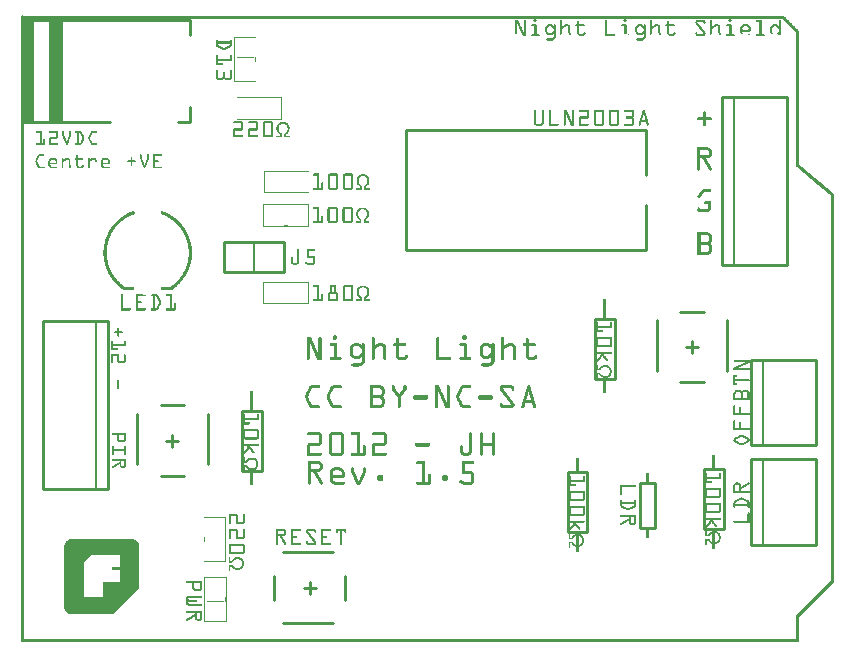
<source format=gto>
G04 MADE WITH FRITZING*
G04 WWW.FRITZING.ORG*
G04 DOUBLE SIDED*
G04 HOLES PLATED*
G04 CONTOUR ON CENTER OF CONTOUR VECTOR*
%ASAXBY*%
%FSLAX23Y23*%
%MOIN*%
%OFA0B0*%
%SFA1.0B1.0*%
%ADD10C,0.010000*%
%ADD11C,0.005000*%
%ADD12R,0.001000X0.001000*%
%LNSILK1*%
G90*
G70*
G54D10*
X2560Y1263D02*
X2560Y1824D01*
D02*
X2560Y1824D02*
X2344Y1824D01*
D02*
X2344Y1824D02*
X2344Y1263D01*
D02*
X2344Y1263D02*
X2560Y1263D01*
G54D11*
D02*
X2384Y1824D02*
X2384Y1263D01*
G54D10*
D02*
X305Y1740D02*
X10Y1740D01*
D02*
X10Y1740D02*
X10Y2080D01*
D02*
X10Y2080D02*
X570Y2080D01*
D02*
X570Y2080D02*
X570Y2030D01*
D02*
X530Y1740D02*
X570Y1740D01*
D02*
X570Y1740D02*
X570Y1790D01*
D02*
X10Y1740D02*
X10Y2080D01*
D02*
X15Y1740D02*
X15Y2080D01*
D02*
X20Y1740D02*
X20Y2080D01*
D02*
X25Y1740D02*
X25Y2080D01*
D02*
X30Y1740D02*
X30Y2080D01*
D02*
X35Y1740D02*
X35Y2080D01*
D02*
X40Y1740D02*
X40Y2080D01*
D02*
X45Y1740D02*
X45Y2080D01*
D02*
X140Y1740D02*
X140Y2080D01*
D02*
X135Y1740D02*
X135Y2080D01*
D02*
X130Y1740D02*
X130Y2080D01*
D02*
X125Y1740D02*
X125Y2080D01*
D02*
X120Y1740D02*
X120Y2080D01*
D02*
X115Y1740D02*
X115Y2080D01*
D02*
X110Y1740D02*
X110Y2080D01*
D02*
X105Y1740D02*
X105Y2080D01*
D02*
X851Y149D02*
X851Y228D01*
D02*
X1048Y71D02*
X880Y71D01*
D02*
X1048Y307D02*
X880Y307D01*
D02*
X1087Y149D02*
X1087Y228D01*
D02*
X969Y169D02*
X969Y209D01*
D02*
X949Y189D02*
X989Y189D01*
D02*
X2090Y1713D02*
X1290Y1713D01*
D02*
X1290Y1713D02*
X1290Y1313D01*
D02*
X1290Y1313D02*
X2090Y1313D01*
D02*
X2090Y1713D02*
X2090Y1563D01*
D02*
X2090Y1463D02*
X2090Y1313D01*
D02*
X473Y797D02*
X551Y797D01*
D02*
X394Y600D02*
X394Y767D01*
D02*
X630Y600D02*
X630Y767D01*
D02*
X473Y560D02*
X551Y560D01*
D02*
X492Y678D02*
X532Y678D01*
D02*
X512Y698D02*
X512Y659D01*
D02*
X2204Y1109D02*
X2283Y1109D01*
D02*
X2126Y912D02*
X2126Y1080D01*
D02*
X2362Y912D02*
X2362Y1080D01*
D02*
X2204Y873D02*
X2283Y873D01*
D02*
X2224Y991D02*
X2263Y991D01*
D02*
X2244Y1011D02*
X2244Y971D01*
D02*
X1987Y1085D02*
X1987Y885D01*
D02*
X1987Y885D02*
X1921Y885D01*
D02*
X1921Y885D02*
X1921Y1085D01*
D02*
X1921Y1085D02*
X1987Y1085D01*
D02*
X2284Y383D02*
X2284Y583D01*
D02*
X2284Y583D02*
X2350Y583D01*
D02*
X2350Y583D02*
X2350Y383D01*
D02*
X2350Y383D02*
X2284Y383D01*
D02*
X1829Y374D02*
X1829Y574D01*
D02*
X1829Y574D02*
X1895Y574D01*
D02*
X1895Y574D02*
X1895Y374D01*
D02*
X1895Y374D02*
X1829Y374D01*
D02*
X809Y777D02*
X809Y577D01*
D02*
X809Y577D02*
X743Y577D01*
D02*
X743Y577D02*
X743Y777D01*
D02*
X743Y777D02*
X809Y777D01*
D02*
X81Y1077D02*
X81Y516D01*
D02*
X81Y516D02*
X297Y516D01*
D02*
X297Y516D02*
X297Y1077D01*
D02*
X297Y1077D02*
X81Y1077D01*
G54D11*
D02*
X257Y516D02*
X257Y1077D01*
G54D10*
D02*
X2657Y663D02*
X2657Y948D01*
D02*
X2657Y948D02*
X2441Y948D01*
D02*
X2441Y948D02*
X2441Y663D01*
D02*
X2441Y663D02*
X2657Y663D01*
G54D11*
D02*
X2481Y948D02*
X2481Y663D01*
G54D10*
D02*
X2121Y538D02*
X2121Y388D01*
D02*
X2121Y388D02*
X2071Y388D01*
D02*
X2071Y388D02*
X2071Y538D01*
D02*
X2071Y538D02*
X2121Y538D01*
D02*
X2658Y331D02*
X2658Y617D01*
D02*
X2658Y617D02*
X2442Y617D01*
D02*
X2442Y617D02*
X2442Y331D01*
D02*
X2442Y331D02*
X2658Y331D01*
G54D11*
D02*
X2482Y617D02*
X2482Y331D01*
G54D10*
D02*
X885Y1340D02*
X685Y1340D01*
D02*
X685Y1340D02*
X685Y1240D01*
D02*
X685Y1240D02*
X885Y1240D01*
D02*
X885Y1240D02*
X885Y1340D01*
G54D11*
D02*
X785Y1340D02*
X785Y1240D01*
G54D12*
X11Y2096D02*
X12Y2096D01*
X8Y2095D02*
X2549Y2095D01*
X7Y2094D02*
X2550Y2094D01*
X6Y2093D02*
X2551Y2093D01*
X6Y2092D02*
X2552Y2092D01*
X6Y2091D02*
X2553Y2091D01*
X6Y2090D02*
X2554Y2090D01*
X6Y2089D02*
X2555Y2089D01*
X6Y2088D02*
X2556Y2088D01*
X6Y2087D02*
X2557Y2087D01*
X6Y2086D02*
X2558Y2086D01*
X6Y2085D02*
X2559Y2085D01*
X6Y2084D02*
X16Y2084D01*
X1718Y2084D02*
X1723Y2084D01*
X2018Y2084D02*
X2023Y2084D01*
X2368Y2084D02*
X2373Y2084D01*
X2546Y2084D02*
X2560Y2084D01*
X6Y2083D02*
X16Y2083D01*
X1716Y2083D02*
X1724Y2083D01*
X2016Y2083D02*
X2024Y2083D01*
X2366Y2083D02*
X2374Y2083D01*
X2547Y2083D02*
X2561Y2083D01*
X6Y2082D02*
X16Y2082D01*
X1716Y2082D02*
X1725Y2082D01*
X2016Y2082D02*
X2025Y2082D01*
X2366Y2082D02*
X2375Y2082D01*
X2548Y2082D02*
X2562Y2082D01*
X6Y2081D02*
X16Y2081D01*
X1655Y2081D02*
X1664Y2081D01*
X1685Y2081D02*
X1687Y2081D01*
X1715Y2081D02*
X1725Y2081D01*
X1807Y2081D02*
X1809Y2081D01*
X1957Y2081D02*
X1959Y2081D01*
X2015Y2081D02*
X2025Y2081D01*
X2107Y2081D02*
X2109Y2081D01*
X2261Y2081D02*
X2282Y2081D01*
X2307Y2081D02*
X2309Y2081D01*
X2365Y2081D02*
X2375Y2081D01*
X2461Y2081D02*
X2473Y2081D01*
X2535Y2081D02*
X2537Y2081D01*
X2549Y2081D02*
X2563Y2081D01*
X6Y2080D02*
X16Y2080D01*
X1655Y2080D02*
X1664Y2080D01*
X1684Y2080D02*
X1688Y2080D01*
X1715Y2080D02*
X1725Y2080D01*
X1806Y2080D02*
X1810Y2080D01*
X1956Y2080D02*
X1960Y2080D01*
X2015Y2080D02*
X2025Y2080D01*
X2106Y2080D02*
X2110Y2080D01*
X2259Y2080D02*
X2284Y2080D01*
X2306Y2080D02*
X2310Y2080D01*
X2365Y2080D02*
X2375Y2080D01*
X2459Y2080D02*
X2474Y2080D01*
X2534Y2080D02*
X2538Y2080D01*
X2550Y2080D02*
X2564Y2080D01*
X6Y2079D02*
X16Y2079D01*
X1655Y2079D02*
X1664Y2079D01*
X1683Y2079D02*
X1689Y2079D01*
X1715Y2079D02*
X1725Y2079D01*
X1805Y2079D02*
X1811Y2079D01*
X1955Y2079D02*
X1961Y2079D01*
X2015Y2079D02*
X2025Y2079D01*
X2105Y2079D02*
X2111Y2079D01*
X2257Y2079D02*
X2285Y2079D01*
X2305Y2079D02*
X2311Y2079D01*
X2365Y2079D02*
X2375Y2079D01*
X2459Y2079D02*
X2475Y2079D01*
X2533Y2079D02*
X2539Y2079D01*
X2551Y2079D02*
X2565Y2079D01*
X6Y2078D02*
X16Y2078D01*
X1655Y2078D02*
X1665Y2078D01*
X1683Y2078D02*
X1689Y2078D01*
X1715Y2078D02*
X1725Y2078D01*
X1805Y2078D02*
X1811Y2078D01*
X1864Y2078D02*
X1866Y2078D01*
X1955Y2078D02*
X1961Y2078D01*
X2015Y2078D02*
X2025Y2078D01*
X2105Y2078D02*
X2111Y2078D01*
X2164Y2078D02*
X2166Y2078D01*
X2257Y2078D02*
X2286Y2078D01*
X2305Y2078D02*
X2311Y2078D01*
X2365Y2078D02*
X2375Y2078D01*
X2459Y2078D02*
X2475Y2078D01*
X2533Y2078D02*
X2539Y2078D01*
X2552Y2078D02*
X2566Y2078D01*
X6Y2077D02*
X16Y2077D01*
X1655Y2077D02*
X1665Y2077D01*
X1683Y2077D02*
X1689Y2077D01*
X1716Y2077D02*
X1725Y2077D01*
X1805Y2077D02*
X1811Y2077D01*
X1863Y2077D02*
X1867Y2077D01*
X1955Y2077D02*
X1961Y2077D01*
X2016Y2077D02*
X2025Y2077D01*
X2105Y2077D02*
X2111Y2077D01*
X2163Y2077D02*
X2167Y2077D01*
X2256Y2077D02*
X2287Y2077D01*
X2305Y2077D02*
X2311Y2077D01*
X2366Y2077D02*
X2375Y2077D01*
X2459Y2077D02*
X2475Y2077D01*
X2533Y2077D02*
X2539Y2077D01*
X2553Y2077D02*
X2567Y2077D01*
X6Y2076D02*
X16Y2076D01*
X1655Y2076D02*
X1666Y2076D01*
X1683Y2076D02*
X1689Y2076D01*
X1716Y2076D02*
X1724Y2076D01*
X1805Y2076D02*
X1811Y2076D01*
X1862Y2076D02*
X1868Y2076D01*
X1955Y2076D02*
X1961Y2076D01*
X2016Y2076D02*
X2024Y2076D01*
X2105Y2076D02*
X2111Y2076D01*
X2162Y2076D02*
X2168Y2076D01*
X2256Y2076D02*
X2288Y2076D01*
X2305Y2076D02*
X2311Y2076D01*
X2366Y2076D02*
X2374Y2076D01*
X2459Y2076D02*
X2475Y2076D01*
X2533Y2076D02*
X2539Y2076D01*
X2554Y2076D02*
X2568Y2076D01*
X6Y2075D02*
X16Y2075D01*
X1655Y2075D02*
X1666Y2075D01*
X1683Y2075D02*
X1689Y2075D01*
X1717Y2075D02*
X1723Y2075D01*
X1805Y2075D02*
X1811Y2075D01*
X1862Y2075D02*
X1868Y2075D01*
X1955Y2075D02*
X1961Y2075D01*
X2017Y2075D02*
X2023Y2075D01*
X2105Y2075D02*
X2111Y2075D01*
X2162Y2075D02*
X2168Y2075D01*
X2255Y2075D02*
X2288Y2075D01*
X2305Y2075D02*
X2311Y2075D01*
X2367Y2075D02*
X2373Y2075D01*
X2460Y2075D02*
X2475Y2075D01*
X2533Y2075D02*
X2539Y2075D01*
X2555Y2075D02*
X2569Y2075D01*
X6Y2074D02*
X16Y2074D01*
X1655Y2074D02*
X1667Y2074D01*
X1683Y2074D02*
X1689Y2074D01*
X1805Y2074D02*
X1811Y2074D01*
X1862Y2074D02*
X1868Y2074D01*
X1955Y2074D02*
X1961Y2074D01*
X2105Y2074D02*
X2111Y2074D01*
X2162Y2074D02*
X2168Y2074D01*
X2255Y2074D02*
X2261Y2074D01*
X2281Y2074D02*
X2289Y2074D01*
X2305Y2074D02*
X2311Y2074D01*
X2469Y2074D02*
X2475Y2074D01*
X2533Y2074D02*
X2539Y2074D01*
X2556Y2074D02*
X2570Y2074D01*
X6Y2073D02*
X16Y2073D01*
X1655Y2073D02*
X1667Y2073D01*
X1683Y2073D02*
X1689Y2073D01*
X1805Y2073D02*
X1811Y2073D01*
X1862Y2073D02*
X1868Y2073D01*
X1955Y2073D02*
X1961Y2073D01*
X2105Y2073D02*
X2111Y2073D01*
X2162Y2073D02*
X2168Y2073D01*
X2255Y2073D02*
X2261Y2073D01*
X2282Y2073D02*
X2289Y2073D01*
X2305Y2073D02*
X2311Y2073D01*
X2469Y2073D02*
X2475Y2073D01*
X2533Y2073D02*
X2539Y2073D01*
X2557Y2073D02*
X2571Y2073D01*
X6Y2072D02*
X16Y2072D01*
X1655Y2072D02*
X1668Y2072D01*
X1683Y2072D02*
X1689Y2072D01*
X1805Y2072D02*
X1811Y2072D01*
X1862Y2072D02*
X1868Y2072D01*
X1955Y2072D02*
X1961Y2072D01*
X2105Y2072D02*
X2111Y2072D01*
X2162Y2072D02*
X2168Y2072D01*
X2255Y2072D02*
X2262Y2072D01*
X2283Y2072D02*
X2289Y2072D01*
X2305Y2072D02*
X2311Y2072D01*
X2469Y2072D02*
X2475Y2072D01*
X2533Y2072D02*
X2539Y2072D01*
X2558Y2072D02*
X2572Y2072D01*
X6Y2071D02*
X16Y2071D01*
X1655Y2071D02*
X1668Y2071D01*
X1683Y2071D02*
X1689Y2071D01*
X1805Y2071D02*
X1811Y2071D01*
X1862Y2071D02*
X1868Y2071D01*
X1955Y2071D02*
X1961Y2071D01*
X2105Y2071D02*
X2111Y2071D01*
X2162Y2071D02*
X2168Y2071D01*
X2256Y2071D02*
X2263Y2071D01*
X2283Y2071D02*
X2289Y2071D01*
X2305Y2071D02*
X2311Y2071D01*
X2469Y2071D02*
X2475Y2071D01*
X2533Y2071D02*
X2539Y2071D01*
X2559Y2071D02*
X2573Y2071D01*
X6Y2070D02*
X16Y2070D01*
X1655Y2070D02*
X1668Y2070D01*
X1683Y2070D02*
X1689Y2070D01*
X1805Y2070D02*
X1811Y2070D01*
X1862Y2070D02*
X1868Y2070D01*
X1955Y2070D02*
X1961Y2070D01*
X2105Y2070D02*
X2111Y2070D01*
X2162Y2070D02*
X2168Y2070D01*
X2256Y2070D02*
X2264Y2070D01*
X2283Y2070D02*
X2288Y2070D01*
X2305Y2070D02*
X2311Y2070D01*
X2469Y2070D02*
X2475Y2070D01*
X2533Y2070D02*
X2539Y2070D01*
X2560Y2070D02*
X2574Y2070D01*
X6Y2069D02*
X16Y2069D01*
X1655Y2069D02*
X1669Y2069D01*
X1683Y2069D02*
X1689Y2069D01*
X1805Y2069D02*
X1811Y2069D01*
X1862Y2069D02*
X1868Y2069D01*
X1955Y2069D02*
X1961Y2069D01*
X2105Y2069D02*
X2111Y2069D01*
X2162Y2069D02*
X2168Y2069D01*
X2256Y2069D02*
X2264Y2069D01*
X2284Y2069D02*
X2287Y2069D01*
X2305Y2069D02*
X2311Y2069D01*
X2469Y2069D02*
X2475Y2069D01*
X2533Y2069D02*
X2539Y2069D01*
X2561Y2069D02*
X2575Y2069D01*
X6Y2068D02*
X16Y2068D01*
X1655Y2068D02*
X1669Y2068D01*
X1683Y2068D02*
X1689Y2068D01*
X1805Y2068D02*
X1811Y2068D01*
X1862Y2068D02*
X1868Y2068D01*
X1955Y2068D02*
X1961Y2068D01*
X2105Y2068D02*
X2111Y2068D01*
X2162Y2068D02*
X2168Y2068D01*
X2257Y2068D02*
X2265Y2068D01*
X2305Y2068D02*
X2311Y2068D01*
X2469Y2068D02*
X2475Y2068D01*
X2533Y2068D02*
X2539Y2068D01*
X2562Y2068D02*
X2576Y2068D01*
X6Y2067D02*
X16Y2067D01*
X1655Y2067D02*
X1661Y2067D01*
X1663Y2067D02*
X1670Y2067D01*
X1683Y2067D02*
X1689Y2067D01*
X1805Y2067D02*
X1811Y2067D01*
X1862Y2067D02*
X1868Y2067D01*
X1955Y2067D02*
X1961Y2067D01*
X2105Y2067D02*
X2111Y2067D01*
X2162Y2067D02*
X2168Y2067D01*
X2258Y2067D02*
X2266Y2067D01*
X2305Y2067D02*
X2311Y2067D01*
X2469Y2067D02*
X2475Y2067D01*
X2533Y2067D02*
X2539Y2067D01*
X2563Y2067D02*
X2577Y2067D01*
X6Y2066D02*
X16Y2066D01*
X1655Y2066D02*
X1661Y2066D01*
X1663Y2066D02*
X1670Y2066D01*
X1683Y2066D02*
X1689Y2066D01*
X1710Y2066D02*
X1723Y2066D01*
X1764Y2066D02*
X1776Y2066D01*
X1784Y2066D02*
X1787Y2066D01*
X1805Y2066D02*
X1811Y2066D01*
X1821Y2066D02*
X1831Y2066D01*
X1857Y2066D02*
X1884Y2066D01*
X1955Y2066D02*
X1961Y2066D01*
X2010Y2066D02*
X2023Y2066D01*
X2064Y2066D02*
X2076Y2066D01*
X2084Y2066D02*
X2087Y2066D01*
X2105Y2066D02*
X2111Y2066D01*
X2121Y2066D02*
X2131Y2066D01*
X2157Y2066D02*
X2184Y2066D01*
X2259Y2066D02*
X2267Y2066D01*
X2305Y2066D02*
X2311Y2066D01*
X2321Y2066D02*
X2331Y2066D01*
X2360Y2066D02*
X2373Y2066D01*
X2414Y2066D02*
X2429Y2066D01*
X2469Y2066D02*
X2475Y2066D01*
X2514Y2066D02*
X2526Y2066D01*
X2533Y2066D02*
X2539Y2066D01*
X2564Y2066D02*
X2578Y2066D01*
X6Y2065D02*
X16Y2065D01*
X1655Y2065D02*
X1661Y2065D01*
X1664Y2065D02*
X1671Y2065D01*
X1683Y2065D02*
X1689Y2065D01*
X1709Y2065D02*
X1724Y2065D01*
X1763Y2065D02*
X1778Y2065D01*
X1783Y2065D02*
X1788Y2065D01*
X1805Y2065D02*
X1811Y2065D01*
X1819Y2065D02*
X1833Y2065D01*
X1856Y2065D02*
X1885Y2065D01*
X1955Y2065D02*
X1961Y2065D01*
X2009Y2065D02*
X2024Y2065D01*
X2063Y2065D02*
X2078Y2065D01*
X2083Y2065D02*
X2088Y2065D01*
X2105Y2065D02*
X2111Y2065D01*
X2119Y2065D02*
X2133Y2065D01*
X2156Y2065D02*
X2185Y2065D01*
X2260Y2065D02*
X2268Y2065D01*
X2305Y2065D02*
X2311Y2065D01*
X2319Y2065D02*
X2333Y2065D01*
X2359Y2065D02*
X2374Y2065D01*
X2413Y2065D02*
X2431Y2065D01*
X2469Y2065D02*
X2475Y2065D01*
X2513Y2065D02*
X2528Y2065D01*
X2533Y2065D02*
X2539Y2065D01*
X2565Y2065D02*
X2579Y2065D01*
X6Y2064D02*
X16Y2064D01*
X1655Y2064D02*
X1661Y2064D01*
X1664Y2064D02*
X1671Y2064D01*
X1683Y2064D02*
X1689Y2064D01*
X1709Y2064D02*
X1725Y2064D01*
X1761Y2064D02*
X1779Y2064D01*
X1783Y2064D02*
X1789Y2064D01*
X1805Y2064D02*
X1811Y2064D01*
X1817Y2064D02*
X1834Y2064D01*
X1855Y2064D02*
X1885Y2064D01*
X1955Y2064D02*
X1961Y2064D01*
X2009Y2064D02*
X2025Y2064D01*
X2061Y2064D02*
X2079Y2064D01*
X2083Y2064D02*
X2089Y2064D01*
X2105Y2064D02*
X2111Y2064D01*
X2117Y2064D02*
X2134Y2064D01*
X2155Y2064D02*
X2185Y2064D01*
X2260Y2064D02*
X2268Y2064D01*
X2305Y2064D02*
X2311Y2064D01*
X2317Y2064D02*
X2334Y2064D01*
X2359Y2064D02*
X2375Y2064D01*
X2411Y2064D02*
X2433Y2064D01*
X2469Y2064D02*
X2475Y2064D01*
X2511Y2064D02*
X2529Y2064D01*
X2533Y2064D02*
X2539Y2064D01*
X2566Y2064D02*
X2580Y2064D01*
X6Y2063D02*
X16Y2063D01*
X1655Y2063D02*
X1661Y2063D01*
X1665Y2063D02*
X1671Y2063D01*
X1683Y2063D02*
X1689Y2063D01*
X1709Y2063D02*
X1725Y2063D01*
X1760Y2063D02*
X1780Y2063D01*
X1783Y2063D02*
X1789Y2063D01*
X1805Y2063D02*
X1811Y2063D01*
X1816Y2063D02*
X1835Y2063D01*
X1855Y2063D02*
X1885Y2063D01*
X1955Y2063D02*
X1961Y2063D01*
X2009Y2063D02*
X2025Y2063D01*
X2060Y2063D02*
X2080Y2063D01*
X2083Y2063D02*
X2089Y2063D01*
X2105Y2063D02*
X2111Y2063D01*
X2116Y2063D02*
X2135Y2063D01*
X2155Y2063D02*
X2185Y2063D01*
X2261Y2063D02*
X2269Y2063D01*
X2305Y2063D02*
X2311Y2063D01*
X2316Y2063D02*
X2335Y2063D01*
X2359Y2063D02*
X2375Y2063D01*
X2410Y2063D02*
X2434Y2063D01*
X2469Y2063D02*
X2475Y2063D01*
X2510Y2063D02*
X2530Y2063D01*
X2533Y2063D02*
X2539Y2063D01*
X2567Y2063D02*
X2581Y2063D01*
X6Y2062D02*
X16Y2062D01*
X1655Y2062D02*
X1661Y2062D01*
X1665Y2062D02*
X1672Y2062D01*
X1683Y2062D02*
X1689Y2062D01*
X1709Y2062D02*
X1725Y2062D01*
X1759Y2062D02*
X1789Y2062D01*
X1805Y2062D02*
X1811Y2062D01*
X1814Y2062D02*
X1836Y2062D01*
X1855Y2062D02*
X1885Y2062D01*
X1955Y2062D02*
X1961Y2062D01*
X2009Y2062D02*
X2025Y2062D01*
X2059Y2062D02*
X2089Y2062D01*
X2105Y2062D02*
X2111Y2062D01*
X2114Y2062D02*
X2136Y2062D01*
X2155Y2062D02*
X2185Y2062D01*
X2262Y2062D02*
X2270Y2062D01*
X2305Y2062D02*
X2311Y2062D01*
X2314Y2062D02*
X2336Y2062D01*
X2359Y2062D02*
X2375Y2062D01*
X2409Y2062D02*
X2435Y2062D01*
X2469Y2062D02*
X2475Y2062D01*
X2509Y2062D02*
X2539Y2062D01*
X2568Y2062D02*
X2582Y2062D01*
X6Y2061D02*
X16Y2061D01*
X1655Y2061D02*
X1661Y2061D01*
X1666Y2061D02*
X1672Y2061D01*
X1683Y2061D02*
X1689Y2061D01*
X1709Y2061D02*
X1725Y2061D01*
X1758Y2061D02*
X1789Y2061D01*
X1805Y2061D02*
X1837Y2061D01*
X1856Y2061D02*
X1885Y2061D01*
X1955Y2061D02*
X1961Y2061D01*
X2009Y2061D02*
X2025Y2061D01*
X2058Y2061D02*
X2089Y2061D01*
X2105Y2061D02*
X2137Y2061D01*
X2156Y2061D02*
X2185Y2061D01*
X2263Y2061D02*
X2271Y2061D01*
X2305Y2061D02*
X2337Y2061D01*
X2359Y2061D02*
X2375Y2061D01*
X2408Y2061D02*
X2436Y2061D01*
X2469Y2061D02*
X2475Y2061D01*
X2508Y2061D02*
X2539Y2061D01*
X2569Y2061D02*
X2583Y2061D01*
X6Y2060D02*
X16Y2060D01*
X1655Y2060D02*
X1661Y2060D01*
X1666Y2060D02*
X1673Y2060D01*
X1683Y2060D02*
X1689Y2060D01*
X1710Y2060D02*
X1725Y2060D01*
X1757Y2060D02*
X1789Y2060D01*
X1805Y2060D02*
X1837Y2060D01*
X1857Y2060D02*
X1883Y2060D01*
X1955Y2060D02*
X1961Y2060D01*
X2010Y2060D02*
X2025Y2060D01*
X2057Y2060D02*
X2089Y2060D01*
X2105Y2060D02*
X2137Y2060D01*
X2157Y2060D02*
X2183Y2060D01*
X2263Y2060D02*
X2271Y2060D01*
X2305Y2060D02*
X2337Y2060D01*
X2360Y2060D02*
X2375Y2060D01*
X2407Y2060D02*
X2437Y2060D01*
X2469Y2060D02*
X2475Y2060D01*
X2507Y2060D02*
X2539Y2060D01*
X2570Y2060D02*
X2584Y2060D01*
X6Y2059D02*
X16Y2059D01*
X1655Y2059D02*
X1661Y2059D01*
X1666Y2059D02*
X1673Y2059D01*
X1683Y2059D02*
X1689Y2059D01*
X1719Y2059D02*
X1725Y2059D01*
X1756Y2059D02*
X1765Y2059D01*
X1775Y2059D02*
X1789Y2059D01*
X1805Y2059D02*
X1822Y2059D01*
X1830Y2059D02*
X1837Y2059D01*
X1862Y2059D02*
X1868Y2059D01*
X1955Y2059D02*
X1961Y2059D01*
X2019Y2059D02*
X2025Y2059D01*
X2056Y2059D02*
X2065Y2059D01*
X2075Y2059D02*
X2089Y2059D01*
X2105Y2059D02*
X2122Y2059D01*
X2130Y2059D02*
X2137Y2059D01*
X2162Y2059D02*
X2168Y2059D01*
X2264Y2059D02*
X2272Y2059D01*
X2305Y2059D02*
X2322Y2059D01*
X2330Y2059D02*
X2337Y2059D01*
X2369Y2059D02*
X2375Y2059D01*
X2407Y2059D02*
X2415Y2059D01*
X2429Y2059D02*
X2438Y2059D01*
X2469Y2059D02*
X2475Y2059D01*
X2506Y2059D02*
X2515Y2059D01*
X2525Y2059D02*
X2539Y2059D01*
X2571Y2059D02*
X2585Y2059D01*
X6Y2058D02*
X16Y2058D01*
X1655Y2058D02*
X1661Y2058D01*
X1667Y2058D02*
X1674Y2058D01*
X1683Y2058D02*
X1689Y2058D01*
X1719Y2058D02*
X1725Y2058D01*
X1756Y2058D02*
X1764Y2058D01*
X1776Y2058D02*
X1789Y2058D01*
X1805Y2058D02*
X1820Y2058D01*
X1831Y2058D02*
X1838Y2058D01*
X1862Y2058D02*
X1868Y2058D01*
X1955Y2058D02*
X1961Y2058D01*
X2019Y2058D02*
X2025Y2058D01*
X2056Y2058D02*
X2064Y2058D01*
X2076Y2058D02*
X2089Y2058D01*
X2105Y2058D02*
X2120Y2058D01*
X2131Y2058D02*
X2138Y2058D01*
X2162Y2058D02*
X2168Y2058D01*
X2265Y2058D02*
X2273Y2058D01*
X2305Y2058D02*
X2320Y2058D01*
X2331Y2058D02*
X2338Y2058D01*
X2369Y2058D02*
X2375Y2058D01*
X2406Y2058D02*
X2414Y2058D01*
X2430Y2058D02*
X2438Y2058D01*
X2469Y2058D02*
X2475Y2058D01*
X2506Y2058D02*
X2514Y2058D01*
X2526Y2058D02*
X2539Y2058D01*
X2572Y2058D02*
X2586Y2058D01*
X6Y2057D02*
X16Y2057D01*
X1655Y2057D02*
X1661Y2057D01*
X1667Y2057D02*
X1674Y2057D01*
X1683Y2057D02*
X1689Y2057D01*
X1719Y2057D02*
X1725Y2057D01*
X1756Y2057D02*
X1763Y2057D01*
X1778Y2057D02*
X1789Y2057D01*
X1805Y2057D02*
X1818Y2057D01*
X1832Y2057D02*
X1838Y2057D01*
X1862Y2057D02*
X1868Y2057D01*
X1955Y2057D02*
X1961Y2057D01*
X2019Y2057D02*
X2025Y2057D01*
X2056Y2057D02*
X2063Y2057D01*
X2078Y2057D02*
X2089Y2057D01*
X2105Y2057D02*
X2118Y2057D01*
X2132Y2057D02*
X2138Y2057D01*
X2162Y2057D02*
X2168Y2057D01*
X2266Y2057D02*
X2274Y2057D01*
X2305Y2057D02*
X2318Y2057D01*
X2332Y2057D02*
X2338Y2057D01*
X2369Y2057D02*
X2375Y2057D01*
X2406Y2057D02*
X2413Y2057D01*
X2431Y2057D02*
X2438Y2057D01*
X2469Y2057D02*
X2475Y2057D01*
X2506Y2057D02*
X2513Y2057D01*
X2528Y2057D02*
X2539Y2057D01*
X2573Y2057D02*
X2587Y2057D01*
X6Y2056D02*
X16Y2056D01*
X1655Y2056D02*
X1661Y2056D01*
X1668Y2056D02*
X1675Y2056D01*
X1683Y2056D02*
X1689Y2056D01*
X1719Y2056D02*
X1725Y2056D01*
X1755Y2056D02*
X1762Y2056D01*
X1779Y2056D02*
X1789Y2056D01*
X1805Y2056D02*
X1817Y2056D01*
X1832Y2056D02*
X1838Y2056D01*
X1862Y2056D02*
X1868Y2056D01*
X1955Y2056D02*
X1961Y2056D01*
X2019Y2056D02*
X2025Y2056D01*
X2055Y2056D02*
X2062Y2056D01*
X2079Y2056D02*
X2089Y2056D01*
X2105Y2056D02*
X2117Y2056D01*
X2132Y2056D02*
X2138Y2056D01*
X2162Y2056D02*
X2168Y2056D01*
X2267Y2056D02*
X2275Y2056D01*
X2305Y2056D02*
X2317Y2056D01*
X2332Y2056D02*
X2338Y2056D01*
X2369Y2056D02*
X2375Y2056D01*
X2405Y2056D02*
X2412Y2056D01*
X2432Y2056D02*
X2439Y2056D01*
X2469Y2056D02*
X2475Y2056D01*
X2505Y2056D02*
X2512Y2056D01*
X2529Y2056D02*
X2539Y2056D01*
X2574Y2056D02*
X2588Y2056D01*
X6Y2055D02*
X16Y2055D01*
X1655Y2055D02*
X1661Y2055D01*
X1668Y2055D02*
X1675Y2055D01*
X1683Y2055D02*
X1689Y2055D01*
X1719Y2055D02*
X1725Y2055D01*
X1755Y2055D02*
X1761Y2055D01*
X1780Y2055D02*
X1789Y2055D01*
X1805Y2055D02*
X1815Y2055D01*
X1832Y2055D02*
X1838Y2055D01*
X1862Y2055D02*
X1868Y2055D01*
X1955Y2055D02*
X1961Y2055D01*
X2019Y2055D02*
X2025Y2055D01*
X2055Y2055D02*
X2061Y2055D01*
X2080Y2055D02*
X2089Y2055D01*
X2105Y2055D02*
X2115Y2055D01*
X2132Y2055D02*
X2138Y2055D01*
X2162Y2055D02*
X2168Y2055D01*
X2267Y2055D02*
X2275Y2055D01*
X2305Y2055D02*
X2315Y2055D01*
X2332Y2055D02*
X2338Y2055D01*
X2369Y2055D02*
X2375Y2055D01*
X2405Y2055D02*
X2411Y2055D01*
X2433Y2055D02*
X2439Y2055D01*
X2469Y2055D02*
X2475Y2055D01*
X2505Y2055D02*
X2511Y2055D01*
X2530Y2055D02*
X2539Y2055D01*
X2575Y2055D02*
X2589Y2055D01*
X6Y2054D02*
X16Y2054D01*
X1655Y2054D02*
X1661Y2054D01*
X1669Y2054D02*
X1675Y2054D01*
X1683Y2054D02*
X1689Y2054D01*
X1719Y2054D02*
X1725Y2054D01*
X1755Y2054D02*
X1761Y2054D01*
X1781Y2054D02*
X1789Y2054D01*
X1805Y2054D02*
X1814Y2054D01*
X1832Y2054D02*
X1838Y2054D01*
X1862Y2054D02*
X1868Y2054D01*
X1955Y2054D02*
X1961Y2054D01*
X2019Y2054D02*
X2025Y2054D01*
X2055Y2054D02*
X2061Y2054D01*
X2081Y2054D02*
X2089Y2054D01*
X2105Y2054D02*
X2114Y2054D01*
X2132Y2054D02*
X2138Y2054D01*
X2162Y2054D02*
X2168Y2054D01*
X2268Y2054D02*
X2276Y2054D01*
X2305Y2054D02*
X2314Y2054D01*
X2332Y2054D02*
X2338Y2054D01*
X2369Y2054D02*
X2375Y2054D01*
X2405Y2054D02*
X2411Y2054D01*
X2433Y2054D02*
X2439Y2054D01*
X2469Y2054D02*
X2475Y2054D01*
X2505Y2054D02*
X2511Y2054D01*
X2531Y2054D02*
X2539Y2054D01*
X2576Y2054D02*
X2590Y2054D01*
X6Y2053D02*
X16Y2053D01*
X1655Y2053D02*
X1661Y2053D01*
X1669Y2053D02*
X1676Y2053D01*
X1683Y2053D02*
X1689Y2053D01*
X1719Y2053D02*
X1725Y2053D01*
X1755Y2053D02*
X1761Y2053D01*
X1782Y2053D02*
X1789Y2053D01*
X1805Y2053D02*
X1812Y2053D01*
X1832Y2053D02*
X1838Y2053D01*
X1862Y2053D02*
X1868Y2053D01*
X1955Y2053D02*
X1961Y2053D01*
X2019Y2053D02*
X2025Y2053D01*
X2055Y2053D02*
X2061Y2053D01*
X2082Y2053D02*
X2089Y2053D01*
X2105Y2053D02*
X2112Y2053D01*
X2132Y2053D02*
X2138Y2053D01*
X2162Y2053D02*
X2168Y2053D01*
X2269Y2053D02*
X2277Y2053D01*
X2305Y2053D02*
X2312Y2053D01*
X2332Y2053D02*
X2338Y2053D01*
X2369Y2053D02*
X2375Y2053D01*
X2405Y2053D02*
X2411Y2053D01*
X2433Y2053D02*
X2439Y2053D01*
X2469Y2053D02*
X2475Y2053D01*
X2505Y2053D02*
X2511Y2053D01*
X2532Y2053D02*
X2539Y2053D01*
X2577Y2053D02*
X2591Y2053D01*
X6Y2052D02*
X16Y2052D01*
X1655Y2052D02*
X1661Y2052D01*
X1670Y2052D02*
X1676Y2052D01*
X1683Y2052D02*
X1689Y2052D01*
X1719Y2052D02*
X1725Y2052D01*
X1755Y2052D02*
X1761Y2052D01*
X1783Y2052D02*
X1789Y2052D01*
X1805Y2052D02*
X1811Y2052D01*
X1832Y2052D02*
X1838Y2052D01*
X1862Y2052D02*
X1868Y2052D01*
X1955Y2052D02*
X1961Y2052D01*
X2019Y2052D02*
X2025Y2052D01*
X2055Y2052D02*
X2061Y2052D01*
X2083Y2052D02*
X2089Y2052D01*
X2105Y2052D02*
X2111Y2052D01*
X2132Y2052D02*
X2138Y2052D01*
X2162Y2052D02*
X2168Y2052D01*
X2270Y2052D02*
X2278Y2052D01*
X2305Y2052D02*
X2311Y2052D01*
X2332Y2052D02*
X2338Y2052D01*
X2369Y2052D02*
X2375Y2052D01*
X2405Y2052D02*
X2411Y2052D01*
X2433Y2052D02*
X2439Y2052D01*
X2469Y2052D02*
X2475Y2052D01*
X2505Y2052D02*
X2511Y2052D01*
X2533Y2052D02*
X2539Y2052D01*
X2578Y2052D02*
X2592Y2052D01*
X6Y2051D02*
X16Y2051D01*
X1655Y2051D02*
X1661Y2051D01*
X1670Y2051D02*
X1677Y2051D01*
X1683Y2051D02*
X1689Y2051D01*
X1719Y2051D02*
X1725Y2051D01*
X1755Y2051D02*
X1761Y2051D01*
X1783Y2051D02*
X1789Y2051D01*
X1805Y2051D02*
X1811Y2051D01*
X1832Y2051D02*
X1838Y2051D01*
X1862Y2051D02*
X1868Y2051D01*
X1955Y2051D02*
X1961Y2051D01*
X2019Y2051D02*
X2025Y2051D01*
X2055Y2051D02*
X2061Y2051D01*
X2083Y2051D02*
X2089Y2051D01*
X2105Y2051D02*
X2111Y2051D01*
X2132Y2051D02*
X2138Y2051D01*
X2162Y2051D02*
X2168Y2051D01*
X2270Y2051D02*
X2278Y2051D01*
X2305Y2051D02*
X2311Y2051D01*
X2332Y2051D02*
X2338Y2051D01*
X2369Y2051D02*
X2375Y2051D01*
X2405Y2051D02*
X2411Y2051D01*
X2433Y2051D02*
X2439Y2051D01*
X2469Y2051D02*
X2475Y2051D01*
X2505Y2051D02*
X2511Y2051D01*
X2533Y2051D02*
X2539Y2051D01*
X2579Y2051D02*
X2593Y2051D01*
X6Y2050D02*
X16Y2050D01*
X1655Y2050D02*
X1661Y2050D01*
X1670Y2050D02*
X1677Y2050D01*
X1683Y2050D02*
X1689Y2050D01*
X1719Y2050D02*
X1725Y2050D01*
X1755Y2050D02*
X1761Y2050D01*
X1783Y2050D02*
X1789Y2050D01*
X1805Y2050D02*
X1811Y2050D01*
X1832Y2050D02*
X1838Y2050D01*
X1862Y2050D02*
X1868Y2050D01*
X1955Y2050D02*
X1961Y2050D01*
X2019Y2050D02*
X2025Y2050D01*
X2055Y2050D02*
X2061Y2050D01*
X2083Y2050D02*
X2089Y2050D01*
X2105Y2050D02*
X2111Y2050D01*
X2132Y2050D02*
X2138Y2050D01*
X2162Y2050D02*
X2168Y2050D01*
X2271Y2050D02*
X2279Y2050D01*
X2305Y2050D02*
X2311Y2050D01*
X2332Y2050D02*
X2338Y2050D01*
X2369Y2050D02*
X2375Y2050D01*
X2405Y2050D02*
X2411Y2050D01*
X2433Y2050D02*
X2439Y2050D01*
X2469Y2050D02*
X2475Y2050D01*
X2505Y2050D02*
X2511Y2050D01*
X2533Y2050D02*
X2539Y2050D01*
X2580Y2050D02*
X2594Y2050D01*
X6Y2049D02*
X16Y2049D01*
X1655Y2049D02*
X1661Y2049D01*
X1671Y2049D02*
X1678Y2049D01*
X1683Y2049D02*
X1689Y2049D01*
X1719Y2049D02*
X1725Y2049D01*
X1755Y2049D02*
X1761Y2049D01*
X1783Y2049D02*
X1789Y2049D01*
X1805Y2049D02*
X1811Y2049D01*
X1832Y2049D02*
X1838Y2049D01*
X1862Y2049D02*
X1868Y2049D01*
X1955Y2049D02*
X1961Y2049D01*
X2019Y2049D02*
X2025Y2049D01*
X2055Y2049D02*
X2061Y2049D01*
X2083Y2049D02*
X2089Y2049D01*
X2105Y2049D02*
X2111Y2049D01*
X2132Y2049D02*
X2138Y2049D01*
X2162Y2049D02*
X2168Y2049D01*
X2272Y2049D02*
X2280Y2049D01*
X2305Y2049D02*
X2311Y2049D01*
X2332Y2049D02*
X2338Y2049D01*
X2369Y2049D02*
X2375Y2049D01*
X2405Y2049D02*
X2412Y2049D01*
X2432Y2049D02*
X2439Y2049D01*
X2469Y2049D02*
X2475Y2049D01*
X2505Y2049D02*
X2511Y2049D01*
X2533Y2049D02*
X2539Y2049D01*
X2581Y2049D02*
X2595Y2049D01*
X6Y2048D02*
X16Y2048D01*
X1655Y2048D02*
X1661Y2048D01*
X1671Y2048D02*
X1678Y2048D01*
X1683Y2048D02*
X1689Y2048D01*
X1719Y2048D02*
X1725Y2048D01*
X1755Y2048D02*
X1761Y2048D01*
X1783Y2048D02*
X1789Y2048D01*
X1805Y2048D02*
X1811Y2048D01*
X1832Y2048D02*
X1838Y2048D01*
X1862Y2048D02*
X1868Y2048D01*
X1955Y2048D02*
X1961Y2048D01*
X2019Y2048D02*
X2025Y2048D01*
X2055Y2048D02*
X2061Y2048D01*
X2083Y2048D02*
X2089Y2048D01*
X2105Y2048D02*
X2111Y2048D01*
X2132Y2048D02*
X2138Y2048D01*
X2162Y2048D02*
X2168Y2048D01*
X2273Y2048D02*
X2281Y2048D01*
X2305Y2048D02*
X2311Y2048D01*
X2332Y2048D02*
X2338Y2048D01*
X2369Y2048D02*
X2375Y2048D01*
X2405Y2048D02*
X2439Y2048D01*
X2469Y2048D02*
X2475Y2048D01*
X2505Y2048D02*
X2511Y2048D01*
X2533Y2048D02*
X2539Y2048D01*
X2582Y2048D02*
X2596Y2048D01*
X6Y2047D02*
X16Y2047D01*
X1655Y2047D02*
X1661Y2047D01*
X1672Y2047D02*
X1678Y2047D01*
X1683Y2047D02*
X1689Y2047D01*
X1719Y2047D02*
X1725Y2047D01*
X1755Y2047D02*
X1761Y2047D01*
X1783Y2047D02*
X1789Y2047D01*
X1805Y2047D02*
X1811Y2047D01*
X1832Y2047D02*
X1838Y2047D01*
X1862Y2047D02*
X1868Y2047D01*
X1955Y2047D02*
X1961Y2047D01*
X2019Y2047D02*
X2025Y2047D01*
X2055Y2047D02*
X2061Y2047D01*
X2083Y2047D02*
X2089Y2047D01*
X2105Y2047D02*
X2111Y2047D01*
X2132Y2047D02*
X2138Y2047D01*
X2162Y2047D02*
X2168Y2047D01*
X2274Y2047D02*
X2282Y2047D01*
X2305Y2047D02*
X2311Y2047D01*
X2332Y2047D02*
X2338Y2047D01*
X2369Y2047D02*
X2375Y2047D01*
X2405Y2047D02*
X2439Y2047D01*
X2469Y2047D02*
X2475Y2047D01*
X2505Y2047D02*
X2511Y2047D01*
X2533Y2047D02*
X2539Y2047D01*
X2583Y2047D02*
X2597Y2047D01*
X6Y2046D02*
X16Y2046D01*
X1655Y2046D02*
X1661Y2046D01*
X1672Y2046D02*
X1679Y2046D01*
X1683Y2046D02*
X1689Y2046D01*
X1719Y2046D02*
X1725Y2046D01*
X1755Y2046D02*
X1761Y2046D01*
X1783Y2046D02*
X1789Y2046D01*
X1805Y2046D02*
X1811Y2046D01*
X1832Y2046D02*
X1838Y2046D01*
X1862Y2046D02*
X1868Y2046D01*
X1955Y2046D02*
X1961Y2046D01*
X2019Y2046D02*
X2025Y2046D01*
X2055Y2046D02*
X2061Y2046D01*
X2083Y2046D02*
X2089Y2046D01*
X2105Y2046D02*
X2111Y2046D01*
X2132Y2046D02*
X2138Y2046D01*
X2162Y2046D02*
X2168Y2046D01*
X2274Y2046D02*
X2282Y2046D01*
X2305Y2046D02*
X2311Y2046D01*
X2332Y2046D02*
X2338Y2046D01*
X2369Y2046D02*
X2375Y2046D01*
X2405Y2046D02*
X2439Y2046D01*
X2469Y2046D02*
X2475Y2046D01*
X2505Y2046D02*
X2511Y2046D01*
X2533Y2046D02*
X2539Y2046D01*
X2584Y2046D02*
X2598Y2046D01*
X6Y2045D02*
X16Y2045D01*
X1655Y2045D02*
X1661Y2045D01*
X1673Y2045D02*
X1679Y2045D01*
X1683Y2045D02*
X1689Y2045D01*
X1719Y2045D02*
X1725Y2045D01*
X1755Y2045D02*
X1761Y2045D01*
X1783Y2045D02*
X1789Y2045D01*
X1805Y2045D02*
X1811Y2045D01*
X1832Y2045D02*
X1838Y2045D01*
X1862Y2045D02*
X1868Y2045D01*
X1955Y2045D02*
X1961Y2045D01*
X2019Y2045D02*
X2025Y2045D01*
X2055Y2045D02*
X2061Y2045D01*
X2083Y2045D02*
X2089Y2045D01*
X2105Y2045D02*
X2111Y2045D01*
X2132Y2045D02*
X2138Y2045D01*
X2162Y2045D02*
X2168Y2045D01*
X2275Y2045D02*
X2283Y2045D01*
X2305Y2045D02*
X2311Y2045D01*
X2332Y2045D02*
X2338Y2045D01*
X2369Y2045D02*
X2375Y2045D01*
X2405Y2045D02*
X2439Y2045D01*
X2469Y2045D02*
X2475Y2045D01*
X2505Y2045D02*
X2511Y2045D01*
X2533Y2045D02*
X2539Y2045D01*
X2585Y2045D02*
X2599Y2045D01*
X6Y2044D02*
X16Y2044D01*
X1655Y2044D02*
X1661Y2044D01*
X1673Y2044D02*
X1680Y2044D01*
X1683Y2044D02*
X1689Y2044D01*
X1719Y2044D02*
X1725Y2044D01*
X1755Y2044D02*
X1761Y2044D01*
X1782Y2044D02*
X1789Y2044D01*
X1805Y2044D02*
X1811Y2044D01*
X1832Y2044D02*
X1838Y2044D01*
X1862Y2044D02*
X1868Y2044D01*
X1955Y2044D02*
X1961Y2044D01*
X2019Y2044D02*
X2025Y2044D01*
X2055Y2044D02*
X2061Y2044D01*
X2082Y2044D02*
X2089Y2044D01*
X2105Y2044D02*
X2111Y2044D01*
X2132Y2044D02*
X2138Y2044D01*
X2162Y2044D02*
X2168Y2044D01*
X2276Y2044D02*
X2284Y2044D01*
X2305Y2044D02*
X2311Y2044D01*
X2332Y2044D02*
X2338Y2044D01*
X2369Y2044D02*
X2375Y2044D01*
X2405Y2044D02*
X2438Y2044D01*
X2469Y2044D02*
X2475Y2044D01*
X2505Y2044D02*
X2511Y2044D01*
X2533Y2044D02*
X2539Y2044D01*
X2586Y2044D02*
X2600Y2044D01*
X6Y2043D02*
X16Y2043D01*
X1655Y2043D02*
X1661Y2043D01*
X1674Y2043D02*
X1680Y2043D01*
X1683Y2043D02*
X1689Y2043D01*
X1719Y2043D02*
X1725Y2043D01*
X1755Y2043D02*
X1761Y2043D01*
X1781Y2043D02*
X1789Y2043D01*
X1805Y2043D02*
X1811Y2043D01*
X1832Y2043D02*
X1838Y2043D01*
X1862Y2043D02*
X1868Y2043D01*
X1955Y2043D02*
X1961Y2043D01*
X2019Y2043D02*
X2025Y2043D01*
X2055Y2043D02*
X2061Y2043D01*
X2081Y2043D02*
X2089Y2043D01*
X2105Y2043D02*
X2111Y2043D01*
X2132Y2043D02*
X2138Y2043D01*
X2162Y2043D02*
X2168Y2043D01*
X2277Y2043D02*
X2285Y2043D01*
X2305Y2043D02*
X2311Y2043D01*
X2332Y2043D02*
X2338Y2043D01*
X2369Y2043D02*
X2375Y2043D01*
X2405Y2043D02*
X2438Y2043D01*
X2469Y2043D02*
X2475Y2043D01*
X2505Y2043D02*
X2511Y2043D01*
X2533Y2043D02*
X2539Y2043D01*
X2587Y2043D02*
X2601Y2043D01*
X6Y2042D02*
X16Y2042D01*
X1655Y2042D02*
X1661Y2042D01*
X1674Y2042D02*
X1681Y2042D01*
X1683Y2042D02*
X1689Y2042D01*
X1719Y2042D02*
X1725Y2042D01*
X1755Y2042D02*
X1761Y2042D01*
X1780Y2042D02*
X1789Y2042D01*
X1805Y2042D02*
X1811Y2042D01*
X1832Y2042D02*
X1838Y2042D01*
X1862Y2042D02*
X1868Y2042D01*
X1955Y2042D02*
X1961Y2042D01*
X2019Y2042D02*
X2025Y2042D01*
X2055Y2042D02*
X2061Y2042D01*
X2080Y2042D02*
X2089Y2042D01*
X2105Y2042D02*
X2111Y2042D01*
X2132Y2042D02*
X2138Y2042D01*
X2162Y2042D02*
X2168Y2042D01*
X2277Y2042D02*
X2285Y2042D01*
X2305Y2042D02*
X2311Y2042D01*
X2332Y2042D02*
X2338Y2042D01*
X2369Y2042D02*
X2375Y2042D01*
X2405Y2042D02*
X2436Y2042D01*
X2469Y2042D02*
X2475Y2042D01*
X2505Y2042D02*
X2511Y2042D01*
X2533Y2042D02*
X2539Y2042D01*
X2588Y2042D02*
X2601Y2042D01*
X6Y2041D02*
X16Y2041D01*
X1655Y2041D02*
X1661Y2041D01*
X1674Y2041D02*
X1681Y2041D01*
X1683Y2041D02*
X1689Y2041D01*
X1719Y2041D02*
X1725Y2041D01*
X1755Y2041D02*
X1762Y2041D01*
X1779Y2041D02*
X1789Y2041D01*
X1805Y2041D02*
X1811Y2041D01*
X1832Y2041D02*
X1838Y2041D01*
X1862Y2041D02*
X1868Y2041D01*
X1955Y2041D02*
X1961Y2041D01*
X2019Y2041D02*
X2025Y2041D01*
X2055Y2041D02*
X2062Y2041D01*
X2079Y2041D02*
X2089Y2041D01*
X2105Y2041D02*
X2111Y2041D01*
X2132Y2041D02*
X2138Y2041D01*
X2162Y2041D02*
X2168Y2041D01*
X2278Y2041D02*
X2286Y2041D01*
X2305Y2041D02*
X2311Y2041D01*
X2332Y2041D02*
X2338Y2041D01*
X2369Y2041D02*
X2375Y2041D01*
X2405Y2041D02*
X2411Y2041D01*
X2469Y2041D02*
X2475Y2041D01*
X2505Y2041D02*
X2511Y2041D01*
X2532Y2041D02*
X2539Y2041D01*
X2589Y2041D02*
X2601Y2041D01*
X6Y2040D02*
X16Y2040D01*
X1655Y2040D02*
X1661Y2040D01*
X1675Y2040D02*
X1689Y2040D01*
X1719Y2040D02*
X1725Y2040D01*
X1755Y2040D02*
X1762Y2040D01*
X1778Y2040D02*
X1789Y2040D01*
X1805Y2040D02*
X1811Y2040D01*
X1832Y2040D02*
X1838Y2040D01*
X1862Y2040D02*
X1868Y2040D01*
X1885Y2040D02*
X1886Y2040D01*
X1955Y2040D02*
X1961Y2040D01*
X2019Y2040D02*
X2025Y2040D01*
X2055Y2040D02*
X2062Y2040D01*
X2078Y2040D02*
X2089Y2040D01*
X2105Y2040D02*
X2111Y2040D01*
X2132Y2040D02*
X2138Y2040D01*
X2162Y2040D02*
X2168Y2040D01*
X2185Y2040D02*
X2186Y2040D01*
X2258Y2040D02*
X2258Y2040D01*
X2279Y2040D02*
X2287Y2040D01*
X2305Y2040D02*
X2311Y2040D01*
X2332Y2040D02*
X2338Y2040D01*
X2369Y2040D02*
X2375Y2040D01*
X2405Y2040D02*
X2411Y2040D01*
X2469Y2040D02*
X2475Y2040D01*
X2505Y2040D02*
X2511Y2040D01*
X2531Y2040D02*
X2539Y2040D01*
X2590Y2040D02*
X2601Y2040D01*
X6Y2039D02*
X16Y2039D01*
X1655Y2039D02*
X1661Y2039D01*
X1675Y2039D02*
X1689Y2039D01*
X1719Y2039D02*
X1725Y2039D01*
X1756Y2039D02*
X1763Y2039D01*
X1777Y2039D02*
X1789Y2039D01*
X1805Y2039D02*
X1811Y2039D01*
X1832Y2039D02*
X1838Y2039D01*
X1862Y2039D02*
X1868Y2039D01*
X1884Y2039D02*
X1888Y2039D01*
X1955Y2039D02*
X1961Y2039D01*
X2019Y2039D02*
X2025Y2039D01*
X2056Y2039D02*
X2063Y2039D01*
X2077Y2039D02*
X2089Y2039D01*
X2105Y2039D02*
X2111Y2039D01*
X2132Y2039D02*
X2138Y2039D01*
X2162Y2039D02*
X2168Y2039D01*
X2184Y2039D02*
X2188Y2039D01*
X2256Y2039D02*
X2260Y2039D01*
X2280Y2039D02*
X2288Y2039D01*
X2305Y2039D02*
X2311Y2039D01*
X2332Y2039D02*
X2338Y2039D01*
X2369Y2039D02*
X2375Y2039D01*
X2405Y2039D02*
X2411Y2039D01*
X2469Y2039D02*
X2475Y2039D01*
X2505Y2039D02*
X2511Y2039D01*
X2530Y2039D02*
X2539Y2039D01*
X2591Y2039D02*
X2601Y2039D01*
X6Y2038D02*
X16Y2038D01*
X1655Y2038D02*
X1661Y2038D01*
X1676Y2038D02*
X1689Y2038D01*
X1719Y2038D02*
X1725Y2038D01*
X1756Y2038D02*
X1764Y2038D01*
X1776Y2038D02*
X1789Y2038D01*
X1805Y2038D02*
X1811Y2038D01*
X1832Y2038D02*
X1838Y2038D01*
X1862Y2038D02*
X1868Y2038D01*
X1883Y2038D02*
X1888Y2038D01*
X1955Y2038D02*
X1961Y2038D01*
X2019Y2038D02*
X2025Y2038D01*
X2056Y2038D02*
X2064Y2038D01*
X2076Y2038D02*
X2089Y2038D01*
X2105Y2038D02*
X2111Y2038D01*
X2132Y2038D02*
X2138Y2038D01*
X2162Y2038D02*
X2168Y2038D01*
X2183Y2038D02*
X2188Y2038D01*
X2255Y2038D02*
X2261Y2038D01*
X2280Y2038D02*
X2288Y2038D01*
X2305Y2038D02*
X2311Y2038D01*
X2332Y2038D02*
X2338Y2038D01*
X2369Y2038D02*
X2375Y2038D01*
X2405Y2038D02*
X2412Y2038D01*
X2469Y2038D02*
X2475Y2038D01*
X2505Y2038D02*
X2512Y2038D01*
X2529Y2038D02*
X2539Y2038D01*
X2591Y2038D02*
X2601Y2038D01*
X6Y2037D02*
X16Y2037D01*
X1655Y2037D02*
X1661Y2037D01*
X1676Y2037D02*
X1689Y2037D01*
X1719Y2037D02*
X1725Y2037D01*
X1757Y2037D02*
X1789Y2037D01*
X1805Y2037D02*
X1811Y2037D01*
X1833Y2037D02*
X1838Y2037D01*
X1862Y2037D02*
X1868Y2037D01*
X1883Y2037D02*
X1889Y2037D01*
X1955Y2037D02*
X1961Y2037D01*
X2019Y2037D02*
X2025Y2037D01*
X2057Y2037D02*
X2089Y2037D01*
X2105Y2037D02*
X2111Y2037D01*
X2133Y2037D02*
X2138Y2037D01*
X2162Y2037D02*
X2168Y2037D01*
X2183Y2037D02*
X2189Y2037D01*
X2255Y2037D02*
X2261Y2037D01*
X2281Y2037D02*
X2289Y2037D01*
X2305Y2037D02*
X2311Y2037D01*
X2333Y2037D02*
X2338Y2037D01*
X2369Y2037D02*
X2375Y2037D01*
X2405Y2037D02*
X2412Y2037D01*
X2469Y2037D02*
X2475Y2037D01*
X2505Y2037D02*
X2512Y2037D01*
X2528Y2037D02*
X2539Y2037D01*
X2591Y2037D02*
X2601Y2037D01*
X6Y2036D02*
X16Y2036D01*
X1655Y2036D02*
X1661Y2036D01*
X1677Y2036D02*
X1689Y2036D01*
X1719Y2036D02*
X1725Y2036D01*
X1758Y2036D02*
X1789Y2036D01*
X1805Y2036D02*
X1811Y2036D01*
X1833Y2036D02*
X1839Y2036D01*
X1862Y2036D02*
X1868Y2036D01*
X1882Y2036D02*
X1889Y2036D01*
X1955Y2036D02*
X1961Y2036D01*
X2019Y2036D02*
X2025Y2036D01*
X2058Y2036D02*
X2089Y2036D01*
X2105Y2036D02*
X2111Y2036D01*
X2133Y2036D02*
X2139Y2036D01*
X2162Y2036D02*
X2168Y2036D01*
X2182Y2036D02*
X2189Y2036D01*
X2255Y2036D02*
X2261Y2036D01*
X2282Y2036D02*
X2289Y2036D01*
X2305Y2036D02*
X2311Y2036D01*
X2333Y2036D02*
X2339Y2036D01*
X2369Y2036D02*
X2375Y2036D01*
X2406Y2036D02*
X2414Y2036D01*
X2469Y2036D02*
X2475Y2036D01*
X2506Y2036D02*
X2514Y2036D01*
X2527Y2036D02*
X2539Y2036D01*
X2591Y2036D02*
X2601Y2036D01*
X6Y2035D02*
X16Y2035D01*
X1655Y2035D02*
X1661Y2035D01*
X1677Y2035D02*
X1689Y2035D01*
X1719Y2035D02*
X1725Y2035D01*
X1759Y2035D02*
X1789Y2035D01*
X1805Y2035D02*
X1811Y2035D01*
X1833Y2035D02*
X1839Y2035D01*
X1862Y2035D02*
X1869Y2035D01*
X1881Y2035D02*
X1889Y2035D01*
X1955Y2035D02*
X1961Y2035D01*
X2024Y2035D02*
X2025Y2035D01*
X2059Y2035D02*
X2089Y2035D01*
X2105Y2035D02*
X2111Y2035D01*
X2133Y2035D02*
X2139Y2035D01*
X2162Y2035D02*
X2169Y2035D01*
X2181Y2035D02*
X2189Y2035D01*
X2255Y2035D02*
X2262Y2035D01*
X2283Y2035D02*
X2289Y2035D01*
X2305Y2035D02*
X2311Y2035D01*
X2333Y2035D02*
X2339Y2035D01*
X2369Y2035D02*
X2375Y2035D01*
X2406Y2035D02*
X2413Y2035D01*
X2469Y2035D02*
X2475Y2035D01*
X2506Y2035D02*
X2513Y2035D01*
X2525Y2035D02*
X2539Y2035D01*
X2591Y2035D02*
X2601Y2035D01*
X6Y2034D02*
X16Y2034D01*
X1659Y2034D02*
X1661Y2034D01*
X1677Y2034D02*
X1689Y2034D01*
X1711Y2034D02*
X1733Y2034D01*
X1760Y2034D02*
X1781Y2034D01*
X1783Y2034D02*
X1789Y2034D01*
X1805Y2034D02*
X1809Y2034D01*
X1833Y2034D02*
X1839Y2034D01*
X1863Y2034D02*
X1888Y2034D01*
X1955Y2034D02*
X1986Y2034D01*
X2029Y2034D02*
X2033Y2034D01*
X2060Y2034D02*
X2081Y2034D01*
X2083Y2034D02*
X2089Y2034D01*
X2105Y2034D02*
X2109Y2034D01*
X2133Y2034D02*
X2139Y2034D01*
X2163Y2034D02*
X2188Y2034D01*
X2256Y2034D02*
X2289Y2034D01*
X2305Y2034D02*
X2309Y2034D01*
X2333Y2034D02*
X2339Y2034D01*
X2361Y2034D02*
X2383Y2034D01*
X2407Y2034D02*
X2409Y2034D01*
X2429Y2034D02*
X2436Y2034D01*
X2461Y2034D02*
X2483Y2034D01*
X2507Y2034D02*
X2509Y2034D01*
X2529Y2034D02*
X2539Y2034D01*
X2591Y2034D02*
X2601Y2034D01*
X6Y2033D02*
X16Y2033D01*
X1678Y2033D02*
X1689Y2033D01*
X1710Y2033D02*
X1734Y2033D01*
X1761Y2033D02*
X1780Y2033D01*
X1783Y2033D02*
X1789Y2033D01*
X1805Y2033D02*
X1806Y2033D01*
X1833Y2033D02*
X1839Y2033D01*
X1863Y2033D02*
X1888Y2033D01*
X1955Y2033D02*
X1988Y2033D01*
X2032Y2033D02*
X2034Y2033D01*
X2061Y2033D02*
X2080Y2033D01*
X2083Y2033D02*
X2089Y2033D01*
X2105Y2033D02*
X2106Y2033D01*
X2133Y2033D02*
X2139Y2033D01*
X2163Y2033D02*
X2188Y2033D01*
X2256Y2033D02*
X2288Y2033D01*
X2305Y2033D02*
X2306Y2033D01*
X2333Y2033D02*
X2339Y2033D01*
X2359Y2033D02*
X2384Y2033D01*
X2432Y2033D02*
X2438Y2033D01*
X2459Y2033D02*
X2484Y2033D01*
X2532Y2033D02*
X2539Y2033D01*
X2591Y2033D02*
X2601Y2033D01*
X6Y2032D02*
X16Y2032D01*
X1678Y2032D02*
X1689Y2032D01*
X1709Y2032D02*
X1735Y2032D01*
X1762Y2032D02*
X1778Y2032D01*
X1783Y2032D02*
X1789Y2032D01*
X1835Y2032D02*
X1839Y2032D01*
X1864Y2032D02*
X1887Y2032D01*
X1955Y2032D02*
X1988Y2032D01*
X2035Y2032D02*
X2035Y2032D01*
X2062Y2032D02*
X2078Y2032D01*
X2083Y2032D02*
X2089Y2032D01*
X2135Y2032D02*
X2139Y2032D01*
X2164Y2032D02*
X2187Y2032D01*
X2256Y2032D02*
X2288Y2032D01*
X2335Y2032D02*
X2339Y2032D01*
X2359Y2032D02*
X2385Y2032D01*
X2435Y2032D02*
X2438Y2032D01*
X2459Y2032D02*
X2485Y2032D01*
X2535Y2032D02*
X2539Y2032D01*
X2591Y2032D02*
X2601Y2032D01*
X6Y2031D02*
X16Y2031D01*
X1679Y2031D02*
X1689Y2031D01*
X1709Y2031D02*
X1735Y2031D01*
X1764Y2031D02*
X1776Y2031D01*
X1783Y2031D02*
X1789Y2031D01*
X1837Y2031D02*
X1839Y2031D01*
X1864Y2031D02*
X1886Y2031D01*
X1955Y2031D02*
X1989Y2031D01*
X2064Y2031D02*
X2076Y2031D01*
X2083Y2031D02*
X2089Y2031D01*
X2137Y2031D02*
X2139Y2031D01*
X2164Y2031D02*
X2186Y2031D01*
X2257Y2031D02*
X2288Y2031D01*
X2337Y2031D02*
X2339Y2031D01*
X2359Y2031D02*
X2385Y2031D01*
X2437Y2031D02*
X2439Y2031D01*
X2459Y2031D02*
X2485Y2031D01*
X2537Y2031D02*
X2539Y2031D01*
X2591Y2031D02*
X2601Y2031D01*
X6Y2030D02*
X16Y2030D01*
X1679Y2030D02*
X1689Y2030D01*
X1709Y2030D02*
X1735Y2030D01*
X1783Y2030D02*
X1789Y2030D01*
X1838Y2030D02*
X1839Y2030D01*
X1865Y2030D02*
X1885Y2030D01*
X1955Y2030D02*
X1989Y2030D01*
X2083Y2030D02*
X2089Y2030D01*
X2138Y2030D02*
X2139Y2030D01*
X2165Y2030D02*
X2185Y2030D01*
X2258Y2030D02*
X2287Y2030D01*
X2338Y2030D02*
X2339Y2030D01*
X2359Y2030D02*
X2385Y2030D01*
X2438Y2030D02*
X2439Y2030D01*
X2459Y2030D02*
X2485Y2030D01*
X2538Y2030D02*
X2539Y2030D01*
X2591Y2030D02*
X2601Y2030D01*
X6Y2029D02*
X16Y2029D01*
X1680Y2029D02*
X1689Y2029D01*
X1709Y2029D02*
X1735Y2029D01*
X1783Y2029D02*
X1789Y2029D01*
X1867Y2029D02*
X1884Y2029D01*
X1955Y2029D02*
X1988Y2029D01*
X2083Y2029D02*
X2089Y2029D01*
X2167Y2029D02*
X2184Y2029D01*
X2259Y2029D02*
X2286Y2029D01*
X2359Y2029D02*
X2385Y2029D01*
X2459Y2029D02*
X2485Y2029D01*
X2591Y2029D02*
X2601Y2029D01*
X6Y2028D02*
X16Y2028D01*
X1680Y2028D02*
X1689Y2028D01*
X1710Y2028D02*
X1734Y2028D01*
X1783Y2028D02*
X1789Y2028D01*
X1868Y2028D02*
X1882Y2028D01*
X1955Y2028D02*
X1987Y2028D01*
X2083Y2028D02*
X2089Y2028D01*
X2168Y2028D02*
X2182Y2028D01*
X2261Y2028D02*
X2284Y2028D01*
X2360Y2028D02*
X2384Y2028D01*
X2460Y2028D02*
X2484Y2028D01*
X2591Y2028D02*
X2601Y2028D01*
X6Y2027D02*
X16Y2027D01*
X1783Y2027D02*
X1789Y2027D01*
X2083Y2027D02*
X2089Y2027D01*
X2591Y2027D02*
X2601Y2027D01*
X6Y2026D02*
X16Y2026D01*
X1783Y2026D02*
X1789Y2026D01*
X2083Y2026D02*
X2089Y2026D01*
X2591Y2026D02*
X2601Y2026D01*
X6Y2025D02*
X16Y2025D01*
X1783Y2025D02*
X1789Y2025D01*
X2083Y2025D02*
X2089Y2025D01*
X2591Y2025D02*
X2601Y2025D01*
X6Y2024D02*
X16Y2024D01*
X718Y2024D02*
X791Y2024D01*
X1783Y2024D02*
X1789Y2024D01*
X2083Y2024D02*
X2089Y2024D01*
X2591Y2024D02*
X2601Y2024D01*
X6Y2023D02*
X16Y2023D01*
X718Y2023D02*
X791Y2023D01*
X1782Y2023D02*
X1789Y2023D01*
X2082Y2023D02*
X2089Y2023D01*
X2591Y2023D02*
X2601Y2023D01*
X6Y2022D02*
X16Y2022D01*
X718Y2022D02*
X720Y2022D01*
X789Y2022D02*
X791Y2022D01*
X1781Y2022D02*
X1788Y2022D01*
X2081Y2022D02*
X2088Y2022D01*
X2591Y2022D02*
X2601Y2022D01*
X6Y2021D02*
X16Y2021D01*
X718Y2021D02*
X720Y2021D01*
X790Y2021D02*
X791Y2021D01*
X1780Y2021D02*
X1788Y2021D01*
X2080Y2021D02*
X2088Y2021D01*
X2591Y2021D02*
X2601Y2021D01*
X6Y2020D02*
X16Y2020D01*
X718Y2020D02*
X720Y2020D01*
X790Y2020D02*
X791Y2020D01*
X1779Y2020D02*
X1787Y2020D01*
X2079Y2020D02*
X2087Y2020D01*
X2591Y2020D02*
X2601Y2020D01*
X6Y2019D02*
X16Y2019D01*
X718Y2019D02*
X720Y2019D01*
X790Y2019D02*
X791Y2019D01*
X1760Y2019D02*
X1786Y2019D01*
X2060Y2019D02*
X2086Y2019D01*
X2591Y2019D02*
X2601Y2019D01*
X6Y2018D02*
X16Y2018D01*
X718Y2018D02*
X720Y2018D01*
X790Y2018D02*
X791Y2018D01*
X1759Y2018D02*
X1785Y2018D01*
X2059Y2018D02*
X2085Y2018D01*
X2591Y2018D02*
X2601Y2018D01*
X6Y2017D02*
X16Y2017D01*
X718Y2017D02*
X720Y2017D01*
X790Y2017D02*
X791Y2017D01*
X1759Y2017D02*
X1785Y2017D01*
X2059Y2017D02*
X2085Y2017D01*
X2591Y2017D02*
X2601Y2017D01*
X6Y2016D02*
X16Y2016D01*
X660Y2016D02*
X660Y2016D01*
X707Y2016D02*
X707Y2016D01*
X718Y2016D02*
X720Y2016D01*
X790Y2016D02*
X791Y2016D01*
X1759Y2016D02*
X1784Y2016D01*
X2059Y2016D02*
X2084Y2016D01*
X2591Y2016D02*
X2601Y2016D01*
X6Y2015D02*
X16Y2015D01*
X658Y2015D02*
X662Y2015D01*
X705Y2015D02*
X709Y2015D01*
X718Y2015D02*
X720Y2015D01*
X790Y2015D02*
X791Y2015D01*
X1759Y2015D02*
X1783Y2015D01*
X2059Y2015D02*
X2083Y2015D01*
X2591Y2015D02*
X2601Y2015D01*
X6Y2014D02*
X16Y2014D01*
X657Y2014D02*
X663Y2014D01*
X704Y2014D02*
X710Y2014D01*
X718Y2014D02*
X720Y2014D01*
X790Y2014D02*
X791Y2014D01*
X1759Y2014D02*
X1781Y2014D01*
X2059Y2014D02*
X2081Y2014D01*
X2591Y2014D02*
X2601Y2014D01*
X6Y2013D02*
X16Y2013D01*
X657Y2013D02*
X663Y2013D01*
X704Y2013D02*
X710Y2013D01*
X718Y2013D02*
X720Y2013D01*
X790Y2013D02*
X791Y2013D01*
X1760Y2013D02*
X1779Y2013D01*
X2060Y2013D02*
X2079Y2013D01*
X2591Y2013D02*
X2601Y2013D01*
X6Y2012D02*
X16Y2012D01*
X657Y2012D02*
X663Y2012D01*
X704Y2012D02*
X710Y2012D01*
X718Y2012D02*
X720Y2012D01*
X790Y2012D02*
X791Y2012D01*
X2591Y2012D02*
X2601Y2012D01*
X6Y2011D02*
X16Y2011D01*
X657Y2011D02*
X663Y2011D01*
X704Y2011D02*
X710Y2011D01*
X718Y2011D02*
X720Y2011D01*
X790Y2011D02*
X791Y2011D01*
X2591Y2011D02*
X2601Y2011D01*
X6Y2010D02*
X16Y2010D01*
X657Y2010D02*
X663Y2010D01*
X704Y2010D02*
X710Y2010D01*
X718Y2010D02*
X720Y2010D01*
X790Y2010D02*
X791Y2010D01*
X2591Y2010D02*
X2601Y2010D01*
X6Y2009D02*
X16Y2009D01*
X657Y2009D02*
X710Y2009D01*
X718Y2009D02*
X720Y2009D01*
X790Y2009D02*
X791Y2009D01*
X2591Y2009D02*
X2601Y2009D01*
X6Y2008D02*
X16Y2008D01*
X657Y2008D02*
X710Y2008D01*
X718Y2008D02*
X720Y2008D01*
X790Y2008D02*
X791Y2008D01*
X2591Y2008D02*
X2601Y2008D01*
X6Y2007D02*
X16Y2007D01*
X657Y2007D02*
X710Y2007D01*
X718Y2007D02*
X720Y2007D01*
X790Y2007D02*
X791Y2007D01*
X2591Y2007D02*
X2601Y2007D01*
X6Y2006D02*
X16Y2006D01*
X657Y2006D02*
X710Y2006D01*
X718Y2006D02*
X720Y2006D01*
X790Y2006D02*
X791Y2006D01*
X2591Y2006D02*
X2601Y2006D01*
X6Y2005D02*
X16Y2005D01*
X657Y2005D02*
X710Y2005D01*
X718Y2005D02*
X720Y2005D01*
X790Y2005D02*
X791Y2005D01*
X2591Y2005D02*
X2601Y2005D01*
X6Y2004D02*
X16Y2004D01*
X657Y2004D02*
X710Y2004D01*
X718Y2004D02*
X720Y2004D01*
X790Y2004D02*
X791Y2004D01*
X2591Y2004D02*
X2601Y2004D01*
X6Y2003D02*
X16Y2003D01*
X657Y2003D02*
X710Y2003D01*
X718Y2003D02*
X720Y2003D01*
X790Y2003D02*
X791Y2003D01*
X2591Y2003D02*
X2601Y2003D01*
X6Y2002D02*
X16Y2002D01*
X657Y2002D02*
X663Y2002D01*
X704Y2002D02*
X710Y2002D01*
X718Y2002D02*
X720Y2002D01*
X790Y2002D02*
X791Y2002D01*
X2591Y2002D02*
X2601Y2002D01*
X6Y2001D02*
X16Y2001D01*
X657Y2001D02*
X663Y2001D01*
X704Y2001D02*
X710Y2001D01*
X718Y2001D02*
X720Y2001D01*
X790Y2001D02*
X791Y2001D01*
X2591Y2001D02*
X2601Y2001D01*
X6Y2000D02*
X16Y2000D01*
X657Y2000D02*
X663Y2000D01*
X704Y2000D02*
X710Y2000D01*
X718Y2000D02*
X720Y2000D01*
X790Y2000D02*
X791Y2000D01*
X2591Y2000D02*
X2601Y2000D01*
X6Y1999D02*
X16Y1999D01*
X657Y1999D02*
X663Y1999D01*
X704Y1999D02*
X710Y1999D01*
X718Y1999D02*
X720Y1999D01*
X790Y1999D02*
X791Y1999D01*
X2591Y1999D02*
X2601Y1999D01*
X6Y1998D02*
X16Y1998D01*
X657Y1998D02*
X663Y1998D01*
X704Y1998D02*
X710Y1998D01*
X718Y1998D02*
X720Y1998D01*
X790Y1998D02*
X791Y1998D01*
X2591Y1998D02*
X2601Y1998D01*
X6Y1997D02*
X16Y1997D01*
X657Y1997D02*
X664Y1997D01*
X703Y1997D02*
X710Y1997D01*
X718Y1997D02*
X720Y1997D01*
X790Y1997D02*
X791Y1997D01*
X2591Y1997D02*
X2601Y1997D01*
X6Y1996D02*
X16Y1996D01*
X657Y1996D02*
X666Y1996D01*
X701Y1996D02*
X709Y1996D01*
X718Y1996D02*
X720Y1996D01*
X790Y1996D02*
X791Y1996D01*
X2591Y1996D02*
X2601Y1996D01*
X6Y1995D02*
X16Y1995D01*
X658Y1995D02*
X668Y1995D01*
X699Y1995D02*
X709Y1995D01*
X718Y1995D02*
X720Y1995D01*
X790Y1995D02*
X791Y1995D01*
X2591Y1995D02*
X2601Y1995D01*
X6Y1994D02*
X16Y1994D01*
X658Y1994D02*
X670Y1994D01*
X697Y1994D02*
X708Y1994D01*
X718Y1994D02*
X720Y1994D01*
X790Y1994D02*
X791Y1994D01*
X2591Y1994D02*
X2601Y1994D01*
X6Y1993D02*
X16Y1993D01*
X659Y1993D02*
X672Y1993D01*
X695Y1993D02*
X707Y1993D01*
X718Y1993D02*
X720Y1993D01*
X790Y1993D02*
X791Y1993D01*
X2591Y1993D02*
X2601Y1993D01*
X6Y1992D02*
X16Y1992D01*
X660Y1992D02*
X674Y1992D01*
X693Y1992D02*
X707Y1992D01*
X718Y1992D02*
X720Y1992D01*
X790Y1992D02*
X791Y1992D01*
X2591Y1992D02*
X2601Y1992D01*
X6Y1991D02*
X16Y1991D01*
X661Y1991D02*
X676Y1991D01*
X691Y1991D02*
X705Y1991D01*
X718Y1991D02*
X720Y1991D01*
X790Y1991D02*
X791Y1991D01*
X2591Y1991D02*
X2601Y1991D01*
X6Y1990D02*
X16Y1990D01*
X663Y1990D02*
X678Y1990D01*
X689Y1990D02*
X704Y1990D01*
X718Y1990D02*
X720Y1990D01*
X790Y1990D02*
X791Y1990D01*
X2591Y1990D02*
X2601Y1990D01*
X6Y1989D02*
X16Y1989D01*
X665Y1989D02*
X680Y1989D01*
X687Y1989D02*
X702Y1989D01*
X718Y1989D02*
X720Y1989D01*
X790Y1989D02*
X791Y1989D01*
X2591Y1989D02*
X2601Y1989D01*
X6Y1988D02*
X16Y1988D01*
X667Y1988D02*
X700Y1988D01*
X718Y1988D02*
X720Y1988D01*
X790Y1988D02*
X791Y1988D01*
X2591Y1988D02*
X2601Y1988D01*
X6Y1987D02*
X16Y1987D01*
X669Y1987D02*
X698Y1987D01*
X718Y1987D02*
X720Y1987D01*
X790Y1987D02*
X791Y1987D01*
X2591Y1987D02*
X2601Y1987D01*
X6Y1986D02*
X16Y1986D01*
X671Y1986D02*
X696Y1986D01*
X718Y1986D02*
X720Y1986D01*
X790Y1986D02*
X791Y1986D01*
X2591Y1986D02*
X2601Y1986D01*
X6Y1985D02*
X16Y1985D01*
X673Y1985D02*
X694Y1985D01*
X718Y1985D02*
X720Y1985D01*
X790Y1985D02*
X791Y1985D01*
X2591Y1985D02*
X2601Y1985D01*
X6Y1984D02*
X16Y1984D01*
X675Y1984D02*
X692Y1984D01*
X718Y1984D02*
X720Y1984D01*
X790Y1984D02*
X791Y1984D01*
X2591Y1984D02*
X2601Y1984D01*
X6Y1983D02*
X16Y1983D01*
X677Y1983D02*
X690Y1983D01*
X718Y1983D02*
X720Y1983D01*
X790Y1983D02*
X791Y1983D01*
X2591Y1983D02*
X2601Y1983D01*
X6Y1982D02*
X16Y1982D01*
X680Y1982D02*
X687Y1982D01*
X718Y1982D02*
X720Y1982D01*
X790Y1982D02*
X791Y1982D01*
X2591Y1982D02*
X2601Y1982D01*
X6Y1981D02*
X16Y1981D01*
X718Y1981D02*
X720Y1981D01*
X790Y1981D02*
X791Y1981D01*
X2591Y1981D02*
X2601Y1981D01*
X6Y1980D02*
X16Y1980D01*
X718Y1980D02*
X720Y1980D01*
X790Y1980D02*
X791Y1980D01*
X2591Y1980D02*
X2601Y1980D01*
X6Y1979D02*
X16Y1979D01*
X718Y1979D02*
X720Y1979D01*
X790Y1979D02*
X791Y1979D01*
X2591Y1979D02*
X2601Y1979D01*
X6Y1978D02*
X16Y1978D01*
X718Y1978D02*
X720Y1978D01*
X790Y1978D02*
X791Y1978D01*
X2591Y1978D02*
X2601Y1978D01*
X6Y1977D02*
X16Y1977D01*
X718Y1977D02*
X720Y1977D01*
X790Y1977D02*
X791Y1977D01*
X2591Y1977D02*
X2601Y1977D01*
X6Y1976D02*
X16Y1976D01*
X718Y1976D02*
X720Y1976D01*
X790Y1976D02*
X791Y1976D01*
X2591Y1976D02*
X2601Y1976D01*
X6Y1975D02*
X16Y1975D01*
X718Y1975D02*
X720Y1975D01*
X790Y1975D02*
X791Y1975D01*
X2591Y1975D02*
X2601Y1975D01*
X6Y1974D02*
X16Y1974D01*
X718Y1974D02*
X720Y1974D01*
X790Y1974D02*
X791Y1974D01*
X2591Y1974D02*
X2601Y1974D01*
X6Y1973D02*
X16Y1973D01*
X718Y1973D02*
X720Y1973D01*
X790Y1973D02*
X791Y1973D01*
X2591Y1973D02*
X2601Y1973D01*
X6Y1972D02*
X16Y1972D01*
X718Y1972D02*
X720Y1972D01*
X790Y1972D02*
X791Y1972D01*
X2591Y1972D02*
X2601Y1972D01*
X6Y1971D02*
X16Y1971D01*
X718Y1971D02*
X720Y1971D01*
X790Y1971D02*
X791Y1971D01*
X2591Y1971D02*
X2601Y1971D01*
X6Y1970D02*
X16Y1970D01*
X718Y1970D02*
X720Y1970D01*
X790Y1970D02*
X791Y1970D01*
X2591Y1970D02*
X2601Y1970D01*
X6Y1969D02*
X16Y1969D01*
X718Y1969D02*
X720Y1969D01*
X790Y1969D02*
X791Y1969D01*
X2591Y1969D02*
X2601Y1969D01*
X6Y1968D02*
X16Y1968D01*
X718Y1968D02*
X720Y1968D01*
X790Y1968D02*
X791Y1968D01*
X2591Y1968D02*
X2601Y1968D01*
X6Y1967D02*
X16Y1967D01*
X718Y1967D02*
X720Y1967D01*
X790Y1967D02*
X791Y1967D01*
X2591Y1967D02*
X2601Y1967D01*
X6Y1966D02*
X16Y1966D01*
X660Y1966D02*
X660Y1966D01*
X707Y1966D02*
X707Y1966D01*
X718Y1966D02*
X720Y1966D01*
X790Y1966D02*
X791Y1966D01*
X2591Y1966D02*
X2601Y1966D01*
X6Y1965D02*
X16Y1965D01*
X658Y1965D02*
X662Y1965D01*
X705Y1965D02*
X709Y1965D01*
X718Y1965D02*
X720Y1965D01*
X790Y1965D02*
X791Y1965D01*
X2591Y1965D02*
X2601Y1965D01*
X6Y1964D02*
X16Y1964D01*
X657Y1964D02*
X663Y1964D01*
X704Y1964D02*
X710Y1964D01*
X718Y1964D02*
X720Y1964D01*
X790Y1964D02*
X791Y1964D01*
X2591Y1964D02*
X2601Y1964D01*
X6Y1963D02*
X16Y1963D01*
X657Y1963D02*
X663Y1963D01*
X704Y1963D02*
X710Y1963D01*
X718Y1963D02*
X720Y1963D01*
X790Y1963D02*
X791Y1963D01*
X2591Y1963D02*
X2601Y1963D01*
X6Y1962D02*
X16Y1962D01*
X657Y1962D02*
X663Y1962D01*
X704Y1962D02*
X710Y1962D01*
X718Y1962D02*
X720Y1962D01*
X790Y1962D02*
X791Y1962D01*
X2591Y1962D02*
X2601Y1962D01*
X6Y1961D02*
X16Y1961D01*
X657Y1961D02*
X663Y1961D01*
X704Y1961D02*
X710Y1961D01*
X718Y1961D02*
X720Y1961D01*
X790Y1961D02*
X791Y1961D01*
X2591Y1961D02*
X2601Y1961D01*
X6Y1960D02*
X16Y1960D01*
X657Y1960D02*
X663Y1960D01*
X704Y1960D02*
X710Y1960D01*
X718Y1960D02*
X720Y1960D01*
X790Y1960D02*
X791Y1960D01*
X2591Y1960D02*
X2601Y1960D01*
X6Y1959D02*
X16Y1959D01*
X657Y1959D02*
X663Y1959D01*
X704Y1959D02*
X710Y1959D01*
X718Y1959D02*
X720Y1959D01*
X790Y1959D02*
X791Y1959D01*
X2591Y1959D02*
X2601Y1959D01*
X6Y1958D02*
X16Y1958D01*
X657Y1958D02*
X663Y1958D01*
X704Y1958D02*
X710Y1958D01*
X718Y1958D02*
X720Y1958D01*
X790Y1958D02*
X791Y1958D01*
X2591Y1958D02*
X2601Y1958D01*
X6Y1957D02*
X16Y1957D01*
X657Y1957D02*
X663Y1957D01*
X704Y1957D02*
X710Y1957D01*
X718Y1957D02*
X720Y1957D01*
X789Y1957D02*
X791Y1957D01*
X2591Y1957D02*
X2601Y1957D01*
X6Y1956D02*
X16Y1956D01*
X657Y1956D02*
X663Y1956D01*
X704Y1956D02*
X710Y1956D01*
X718Y1956D02*
X721Y1956D01*
X726Y1956D02*
X784Y1956D01*
X788Y1956D02*
X791Y1956D01*
X2591Y1956D02*
X2601Y1956D01*
X6Y1955D02*
X16Y1955D01*
X657Y1955D02*
X663Y1955D01*
X704Y1955D02*
X710Y1955D01*
X718Y1955D02*
X721Y1955D01*
X726Y1955D02*
X784Y1955D01*
X788Y1955D02*
X791Y1955D01*
X2591Y1955D02*
X2601Y1955D01*
X6Y1954D02*
X16Y1954D01*
X657Y1954D02*
X663Y1954D01*
X704Y1954D02*
X710Y1954D01*
X718Y1954D02*
X721Y1954D01*
X788Y1954D02*
X791Y1954D01*
X2591Y1954D02*
X2601Y1954D01*
X6Y1953D02*
X16Y1953D01*
X657Y1953D02*
X663Y1953D01*
X704Y1953D02*
X710Y1953D01*
X718Y1953D02*
X721Y1953D01*
X788Y1953D02*
X791Y1953D01*
X2591Y1953D02*
X2601Y1953D01*
X6Y1952D02*
X16Y1952D01*
X657Y1952D02*
X710Y1952D01*
X718Y1952D02*
X721Y1952D01*
X788Y1952D02*
X791Y1952D01*
X2591Y1952D02*
X2601Y1952D01*
X6Y1951D02*
X16Y1951D01*
X657Y1951D02*
X710Y1951D01*
X718Y1951D02*
X721Y1951D01*
X788Y1951D02*
X791Y1951D01*
X2591Y1951D02*
X2601Y1951D01*
X6Y1950D02*
X16Y1950D01*
X657Y1950D02*
X710Y1950D01*
X718Y1950D02*
X721Y1950D01*
X788Y1950D02*
X791Y1950D01*
X2591Y1950D02*
X2601Y1950D01*
X6Y1949D02*
X16Y1949D01*
X657Y1949D02*
X710Y1949D01*
X718Y1949D02*
X721Y1949D01*
X788Y1949D02*
X791Y1949D01*
X2591Y1949D02*
X2601Y1949D01*
X6Y1948D02*
X16Y1948D01*
X657Y1948D02*
X710Y1948D01*
X718Y1948D02*
X721Y1948D01*
X788Y1948D02*
X791Y1948D01*
X2591Y1948D02*
X2601Y1948D01*
X6Y1947D02*
X16Y1947D01*
X657Y1947D02*
X710Y1947D01*
X718Y1947D02*
X721Y1947D01*
X788Y1947D02*
X791Y1947D01*
X2591Y1947D02*
X2601Y1947D01*
X6Y1946D02*
X16Y1946D01*
X657Y1946D02*
X710Y1946D01*
X718Y1946D02*
X721Y1946D01*
X788Y1946D02*
X791Y1946D01*
X2591Y1946D02*
X2601Y1946D01*
X6Y1945D02*
X16Y1945D01*
X657Y1945D02*
X663Y1945D01*
X718Y1945D02*
X721Y1945D01*
X788Y1945D02*
X791Y1945D01*
X2591Y1945D02*
X2601Y1945D01*
X6Y1944D02*
X16Y1944D01*
X657Y1944D02*
X663Y1944D01*
X718Y1944D02*
X721Y1944D01*
X788Y1944D02*
X791Y1944D01*
X2591Y1944D02*
X2601Y1944D01*
X6Y1943D02*
X16Y1943D01*
X657Y1943D02*
X663Y1943D01*
X718Y1943D02*
X721Y1943D01*
X788Y1943D02*
X791Y1943D01*
X2591Y1943D02*
X2601Y1943D01*
X6Y1942D02*
X16Y1942D01*
X657Y1942D02*
X663Y1942D01*
X718Y1942D02*
X721Y1942D01*
X788Y1942D02*
X791Y1942D01*
X2591Y1942D02*
X2601Y1942D01*
X6Y1941D02*
X16Y1941D01*
X657Y1941D02*
X663Y1941D01*
X718Y1941D02*
X720Y1941D01*
X789Y1941D02*
X791Y1941D01*
X2591Y1941D02*
X2601Y1941D01*
X6Y1940D02*
X16Y1940D01*
X657Y1940D02*
X663Y1940D01*
X718Y1940D02*
X720Y1940D01*
X790Y1940D02*
X791Y1940D01*
X2591Y1940D02*
X2601Y1940D01*
X6Y1939D02*
X16Y1939D01*
X657Y1939D02*
X663Y1939D01*
X718Y1939D02*
X720Y1939D01*
X790Y1939D02*
X791Y1939D01*
X2591Y1939D02*
X2601Y1939D01*
X6Y1938D02*
X16Y1938D01*
X657Y1938D02*
X679Y1938D01*
X718Y1938D02*
X720Y1938D01*
X790Y1938D02*
X791Y1938D01*
X2591Y1938D02*
X2601Y1938D01*
X6Y1937D02*
X16Y1937D01*
X657Y1937D02*
X680Y1937D01*
X718Y1937D02*
X720Y1937D01*
X790Y1937D02*
X791Y1937D01*
X2591Y1937D02*
X2601Y1937D01*
X6Y1936D02*
X16Y1936D01*
X657Y1936D02*
X680Y1936D01*
X718Y1936D02*
X720Y1936D01*
X790Y1936D02*
X791Y1936D01*
X2591Y1936D02*
X2601Y1936D01*
X6Y1935D02*
X16Y1935D01*
X657Y1935D02*
X681Y1935D01*
X718Y1935D02*
X720Y1935D01*
X790Y1935D02*
X791Y1935D01*
X2591Y1935D02*
X2601Y1935D01*
X6Y1934D02*
X16Y1934D01*
X657Y1934D02*
X680Y1934D01*
X718Y1934D02*
X720Y1934D01*
X790Y1934D02*
X791Y1934D01*
X2591Y1934D02*
X2601Y1934D01*
X6Y1933D02*
X16Y1933D01*
X657Y1933D02*
X680Y1933D01*
X718Y1933D02*
X720Y1933D01*
X790Y1933D02*
X791Y1933D01*
X2591Y1933D02*
X2601Y1933D01*
X6Y1932D02*
X16Y1932D01*
X659Y1932D02*
X679Y1932D01*
X718Y1932D02*
X720Y1932D01*
X790Y1932D02*
X791Y1932D01*
X2591Y1932D02*
X2601Y1932D01*
X6Y1931D02*
X16Y1931D01*
X718Y1931D02*
X720Y1931D01*
X790Y1931D02*
X791Y1931D01*
X2591Y1931D02*
X2601Y1931D01*
X6Y1930D02*
X16Y1930D01*
X718Y1930D02*
X720Y1930D01*
X790Y1930D02*
X791Y1930D01*
X2591Y1930D02*
X2601Y1930D01*
X6Y1929D02*
X16Y1929D01*
X718Y1929D02*
X720Y1929D01*
X790Y1929D02*
X791Y1929D01*
X2591Y1929D02*
X2601Y1929D01*
X6Y1928D02*
X16Y1928D01*
X718Y1928D02*
X720Y1928D01*
X790Y1928D02*
X791Y1928D01*
X2591Y1928D02*
X2601Y1928D01*
X6Y1927D02*
X16Y1927D01*
X718Y1927D02*
X720Y1927D01*
X790Y1927D02*
X791Y1927D01*
X2591Y1927D02*
X2601Y1927D01*
X6Y1926D02*
X16Y1926D01*
X718Y1926D02*
X720Y1926D01*
X790Y1926D02*
X791Y1926D01*
X2591Y1926D02*
X2601Y1926D01*
X6Y1925D02*
X16Y1925D01*
X718Y1925D02*
X720Y1925D01*
X790Y1925D02*
X791Y1925D01*
X2591Y1925D02*
X2601Y1925D01*
X6Y1924D02*
X16Y1924D01*
X718Y1924D02*
X720Y1924D01*
X790Y1924D02*
X791Y1924D01*
X2591Y1924D02*
X2601Y1924D01*
X6Y1923D02*
X16Y1923D01*
X718Y1923D02*
X720Y1923D01*
X790Y1923D02*
X791Y1923D01*
X2591Y1923D02*
X2601Y1923D01*
X6Y1922D02*
X16Y1922D01*
X718Y1922D02*
X720Y1922D01*
X790Y1922D02*
X791Y1922D01*
X2591Y1922D02*
X2601Y1922D01*
X6Y1921D02*
X16Y1921D01*
X718Y1921D02*
X720Y1921D01*
X790Y1921D02*
X791Y1921D01*
X2591Y1921D02*
X2601Y1921D01*
X6Y1920D02*
X16Y1920D01*
X718Y1920D02*
X720Y1920D01*
X790Y1920D02*
X791Y1920D01*
X2591Y1920D02*
X2601Y1920D01*
X6Y1919D02*
X16Y1919D01*
X718Y1919D02*
X720Y1919D01*
X790Y1919D02*
X791Y1919D01*
X2591Y1919D02*
X2601Y1919D01*
X6Y1918D02*
X16Y1918D01*
X718Y1918D02*
X720Y1918D01*
X790Y1918D02*
X791Y1918D01*
X2591Y1918D02*
X2601Y1918D01*
X6Y1917D02*
X16Y1917D01*
X718Y1917D02*
X720Y1917D01*
X790Y1917D02*
X791Y1917D01*
X2591Y1917D02*
X2601Y1917D01*
X6Y1916D02*
X16Y1916D01*
X660Y1916D02*
X660Y1916D01*
X707Y1916D02*
X707Y1916D01*
X718Y1916D02*
X720Y1916D01*
X790Y1916D02*
X791Y1916D01*
X2591Y1916D02*
X2601Y1916D01*
X6Y1915D02*
X16Y1915D01*
X658Y1915D02*
X662Y1915D01*
X705Y1915D02*
X709Y1915D01*
X718Y1915D02*
X720Y1915D01*
X790Y1915D02*
X791Y1915D01*
X2591Y1915D02*
X2601Y1915D01*
X6Y1914D02*
X16Y1914D01*
X657Y1914D02*
X663Y1914D01*
X704Y1914D02*
X710Y1914D01*
X718Y1914D02*
X720Y1914D01*
X790Y1914D02*
X791Y1914D01*
X2591Y1914D02*
X2601Y1914D01*
X6Y1913D02*
X16Y1913D01*
X657Y1913D02*
X663Y1913D01*
X704Y1913D02*
X710Y1913D01*
X718Y1913D02*
X720Y1913D01*
X790Y1913D02*
X791Y1913D01*
X2591Y1913D02*
X2601Y1913D01*
X6Y1912D02*
X16Y1912D01*
X657Y1912D02*
X663Y1912D01*
X704Y1912D02*
X710Y1912D01*
X718Y1912D02*
X720Y1912D01*
X790Y1912D02*
X791Y1912D01*
X2591Y1912D02*
X2601Y1912D01*
X6Y1911D02*
X16Y1911D01*
X657Y1911D02*
X663Y1911D01*
X704Y1911D02*
X710Y1911D01*
X718Y1911D02*
X720Y1911D01*
X790Y1911D02*
X791Y1911D01*
X2591Y1911D02*
X2601Y1911D01*
X6Y1910D02*
X16Y1910D01*
X657Y1910D02*
X663Y1910D01*
X704Y1910D02*
X710Y1910D01*
X718Y1910D02*
X720Y1910D01*
X790Y1910D02*
X791Y1910D01*
X2591Y1910D02*
X2601Y1910D01*
X6Y1909D02*
X16Y1909D01*
X657Y1909D02*
X663Y1909D01*
X683Y1909D02*
X684Y1909D01*
X704Y1909D02*
X710Y1909D01*
X718Y1909D02*
X720Y1909D01*
X790Y1909D02*
X791Y1909D01*
X2591Y1909D02*
X2601Y1909D01*
X6Y1908D02*
X16Y1908D01*
X657Y1908D02*
X663Y1908D01*
X681Y1908D02*
X686Y1908D01*
X704Y1908D02*
X710Y1908D01*
X718Y1908D02*
X720Y1908D01*
X790Y1908D02*
X791Y1908D01*
X2591Y1908D02*
X2601Y1908D01*
X6Y1907D02*
X16Y1907D01*
X657Y1907D02*
X663Y1907D01*
X681Y1907D02*
X686Y1907D01*
X704Y1907D02*
X710Y1907D01*
X718Y1907D02*
X720Y1907D01*
X790Y1907D02*
X791Y1907D01*
X2591Y1907D02*
X2601Y1907D01*
X6Y1906D02*
X16Y1906D01*
X657Y1906D02*
X663Y1906D01*
X680Y1906D02*
X686Y1906D01*
X704Y1906D02*
X710Y1906D01*
X718Y1906D02*
X720Y1906D01*
X790Y1906D02*
X791Y1906D01*
X2591Y1906D02*
X2601Y1906D01*
X6Y1905D02*
X16Y1905D01*
X657Y1905D02*
X663Y1905D01*
X680Y1905D02*
X686Y1905D01*
X704Y1905D02*
X710Y1905D01*
X718Y1905D02*
X720Y1905D01*
X790Y1905D02*
X791Y1905D01*
X2591Y1905D02*
X2601Y1905D01*
X6Y1904D02*
X16Y1904D01*
X657Y1904D02*
X663Y1904D01*
X680Y1904D02*
X686Y1904D01*
X704Y1904D02*
X710Y1904D01*
X718Y1904D02*
X720Y1904D01*
X790Y1904D02*
X791Y1904D01*
X2591Y1904D02*
X2601Y1904D01*
X6Y1903D02*
X16Y1903D01*
X657Y1903D02*
X663Y1903D01*
X680Y1903D02*
X686Y1903D01*
X704Y1903D02*
X710Y1903D01*
X718Y1903D02*
X720Y1903D01*
X790Y1903D02*
X791Y1903D01*
X2591Y1903D02*
X2601Y1903D01*
X6Y1902D02*
X16Y1902D01*
X657Y1902D02*
X663Y1902D01*
X680Y1902D02*
X686Y1902D01*
X704Y1902D02*
X710Y1902D01*
X718Y1902D02*
X720Y1902D01*
X790Y1902D02*
X791Y1902D01*
X2591Y1902D02*
X2601Y1902D01*
X6Y1901D02*
X16Y1901D01*
X657Y1901D02*
X663Y1901D01*
X680Y1901D02*
X686Y1901D01*
X704Y1901D02*
X710Y1901D01*
X718Y1901D02*
X720Y1901D01*
X790Y1901D02*
X791Y1901D01*
X2591Y1901D02*
X2601Y1901D01*
X6Y1900D02*
X16Y1900D01*
X657Y1900D02*
X663Y1900D01*
X680Y1900D02*
X686Y1900D01*
X704Y1900D02*
X710Y1900D01*
X718Y1900D02*
X720Y1900D01*
X790Y1900D02*
X791Y1900D01*
X2591Y1900D02*
X2601Y1900D01*
X6Y1899D02*
X16Y1899D01*
X657Y1899D02*
X663Y1899D01*
X680Y1899D02*
X686Y1899D01*
X704Y1899D02*
X710Y1899D01*
X718Y1899D02*
X720Y1899D01*
X790Y1899D02*
X791Y1899D01*
X2591Y1899D02*
X2601Y1899D01*
X6Y1898D02*
X16Y1898D01*
X657Y1898D02*
X663Y1898D01*
X680Y1898D02*
X686Y1898D01*
X704Y1898D02*
X710Y1898D01*
X718Y1898D02*
X720Y1898D01*
X790Y1898D02*
X791Y1898D01*
X2591Y1898D02*
X2601Y1898D01*
X6Y1897D02*
X16Y1897D01*
X657Y1897D02*
X663Y1897D01*
X680Y1897D02*
X686Y1897D01*
X704Y1897D02*
X710Y1897D01*
X718Y1897D02*
X720Y1897D01*
X790Y1897D02*
X791Y1897D01*
X2591Y1897D02*
X2601Y1897D01*
X6Y1896D02*
X16Y1896D01*
X657Y1896D02*
X663Y1896D01*
X680Y1896D02*
X686Y1896D01*
X704Y1896D02*
X710Y1896D01*
X718Y1896D02*
X720Y1896D01*
X790Y1896D02*
X791Y1896D01*
X2591Y1896D02*
X2601Y1896D01*
X6Y1895D02*
X16Y1895D01*
X657Y1895D02*
X663Y1895D01*
X680Y1895D02*
X686Y1895D01*
X704Y1895D02*
X710Y1895D01*
X718Y1895D02*
X720Y1895D01*
X790Y1895D02*
X791Y1895D01*
X2591Y1895D02*
X2601Y1895D01*
X6Y1894D02*
X16Y1894D01*
X657Y1894D02*
X663Y1894D01*
X680Y1894D02*
X686Y1894D01*
X704Y1894D02*
X710Y1894D01*
X718Y1894D02*
X720Y1894D01*
X790Y1894D02*
X791Y1894D01*
X2591Y1894D02*
X2601Y1894D01*
X6Y1893D02*
X16Y1893D01*
X657Y1893D02*
X663Y1893D01*
X680Y1893D02*
X686Y1893D01*
X704Y1893D02*
X710Y1893D01*
X718Y1893D02*
X720Y1893D01*
X790Y1893D02*
X791Y1893D01*
X2591Y1893D02*
X2601Y1893D01*
X6Y1892D02*
X16Y1892D01*
X657Y1892D02*
X663Y1892D01*
X680Y1892D02*
X686Y1892D01*
X704Y1892D02*
X710Y1892D01*
X718Y1892D02*
X720Y1892D01*
X790Y1892D02*
X791Y1892D01*
X2591Y1892D02*
X2601Y1892D01*
X6Y1891D02*
X16Y1891D01*
X657Y1891D02*
X663Y1891D01*
X680Y1891D02*
X687Y1891D01*
X704Y1891D02*
X710Y1891D01*
X718Y1891D02*
X720Y1891D01*
X790Y1891D02*
X791Y1891D01*
X2591Y1891D02*
X2601Y1891D01*
X6Y1890D02*
X16Y1890D01*
X657Y1890D02*
X663Y1890D01*
X680Y1890D02*
X687Y1890D01*
X704Y1890D02*
X710Y1890D01*
X718Y1890D02*
X720Y1890D01*
X790Y1890D02*
X791Y1890D01*
X2591Y1890D02*
X2601Y1890D01*
X6Y1889D02*
X16Y1889D01*
X657Y1889D02*
X663Y1889D01*
X679Y1889D02*
X688Y1889D01*
X704Y1889D02*
X710Y1889D01*
X718Y1889D02*
X720Y1889D01*
X790Y1889D02*
X791Y1889D01*
X2591Y1889D02*
X2601Y1889D01*
X6Y1888D02*
X16Y1888D01*
X657Y1888D02*
X710Y1888D01*
X718Y1888D02*
X720Y1888D01*
X790Y1888D02*
X791Y1888D01*
X2591Y1888D02*
X2601Y1888D01*
X6Y1887D02*
X16Y1887D01*
X657Y1887D02*
X710Y1887D01*
X718Y1887D02*
X720Y1887D01*
X790Y1887D02*
X791Y1887D01*
X2591Y1887D02*
X2601Y1887D01*
X6Y1886D02*
X16Y1886D01*
X657Y1886D02*
X709Y1886D01*
X718Y1886D02*
X720Y1886D01*
X790Y1886D02*
X791Y1886D01*
X2591Y1886D02*
X2601Y1886D01*
X6Y1885D02*
X16Y1885D01*
X658Y1885D02*
X709Y1885D01*
X718Y1885D02*
X720Y1885D01*
X790Y1885D02*
X791Y1885D01*
X2591Y1885D02*
X2601Y1885D01*
X6Y1884D02*
X16Y1884D01*
X659Y1884D02*
X708Y1884D01*
X718Y1884D02*
X720Y1884D01*
X790Y1884D02*
X791Y1884D01*
X2591Y1884D02*
X2601Y1884D01*
X6Y1883D02*
X16Y1883D01*
X660Y1883D02*
X681Y1883D01*
X686Y1883D02*
X707Y1883D01*
X718Y1883D02*
X720Y1883D01*
X790Y1883D02*
X791Y1883D01*
X2591Y1883D02*
X2601Y1883D01*
X6Y1882D02*
X16Y1882D01*
X661Y1882D02*
X679Y1882D01*
X688Y1882D02*
X705Y1882D01*
X718Y1882D02*
X720Y1882D01*
X790Y1882D02*
X791Y1882D01*
X2591Y1882D02*
X2601Y1882D01*
X6Y1881D02*
X16Y1881D01*
X718Y1881D02*
X720Y1881D01*
X790Y1881D02*
X791Y1881D01*
X2591Y1881D02*
X2601Y1881D01*
X6Y1880D02*
X16Y1880D01*
X718Y1880D02*
X720Y1880D01*
X790Y1880D02*
X791Y1880D01*
X2591Y1880D02*
X2601Y1880D01*
X6Y1879D02*
X16Y1879D01*
X718Y1879D02*
X720Y1879D01*
X790Y1879D02*
X791Y1879D01*
X2591Y1879D02*
X2601Y1879D01*
X6Y1878D02*
X16Y1878D01*
X718Y1878D02*
X720Y1878D01*
X790Y1878D02*
X791Y1878D01*
X2591Y1878D02*
X2601Y1878D01*
X6Y1877D02*
X16Y1877D01*
X718Y1877D02*
X720Y1877D01*
X790Y1877D02*
X791Y1877D01*
X2591Y1877D02*
X2601Y1877D01*
X6Y1876D02*
X16Y1876D01*
X718Y1876D02*
X791Y1876D01*
X2591Y1876D02*
X2601Y1876D01*
X6Y1875D02*
X16Y1875D01*
X718Y1875D02*
X791Y1875D01*
X2591Y1875D02*
X2601Y1875D01*
X6Y1874D02*
X16Y1874D01*
X718Y1874D02*
X791Y1874D01*
X2591Y1874D02*
X2601Y1874D01*
X6Y1873D02*
X16Y1873D01*
X2591Y1873D02*
X2601Y1873D01*
X6Y1872D02*
X16Y1872D01*
X2591Y1872D02*
X2601Y1872D01*
X6Y1871D02*
X16Y1871D01*
X2591Y1871D02*
X2601Y1871D01*
X6Y1870D02*
X16Y1870D01*
X2591Y1870D02*
X2601Y1870D01*
X6Y1869D02*
X16Y1869D01*
X2591Y1869D02*
X2601Y1869D01*
X6Y1868D02*
X16Y1868D01*
X2591Y1868D02*
X2601Y1868D01*
X6Y1867D02*
X16Y1867D01*
X2591Y1867D02*
X2601Y1867D01*
X6Y1866D02*
X16Y1866D01*
X2591Y1866D02*
X2601Y1866D01*
X6Y1865D02*
X16Y1865D01*
X2591Y1865D02*
X2601Y1865D01*
X6Y1864D02*
X16Y1864D01*
X2591Y1864D02*
X2601Y1864D01*
X6Y1863D02*
X16Y1863D01*
X2591Y1863D02*
X2601Y1863D01*
X6Y1862D02*
X16Y1862D01*
X2591Y1862D02*
X2601Y1862D01*
X6Y1861D02*
X16Y1861D01*
X2591Y1861D02*
X2601Y1861D01*
X6Y1860D02*
X16Y1860D01*
X2591Y1860D02*
X2601Y1860D01*
X6Y1859D02*
X16Y1859D01*
X2591Y1859D02*
X2601Y1859D01*
X6Y1858D02*
X16Y1858D01*
X2591Y1858D02*
X2601Y1858D01*
X6Y1857D02*
X16Y1857D01*
X2591Y1857D02*
X2601Y1857D01*
X6Y1856D02*
X16Y1856D01*
X2591Y1856D02*
X2601Y1856D01*
X6Y1855D02*
X16Y1855D01*
X2591Y1855D02*
X2601Y1855D01*
X6Y1854D02*
X16Y1854D01*
X2591Y1854D02*
X2601Y1854D01*
X6Y1853D02*
X16Y1853D01*
X2591Y1853D02*
X2601Y1853D01*
X6Y1852D02*
X16Y1852D01*
X2591Y1852D02*
X2601Y1852D01*
X6Y1851D02*
X16Y1851D01*
X2591Y1851D02*
X2601Y1851D01*
X6Y1850D02*
X16Y1850D01*
X2591Y1850D02*
X2601Y1850D01*
X6Y1849D02*
X16Y1849D01*
X2591Y1849D02*
X2601Y1849D01*
X6Y1848D02*
X16Y1848D01*
X2591Y1848D02*
X2601Y1848D01*
X6Y1847D02*
X16Y1847D01*
X2591Y1847D02*
X2601Y1847D01*
X6Y1846D02*
X16Y1846D01*
X2591Y1846D02*
X2601Y1846D01*
X6Y1845D02*
X16Y1845D01*
X2591Y1845D02*
X2601Y1845D01*
X6Y1844D02*
X16Y1844D01*
X2591Y1844D02*
X2601Y1844D01*
X6Y1843D02*
X16Y1843D01*
X2591Y1843D02*
X2601Y1843D01*
X6Y1842D02*
X16Y1842D01*
X2591Y1842D02*
X2601Y1842D01*
X6Y1841D02*
X16Y1841D01*
X2591Y1841D02*
X2601Y1841D01*
X6Y1840D02*
X16Y1840D01*
X2591Y1840D02*
X2601Y1840D01*
X6Y1839D02*
X16Y1839D01*
X2591Y1839D02*
X2601Y1839D01*
X6Y1838D02*
X16Y1838D01*
X2591Y1838D02*
X2601Y1838D01*
X6Y1837D02*
X16Y1837D01*
X2591Y1837D02*
X2601Y1837D01*
X6Y1836D02*
X16Y1836D01*
X2591Y1836D02*
X2601Y1836D01*
X6Y1835D02*
X16Y1835D01*
X2591Y1835D02*
X2601Y1835D01*
X6Y1834D02*
X16Y1834D01*
X2591Y1834D02*
X2601Y1834D01*
X6Y1833D02*
X16Y1833D01*
X2591Y1833D02*
X2601Y1833D01*
X6Y1832D02*
X16Y1832D01*
X2591Y1832D02*
X2601Y1832D01*
X6Y1831D02*
X16Y1831D01*
X2591Y1831D02*
X2601Y1831D01*
X6Y1830D02*
X16Y1830D01*
X2591Y1830D02*
X2601Y1830D01*
X6Y1829D02*
X16Y1829D01*
X2591Y1829D02*
X2601Y1829D01*
X6Y1828D02*
X16Y1828D01*
X2591Y1828D02*
X2601Y1828D01*
X6Y1827D02*
X16Y1827D01*
X2591Y1827D02*
X2601Y1827D01*
X6Y1826D02*
X16Y1826D01*
X2591Y1826D02*
X2601Y1826D01*
X6Y1825D02*
X16Y1825D01*
X2591Y1825D02*
X2601Y1825D01*
X6Y1824D02*
X16Y1824D01*
X2591Y1824D02*
X2601Y1824D01*
X6Y1823D02*
X16Y1823D01*
X726Y1823D02*
X876Y1823D01*
X2591Y1823D02*
X2601Y1823D01*
X6Y1822D02*
X16Y1822D01*
X726Y1822D02*
X877Y1822D01*
X2591Y1822D02*
X2601Y1822D01*
X6Y1821D02*
X16Y1821D01*
X726Y1821D02*
X877Y1821D01*
X2591Y1821D02*
X2601Y1821D01*
X6Y1820D02*
X16Y1820D01*
X726Y1820D02*
X728Y1820D01*
X794Y1820D02*
X809Y1820D01*
X874Y1820D02*
X877Y1820D01*
X2591Y1820D02*
X2601Y1820D01*
X6Y1819D02*
X16Y1819D01*
X726Y1819D02*
X728Y1819D01*
X875Y1819D02*
X877Y1819D01*
X2591Y1819D02*
X2601Y1819D01*
X6Y1818D02*
X16Y1818D01*
X726Y1818D02*
X728Y1818D01*
X875Y1818D02*
X877Y1818D01*
X2591Y1818D02*
X2601Y1818D01*
X6Y1817D02*
X16Y1817D01*
X726Y1817D02*
X728Y1817D01*
X875Y1817D02*
X877Y1817D01*
X2591Y1817D02*
X2601Y1817D01*
X6Y1816D02*
X16Y1816D01*
X726Y1816D02*
X728Y1816D01*
X875Y1816D02*
X877Y1816D01*
X2591Y1816D02*
X2601Y1816D01*
X6Y1815D02*
X16Y1815D01*
X726Y1815D02*
X728Y1815D01*
X875Y1815D02*
X877Y1815D01*
X2591Y1815D02*
X2601Y1815D01*
X6Y1814D02*
X16Y1814D01*
X726Y1814D02*
X728Y1814D01*
X875Y1814D02*
X877Y1814D01*
X2591Y1814D02*
X2601Y1814D01*
X6Y1813D02*
X16Y1813D01*
X726Y1813D02*
X728Y1813D01*
X875Y1813D02*
X877Y1813D01*
X2591Y1813D02*
X2601Y1813D01*
X6Y1812D02*
X16Y1812D01*
X726Y1812D02*
X728Y1812D01*
X875Y1812D02*
X877Y1812D01*
X2591Y1812D02*
X2601Y1812D01*
X6Y1811D02*
X16Y1811D01*
X726Y1811D02*
X728Y1811D01*
X875Y1811D02*
X877Y1811D01*
X2591Y1811D02*
X2601Y1811D01*
X6Y1810D02*
X16Y1810D01*
X726Y1810D02*
X728Y1810D01*
X875Y1810D02*
X877Y1810D01*
X2591Y1810D02*
X2601Y1810D01*
X6Y1809D02*
X16Y1809D01*
X726Y1809D02*
X728Y1809D01*
X875Y1809D02*
X877Y1809D01*
X2591Y1809D02*
X2601Y1809D01*
X6Y1808D02*
X16Y1808D01*
X726Y1808D02*
X728Y1808D01*
X875Y1808D02*
X877Y1808D01*
X2591Y1808D02*
X2601Y1808D01*
X6Y1807D02*
X16Y1807D01*
X726Y1807D02*
X728Y1807D01*
X875Y1807D02*
X877Y1807D01*
X2591Y1807D02*
X2601Y1807D01*
X6Y1806D02*
X16Y1806D01*
X726Y1806D02*
X728Y1806D01*
X875Y1806D02*
X877Y1806D01*
X2591Y1806D02*
X2601Y1806D01*
X6Y1805D02*
X16Y1805D01*
X726Y1805D02*
X728Y1805D01*
X875Y1805D02*
X877Y1805D01*
X2591Y1805D02*
X2601Y1805D01*
X6Y1804D02*
X16Y1804D01*
X726Y1804D02*
X728Y1804D01*
X875Y1804D02*
X877Y1804D01*
X2591Y1804D02*
X2601Y1804D01*
X6Y1803D02*
X16Y1803D01*
X726Y1803D02*
X728Y1803D01*
X875Y1803D02*
X877Y1803D01*
X2591Y1803D02*
X2601Y1803D01*
X6Y1802D02*
X16Y1802D01*
X726Y1802D02*
X728Y1802D01*
X875Y1802D02*
X877Y1802D01*
X2591Y1802D02*
X2601Y1802D01*
X6Y1801D02*
X16Y1801D01*
X726Y1801D02*
X728Y1801D01*
X875Y1801D02*
X877Y1801D01*
X2591Y1801D02*
X2601Y1801D01*
X6Y1800D02*
X16Y1800D01*
X726Y1800D02*
X728Y1800D01*
X875Y1800D02*
X877Y1800D01*
X2591Y1800D02*
X2601Y1800D01*
X6Y1799D02*
X16Y1799D01*
X726Y1799D02*
X728Y1799D01*
X875Y1799D02*
X877Y1799D01*
X2591Y1799D02*
X2601Y1799D01*
X6Y1798D02*
X16Y1798D01*
X726Y1798D02*
X728Y1798D01*
X875Y1798D02*
X877Y1798D01*
X2591Y1798D02*
X2601Y1798D01*
X6Y1797D02*
X16Y1797D01*
X726Y1797D02*
X728Y1797D01*
X875Y1797D02*
X877Y1797D01*
X2591Y1797D02*
X2601Y1797D01*
X6Y1796D02*
X16Y1796D01*
X726Y1796D02*
X728Y1796D01*
X875Y1796D02*
X877Y1796D01*
X2591Y1796D02*
X2601Y1796D01*
X6Y1795D02*
X16Y1795D01*
X726Y1795D02*
X728Y1795D01*
X875Y1795D02*
X877Y1795D01*
X2591Y1795D02*
X2601Y1795D01*
X6Y1794D02*
X16Y1794D01*
X726Y1794D02*
X728Y1794D01*
X875Y1794D02*
X877Y1794D01*
X2591Y1794D02*
X2601Y1794D01*
X6Y1793D02*
X16Y1793D01*
X726Y1793D02*
X728Y1793D01*
X875Y1793D02*
X877Y1793D01*
X2591Y1793D02*
X2601Y1793D01*
X6Y1792D02*
X16Y1792D01*
X726Y1792D02*
X728Y1792D01*
X875Y1792D02*
X877Y1792D01*
X2591Y1792D02*
X2601Y1792D01*
X6Y1791D02*
X16Y1791D01*
X726Y1791D02*
X728Y1791D01*
X875Y1791D02*
X877Y1791D01*
X2591Y1791D02*
X2601Y1791D01*
X6Y1790D02*
X16Y1790D01*
X726Y1790D02*
X728Y1790D01*
X875Y1790D02*
X877Y1790D01*
X2591Y1790D02*
X2601Y1790D01*
X6Y1789D02*
X16Y1789D01*
X726Y1789D02*
X728Y1789D01*
X875Y1789D02*
X877Y1789D01*
X2591Y1789D02*
X2601Y1789D01*
X6Y1788D02*
X16Y1788D01*
X726Y1788D02*
X728Y1788D01*
X875Y1788D02*
X877Y1788D01*
X2591Y1788D02*
X2601Y1788D01*
X6Y1787D02*
X16Y1787D01*
X726Y1787D02*
X728Y1787D01*
X875Y1787D02*
X877Y1787D01*
X2591Y1787D02*
X2601Y1787D01*
X6Y1786D02*
X16Y1786D01*
X726Y1786D02*
X728Y1786D01*
X875Y1786D02*
X877Y1786D01*
X2591Y1786D02*
X2601Y1786D01*
X6Y1785D02*
X16Y1785D01*
X726Y1785D02*
X728Y1785D01*
X875Y1785D02*
X877Y1785D01*
X2591Y1785D02*
X2601Y1785D01*
X6Y1784D02*
X16Y1784D01*
X726Y1784D02*
X728Y1784D01*
X875Y1784D02*
X877Y1784D01*
X2591Y1784D02*
X2601Y1784D01*
X6Y1783D02*
X16Y1783D01*
X726Y1783D02*
X728Y1783D01*
X875Y1783D02*
X877Y1783D01*
X2591Y1783D02*
X2601Y1783D01*
X6Y1782D02*
X16Y1782D01*
X726Y1782D02*
X728Y1782D01*
X875Y1782D02*
X877Y1782D01*
X1717Y1782D02*
X1721Y1782D01*
X1745Y1782D02*
X1748Y1782D01*
X1767Y1782D02*
X1771Y1782D01*
X1816Y1782D02*
X1825Y1782D01*
X1845Y1782D02*
X1848Y1782D01*
X1867Y1782D02*
X1896Y1782D01*
X1920Y1782D02*
X1946Y1782D01*
X1970Y1782D02*
X1996Y1782D01*
X2017Y1782D02*
X2046Y1782D01*
X2081Y1782D02*
X2084Y1782D01*
X2591Y1782D02*
X2601Y1782D01*
X6Y1781D02*
X16Y1781D01*
X726Y1781D02*
X728Y1781D01*
X875Y1781D02*
X877Y1781D01*
X1717Y1781D02*
X1722Y1781D01*
X1744Y1781D02*
X1749Y1781D01*
X1767Y1781D02*
X1772Y1781D01*
X1816Y1781D02*
X1825Y1781D01*
X1844Y1781D02*
X1849Y1781D01*
X1867Y1781D02*
X1897Y1781D01*
X1918Y1781D02*
X1947Y1781D01*
X1968Y1781D02*
X1997Y1781D01*
X2017Y1781D02*
X2047Y1781D01*
X2080Y1781D02*
X2085Y1781D01*
X2591Y1781D02*
X2601Y1781D01*
X6Y1780D02*
X16Y1780D01*
X726Y1780D02*
X728Y1780D01*
X875Y1780D02*
X877Y1780D01*
X1716Y1780D02*
X1722Y1780D01*
X1744Y1780D02*
X1750Y1780D01*
X1766Y1780D02*
X1772Y1780D01*
X1816Y1780D02*
X1825Y1780D01*
X1844Y1780D02*
X1850Y1780D01*
X1866Y1780D02*
X1898Y1780D01*
X1918Y1780D02*
X1948Y1780D01*
X1968Y1780D02*
X1998Y1780D01*
X2016Y1780D02*
X2048Y1780D01*
X2080Y1780D02*
X2086Y1780D01*
X2591Y1780D02*
X2601Y1780D01*
X6Y1779D02*
X16Y1779D01*
X726Y1779D02*
X728Y1779D01*
X875Y1779D02*
X877Y1779D01*
X1716Y1779D02*
X1722Y1779D01*
X1744Y1779D02*
X1750Y1779D01*
X1766Y1779D02*
X1772Y1779D01*
X1816Y1779D02*
X1826Y1779D01*
X1844Y1779D02*
X1850Y1779D01*
X1866Y1779D02*
X1899Y1779D01*
X1917Y1779D02*
X1949Y1779D01*
X1967Y1779D02*
X1999Y1779D01*
X2016Y1779D02*
X2049Y1779D01*
X2080Y1779D02*
X2086Y1779D01*
X2591Y1779D02*
X2601Y1779D01*
X6Y1778D02*
X16Y1778D01*
X726Y1778D02*
X728Y1778D01*
X875Y1778D02*
X877Y1778D01*
X1716Y1778D02*
X1722Y1778D01*
X1744Y1778D02*
X1750Y1778D01*
X1766Y1778D02*
X1772Y1778D01*
X1816Y1778D02*
X1826Y1778D01*
X1844Y1778D02*
X1850Y1778D01*
X1866Y1778D02*
X1899Y1778D01*
X1916Y1778D02*
X1949Y1778D01*
X1966Y1778D02*
X1999Y1778D01*
X2016Y1778D02*
X2049Y1778D01*
X2079Y1778D02*
X2086Y1778D01*
X2591Y1778D02*
X2601Y1778D01*
X6Y1777D02*
X16Y1777D01*
X726Y1777D02*
X728Y1777D01*
X875Y1777D02*
X877Y1777D01*
X1716Y1777D02*
X1722Y1777D01*
X1744Y1777D02*
X1750Y1777D01*
X1766Y1777D02*
X1772Y1777D01*
X1816Y1777D02*
X1827Y1777D01*
X1844Y1777D02*
X1850Y1777D01*
X1867Y1777D02*
X1899Y1777D01*
X1916Y1777D02*
X1949Y1777D01*
X1966Y1777D02*
X1999Y1777D01*
X2017Y1777D02*
X2049Y1777D01*
X2079Y1777D02*
X2087Y1777D01*
X2591Y1777D02*
X2601Y1777D01*
X6Y1776D02*
X16Y1776D01*
X726Y1776D02*
X728Y1776D01*
X875Y1776D02*
X877Y1776D01*
X1716Y1776D02*
X1722Y1776D01*
X1744Y1776D02*
X1750Y1776D01*
X1766Y1776D02*
X1772Y1776D01*
X1816Y1776D02*
X1827Y1776D01*
X1844Y1776D02*
X1850Y1776D01*
X1868Y1776D02*
X1900Y1776D01*
X1916Y1776D02*
X1950Y1776D01*
X1966Y1776D02*
X2000Y1776D01*
X2018Y1776D02*
X2050Y1776D01*
X2079Y1776D02*
X2087Y1776D01*
X2284Y1776D02*
X2288Y1776D01*
X2591Y1776D02*
X2601Y1776D01*
X6Y1775D02*
X16Y1775D01*
X726Y1775D02*
X728Y1775D01*
X875Y1775D02*
X877Y1775D01*
X1716Y1775D02*
X1722Y1775D01*
X1744Y1775D02*
X1750Y1775D01*
X1766Y1775D02*
X1772Y1775D01*
X1816Y1775D02*
X1828Y1775D01*
X1844Y1775D02*
X1850Y1775D01*
X1894Y1775D02*
X1900Y1775D01*
X1916Y1775D02*
X1922Y1775D01*
X1944Y1775D02*
X1950Y1775D01*
X1966Y1775D02*
X1972Y1775D01*
X1994Y1775D02*
X2000Y1775D01*
X2044Y1775D02*
X2050Y1775D01*
X2078Y1775D02*
X2087Y1775D01*
X2283Y1775D02*
X2289Y1775D01*
X2591Y1775D02*
X2601Y1775D01*
X6Y1774D02*
X16Y1774D01*
X726Y1774D02*
X728Y1774D01*
X875Y1774D02*
X877Y1774D01*
X1716Y1774D02*
X1722Y1774D01*
X1744Y1774D02*
X1750Y1774D01*
X1766Y1774D02*
X1772Y1774D01*
X1816Y1774D02*
X1828Y1774D01*
X1844Y1774D02*
X1850Y1774D01*
X1894Y1774D02*
X1900Y1774D01*
X1916Y1774D02*
X1922Y1774D01*
X1944Y1774D02*
X1950Y1774D01*
X1966Y1774D02*
X1972Y1774D01*
X1994Y1774D02*
X2000Y1774D01*
X2044Y1774D02*
X2050Y1774D01*
X2078Y1774D02*
X2087Y1774D01*
X2282Y1774D02*
X2290Y1774D01*
X2591Y1774D02*
X2601Y1774D01*
X6Y1773D02*
X16Y1773D01*
X726Y1773D02*
X728Y1773D01*
X875Y1773D02*
X877Y1773D01*
X1716Y1773D02*
X1722Y1773D01*
X1744Y1773D02*
X1750Y1773D01*
X1766Y1773D02*
X1772Y1773D01*
X1816Y1773D02*
X1829Y1773D01*
X1844Y1773D02*
X1850Y1773D01*
X1894Y1773D02*
X1900Y1773D01*
X1916Y1773D02*
X1922Y1773D01*
X1944Y1773D02*
X1950Y1773D01*
X1966Y1773D02*
X1972Y1773D01*
X1994Y1773D02*
X2000Y1773D01*
X2044Y1773D02*
X2050Y1773D01*
X2078Y1773D02*
X2088Y1773D01*
X2281Y1773D02*
X2290Y1773D01*
X2591Y1773D02*
X2601Y1773D01*
X6Y1772D02*
X16Y1772D01*
X726Y1772D02*
X728Y1772D01*
X875Y1772D02*
X877Y1772D01*
X1716Y1772D02*
X1722Y1772D01*
X1744Y1772D02*
X1750Y1772D01*
X1766Y1772D02*
X1772Y1772D01*
X1816Y1772D02*
X1829Y1772D01*
X1844Y1772D02*
X1850Y1772D01*
X1894Y1772D02*
X1900Y1772D01*
X1916Y1772D02*
X1922Y1772D01*
X1944Y1772D02*
X1950Y1772D01*
X1966Y1772D02*
X1972Y1772D01*
X1994Y1772D02*
X2000Y1772D01*
X2044Y1772D02*
X2050Y1772D01*
X2078Y1772D02*
X2088Y1772D01*
X2281Y1772D02*
X2290Y1772D01*
X2591Y1772D02*
X2601Y1772D01*
X6Y1771D02*
X16Y1771D01*
X726Y1771D02*
X728Y1771D01*
X875Y1771D02*
X877Y1771D01*
X1716Y1771D02*
X1722Y1771D01*
X1744Y1771D02*
X1750Y1771D01*
X1766Y1771D02*
X1772Y1771D01*
X1816Y1771D02*
X1829Y1771D01*
X1844Y1771D02*
X1850Y1771D01*
X1894Y1771D02*
X1900Y1771D01*
X1916Y1771D02*
X1922Y1771D01*
X1944Y1771D02*
X1950Y1771D01*
X1966Y1771D02*
X1972Y1771D01*
X1994Y1771D02*
X2000Y1771D01*
X2044Y1771D02*
X2050Y1771D01*
X2077Y1771D02*
X2088Y1771D01*
X2281Y1771D02*
X2290Y1771D01*
X2591Y1771D02*
X2601Y1771D01*
X6Y1770D02*
X16Y1770D01*
X726Y1770D02*
X728Y1770D01*
X875Y1770D02*
X877Y1770D01*
X1716Y1770D02*
X1722Y1770D01*
X1744Y1770D02*
X1750Y1770D01*
X1766Y1770D02*
X1772Y1770D01*
X1816Y1770D02*
X1830Y1770D01*
X1844Y1770D02*
X1850Y1770D01*
X1894Y1770D02*
X1900Y1770D01*
X1916Y1770D02*
X1922Y1770D01*
X1944Y1770D02*
X1950Y1770D01*
X1966Y1770D02*
X1972Y1770D01*
X1994Y1770D02*
X2000Y1770D01*
X2044Y1770D02*
X2050Y1770D01*
X2077Y1770D02*
X2089Y1770D01*
X2281Y1770D02*
X2290Y1770D01*
X2591Y1770D02*
X2601Y1770D01*
X6Y1769D02*
X16Y1769D01*
X726Y1769D02*
X728Y1769D01*
X875Y1769D02*
X877Y1769D01*
X1716Y1769D02*
X1722Y1769D01*
X1744Y1769D02*
X1750Y1769D01*
X1766Y1769D02*
X1772Y1769D01*
X1816Y1769D02*
X1822Y1769D01*
X1824Y1769D02*
X1830Y1769D01*
X1844Y1769D02*
X1850Y1769D01*
X1894Y1769D02*
X1900Y1769D01*
X1916Y1769D02*
X1922Y1769D01*
X1944Y1769D02*
X1950Y1769D01*
X1966Y1769D02*
X1972Y1769D01*
X1994Y1769D02*
X2000Y1769D01*
X2044Y1769D02*
X2050Y1769D01*
X2077Y1769D02*
X2089Y1769D01*
X2281Y1769D02*
X2290Y1769D01*
X2591Y1769D02*
X2601Y1769D01*
X6Y1768D02*
X16Y1768D01*
X726Y1768D02*
X728Y1768D01*
X875Y1768D02*
X877Y1768D01*
X1716Y1768D02*
X1722Y1768D01*
X1744Y1768D02*
X1750Y1768D01*
X1766Y1768D02*
X1772Y1768D01*
X1816Y1768D02*
X1822Y1768D01*
X1824Y1768D02*
X1831Y1768D01*
X1844Y1768D02*
X1850Y1768D01*
X1894Y1768D02*
X1900Y1768D01*
X1916Y1768D02*
X1922Y1768D01*
X1944Y1768D02*
X1950Y1768D01*
X1966Y1768D02*
X1972Y1768D01*
X1994Y1768D02*
X2000Y1768D01*
X2044Y1768D02*
X2050Y1768D01*
X2076Y1768D02*
X2089Y1768D01*
X2281Y1768D02*
X2290Y1768D01*
X2591Y1768D02*
X2601Y1768D01*
X6Y1767D02*
X16Y1767D01*
X726Y1767D02*
X728Y1767D01*
X875Y1767D02*
X877Y1767D01*
X1716Y1767D02*
X1722Y1767D01*
X1744Y1767D02*
X1750Y1767D01*
X1766Y1767D02*
X1772Y1767D01*
X1816Y1767D02*
X1822Y1767D01*
X1824Y1767D02*
X1831Y1767D01*
X1844Y1767D02*
X1850Y1767D01*
X1894Y1767D02*
X1900Y1767D01*
X1916Y1767D02*
X1922Y1767D01*
X1944Y1767D02*
X1950Y1767D01*
X1966Y1767D02*
X1972Y1767D01*
X1994Y1767D02*
X2000Y1767D01*
X2044Y1767D02*
X2050Y1767D01*
X2076Y1767D02*
X2090Y1767D01*
X2281Y1767D02*
X2290Y1767D01*
X2591Y1767D02*
X2601Y1767D01*
X6Y1766D02*
X16Y1766D01*
X726Y1766D02*
X728Y1766D01*
X875Y1766D02*
X877Y1766D01*
X1716Y1766D02*
X1722Y1766D01*
X1744Y1766D02*
X1750Y1766D01*
X1766Y1766D02*
X1772Y1766D01*
X1816Y1766D02*
X1822Y1766D01*
X1825Y1766D02*
X1832Y1766D01*
X1844Y1766D02*
X1850Y1766D01*
X1894Y1766D02*
X1900Y1766D01*
X1916Y1766D02*
X1922Y1766D01*
X1944Y1766D02*
X1950Y1766D01*
X1966Y1766D02*
X1972Y1766D01*
X1994Y1766D02*
X2000Y1766D01*
X2044Y1766D02*
X2050Y1766D01*
X2076Y1766D02*
X2090Y1766D01*
X2281Y1766D02*
X2290Y1766D01*
X2591Y1766D02*
X2601Y1766D01*
X6Y1765D02*
X16Y1765D01*
X726Y1765D02*
X728Y1765D01*
X875Y1765D02*
X877Y1765D01*
X1716Y1765D02*
X1722Y1765D01*
X1744Y1765D02*
X1750Y1765D01*
X1766Y1765D02*
X1772Y1765D01*
X1816Y1765D02*
X1822Y1765D01*
X1825Y1765D02*
X1832Y1765D01*
X1844Y1765D02*
X1850Y1765D01*
X1894Y1765D02*
X1900Y1765D01*
X1916Y1765D02*
X1922Y1765D01*
X1944Y1765D02*
X1950Y1765D01*
X1966Y1765D02*
X1972Y1765D01*
X1994Y1765D02*
X2000Y1765D01*
X2044Y1765D02*
X2050Y1765D01*
X2075Y1765D02*
X2082Y1765D01*
X2084Y1765D02*
X2090Y1765D01*
X2281Y1765D02*
X2290Y1765D01*
X2591Y1765D02*
X2601Y1765D01*
X6Y1764D02*
X16Y1764D01*
X726Y1764D02*
X728Y1764D01*
X875Y1764D02*
X877Y1764D01*
X1716Y1764D02*
X1722Y1764D01*
X1744Y1764D02*
X1750Y1764D01*
X1766Y1764D02*
X1772Y1764D01*
X1816Y1764D02*
X1822Y1764D01*
X1826Y1764D02*
X1832Y1764D01*
X1844Y1764D02*
X1850Y1764D01*
X1894Y1764D02*
X1900Y1764D01*
X1916Y1764D02*
X1922Y1764D01*
X1944Y1764D02*
X1950Y1764D01*
X1966Y1764D02*
X1972Y1764D01*
X1994Y1764D02*
X2000Y1764D01*
X2044Y1764D02*
X2050Y1764D01*
X2075Y1764D02*
X2081Y1764D01*
X2084Y1764D02*
X2090Y1764D01*
X2281Y1764D02*
X2290Y1764D01*
X2591Y1764D02*
X2601Y1764D01*
X6Y1763D02*
X16Y1763D01*
X726Y1763D02*
X728Y1763D01*
X875Y1763D02*
X877Y1763D01*
X1716Y1763D02*
X1722Y1763D01*
X1744Y1763D02*
X1750Y1763D01*
X1766Y1763D02*
X1772Y1763D01*
X1816Y1763D02*
X1822Y1763D01*
X1826Y1763D02*
X1833Y1763D01*
X1844Y1763D02*
X1850Y1763D01*
X1894Y1763D02*
X1900Y1763D01*
X1916Y1763D02*
X1922Y1763D01*
X1944Y1763D02*
X1950Y1763D01*
X1966Y1763D02*
X1972Y1763D01*
X1994Y1763D02*
X2000Y1763D01*
X2044Y1763D02*
X2050Y1763D01*
X2075Y1763D02*
X2081Y1763D01*
X2084Y1763D02*
X2091Y1763D01*
X2281Y1763D02*
X2290Y1763D01*
X2591Y1763D02*
X2601Y1763D01*
X6Y1762D02*
X16Y1762D01*
X726Y1762D02*
X728Y1762D01*
X875Y1762D02*
X877Y1762D01*
X1716Y1762D02*
X1722Y1762D01*
X1744Y1762D02*
X1750Y1762D01*
X1766Y1762D02*
X1772Y1762D01*
X1816Y1762D02*
X1822Y1762D01*
X1827Y1762D02*
X1833Y1762D01*
X1844Y1762D02*
X1850Y1762D01*
X1894Y1762D02*
X1900Y1762D01*
X1916Y1762D02*
X1922Y1762D01*
X1944Y1762D02*
X1950Y1762D01*
X1966Y1762D02*
X1972Y1762D01*
X1994Y1762D02*
X2000Y1762D01*
X2044Y1762D02*
X2050Y1762D01*
X2075Y1762D02*
X2081Y1762D01*
X2085Y1762D02*
X2091Y1762D01*
X2281Y1762D02*
X2290Y1762D01*
X2591Y1762D02*
X2601Y1762D01*
X6Y1761D02*
X16Y1761D01*
X726Y1761D02*
X728Y1761D01*
X875Y1761D02*
X877Y1761D01*
X1716Y1761D02*
X1722Y1761D01*
X1744Y1761D02*
X1750Y1761D01*
X1766Y1761D02*
X1772Y1761D01*
X1816Y1761D02*
X1822Y1761D01*
X1827Y1761D02*
X1834Y1761D01*
X1844Y1761D02*
X1850Y1761D01*
X1894Y1761D02*
X1900Y1761D01*
X1916Y1761D02*
X1922Y1761D01*
X1944Y1761D02*
X1950Y1761D01*
X1966Y1761D02*
X1972Y1761D01*
X1994Y1761D02*
X2000Y1761D01*
X2043Y1761D02*
X2049Y1761D01*
X2074Y1761D02*
X2081Y1761D01*
X2085Y1761D02*
X2091Y1761D01*
X2281Y1761D02*
X2290Y1761D01*
X2591Y1761D02*
X2601Y1761D01*
X6Y1760D02*
X16Y1760D01*
X726Y1760D02*
X728Y1760D01*
X875Y1760D02*
X877Y1760D01*
X1716Y1760D02*
X1722Y1760D01*
X1744Y1760D02*
X1750Y1760D01*
X1766Y1760D02*
X1772Y1760D01*
X1816Y1760D02*
X1822Y1760D01*
X1828Y1760D02*
X1834Y1760D01*
X1844Y1760D02*
X1850Y1760D01*
X1894Y1760D02*
X1900Y1760D01*
X1916Y1760D02*
X1922Y1760D01*
X1944Y1760D02*
X1950Y1760D01*
X1966Y1760D02*
X1972Y1760D01*
X1994Y1760D02*
X2000Y1760D01*
X2042Y1760D02*
X2049Y1760D01*
X2074Y1760D02*
X2080Y1760D01*
X2085Y1760D02*
X2092Y1760D01*
X2281Y1760D02*
X2290Y1760D01*
X2591Y1760D02*
X2601Y1760D01*
X6Y1759D02*
X16Y1759D01*
X726Y1759D02*
X728Y1759D01*
X875Y1759D02*
X877Y1759D01*
X1716Y1759D02*
X1722Y1759D01*
X1744Y1759D02*
X1750Y1759D01*
X1766Y1759D02*
X1772Y1759D01*
X1816Y1759D02*
X1822Y1759D01*
X1828Y1759D02*
X1835Y1759D01*
X1844Y1759D02*
X1850Y1759D01*
X1872Y1759D02*
X1900Y1759D01*
X1916Y1759D02*
X1922Y1759D01*
X1944Y1759D02*
X1950Y1759D01*
X1966Y1759D02*
X1972Y1759D01*
X1994Y1759D02*
X2000Y1759D01*
X2025Y1759D02*
X2049Y1759D01*
X2074Y1759D02*
X2080Y1759D01*
X2086Y1759D02*
X2092Y1759D01*
X2281Y1759D02*
X2290Y1759D01*
X2591Y1759D02*
X2601Y1759D01*
X6Y1758D02*
X16Y1758D01*
X726Y1758D02*
X728Y1758D01*
X875Y1758D02*
X877Y1758D01*
X1716Y1758D02*
X1722Y1758D01*
X1744Y1758D02*
X1750Y1758D01*
X1766Y1758D02*
X1772Y1758D01*
X1816Y1758D02*
X1822Y1758D01*
X1828Y1758D02*
X1835Y1758D01*
X1844Y1758D02*
X1850Y1758D01*
X1869Y1758D02*
X1900Y1758D01*
X1916Y1758D02*
X1922Y1758D01*
X1944Y1758D02*
X1950Y1758D01*
X1966Y1758D02*
X1972Y1758D01*
X1994Y1758D02*
X2000Y1758D01*
X2024Y1758D02*
X2048Y1758D01*
X2073Y1758D02*
X2080Y1758D01*
X2086Y1758D02*
X2092Y1758D01*
X2281Y1758D02*
X2290Y1758D01*
X2591Y1758D02*
X2601Y1758D01*
X6Y1757D02*
X16Y1757D01*
X726Y1757D02*
X728Y1757D01*
X875Y1757D02*
X877Y1757D01*
X1716Y1757D02*
X1722Y1757D01*
X1744Y1757D02*
X1750Y1757D01*
X1766Y1757D02*
X1772Y1757D01*
X1816Y1757D02*
X1822Y1757D01*
X1829Y1757D02*
X1836Y1757D01*
X1844Y1757D02*
X1850Y1757D01*
X1868Y1757D02*
X1899Y1757D01*
X1916Y1757D02*
X1922Y1757D01*
X1944Y1757D02*
X1950Y1757D01*
X1966Y1757D02*
X1972Y1757D01*
X1994Y1757D02*
X2000Y1757D01*
X2023Y1757D02*
X2048Y1757D01*
X2073Y1757D02*
X2079Y1757D01*
X2086Y1757D02*
X2092Y1757D01*
X2281Y1757D02*
X2291Y1757D01*
X2591Y1757D02*
X2601Y1757D01*
X6Y1756D02*
X16Y1756D01*
X726Y1756D02*
X728Y1756D01*
X875Y1756D02*
X877Y1756D01*
X1716Y1756D02*
X1722Y1756D01*
X1744Y1756D02*
X1750Y1756D01*
X1766Y1756D02*
X1772Y1756D01*
X1816Y1756D02*
X1822Y1756D01*
X1829Y1756D02*
X1836Y1756D01*
X1844Y1756D02*
X1850Y1756D01*
X1867Y1756D02*
X1899Y1756D01*
X1916Y1756D02*
X1922Y1756D01*
X1944Y1756D02*
X1950Y1756D01*
X1966Y1756D02*
X1972Y1756D01*
X1994Y1756D02*
X2000Y1756D01*
X2023Y1756D02*
X2047Y1756D01*
X2073Y1756D02*
X2079Y1756D01*
X2086Y1756D02*
X2093Y1756D01*
X2264Y1756D02*
X2308Y1756D01*
X2591Y1756D02*
X2601Y1756D01*
X6Y1755D02*
X16Y1755D01*
X726Y1755D02*
X728Y1755D01*
X875Y1755D02*
X877Y1755D01*
X1716Y1755D02*
X1722Y1755D01*
X1744Y1755D02*
X1750Y1755D01*
X1766Y1755D02*
X1772Y1755D01*
X1816Y1755D02*
X1822Y1755D01*
X1830Y1755D02*
X1836Y1755D01*
X1844Y1755D02*
X1850Y1755D01*
X1867Y1755D02*
X1898Y1755D01*
X1916Y1755D02*
X1922Y1755D01*
X1944Y1755D02*
X1950Y1755D01*
X1966Y1755D02*
X1972Y1755D01*
X1994Y1755D02*
X2000Y1755D01*
X2023Y1755D02*
X2047Y1755D01*
X2073Y1755D02*
X2079Y1755D01*
X2087Y1755D02*
X2093Y1755D01*
X2263Y1755D02*
X2309Y1755D01*
X2591Y1755D02*
X2601Y1755D01*
X6Y1754D02*
X16Y1754D01*
X726Y1754D02*
X728Y1754D01*
X875Y1754D02*
X877Y1754D01*
X1716Y1754D02*
X1722Y1754D01*
X1744Y1754D02*
X1750Y1754D01*
X1766Y1754D02*
X1772Y1754D01*
X1816Y1754D02*
X1822Y1754D01*
X1830Y1754D02*
X1837Y1754D01*
X1844Y1754D02*
X1850Y1754D01*
X1866Y1754D02*
X1897Y1754D01*
X1916Y1754D02*
X1922Y1754D01*
X1944Y1754D02*
X1950Y1754D01*
X1966Y1754D02*
X1972Y1754D01*
X1994Y1754D02*
X2000Y1754D01*
X2023Y1754D02*
X2048Y1754D01*
X2072Y1754D02*
X2079Y1754D01*
X2087Y1754D02*
X2093Y1754D01*
X2262Y1754D02*
X2310Y1754D01*
X2591Y1754D02*
X2601Y1754D01*
X6Y1753D02*
X16Y1753D01*
X726Y1753D02*
X728Y1753D01*
X875Y1753D02*
X877Y1753D01*
X1716Y1753D02*
X1722Y1753D01*
X1744Y1753D02*
X1750Y1753D01*
X1766Y1753D02*
X1772Y1753D01*
X1816Y1753D02*
X1822Y1753D01*
X1831Y1753D02*
X1837Y1753D01*
X1844Y1753D02*
X1850Y1753D01*
X1866Y1753D02*
X1896Y1753D01*
X1916Y1753D02*
X1922Y1753D01*
X1944Y1753D02*
X1950Y1753D01*
X1966Y1753D02*
X1972Y1753D01*
X1994Y1753D02*
X2000Y1753D01*
X2024Y1753D02*
X2049Y1753D01*
X2072Y1753D02*
X2078Y1753D01*
X2087Y1753D02*
X2094Y1753D01*
X2262Y1753D02*
X2310Y1753D01*
X2591Y1753D02*
X2601Y1753D01*
X6Y1752D02*
X16Y1752D01*
X726Y1752D02*
X728Y1752D01*
X794Y1752D02*
X808Y1752D01*
X875Y1752D02*
X877Y1752D01*
X1716Y1752D02*
X1722Y1752D01*
X1744Y1752D02*
X1750Y1752D01*
X1766Y1752D02*
X1772Y1752D01*
X1816Y1752D02*
X1822Y1752D01*
X1831Y1752D02*
X1838Y1752D01*
X1844Y1752D02*
X1850Y1752D01*
X1866Y1752D02*
X1872Y1752D01*
X1916Y1752D02*
X1922Y1752D01*
X1944Y1752D02*
X1950Y1752D01*
X1966Y1752D02*
X1972Y1752D01*
X1994Y1752D02*
X2000Y1752D01*
X2041Y1752D02*
X2049Y1752D01*
X2072Y1752D02*
X2078Y1752D01*
X2088Y1752D02*
X2094Y1752D01*
X2261Y1752D02*
X2310Y1752D01*
X2591Y1752D02*
X2601Y1752D01*
X6Y1751D02*
X16Y1751D01*
X726Y1751D02*
X877Y1751D01*
X1716Y1751D02*
X1722Y1751D01*
X1744Y1751D02*
X1750Y1751D01*
X1766Y1751D02*
X1772Y1751D01*
X1816Y1751D02*
X1822Y1751D01*
X1831Y1751D02*
X1838Y1751D01*
X1844Y1751D02*
X1850Y1751D01*
X1866Y1751D02*
X1872Y1751D01*
X1916Y1751D02*
X1922Y1751D01*
X1944Y1751D02*
X1950Y1751D01*
X1966Y1751D02*
X1972Y1751D01*
X1994Y1751D02*
X2000Y1751D01*
X2043Y1751D02*
X2049Y1751D01*
X2071Y1751D02*
X2078Y1751D01*
X2088Y1751D02*
X2094Y1751D01*
X2261Y1751D02*
X2310Y1751D01*
X2591Y1751D02*
X2601Y1751D01*
X6Y1750D02*
X16Y1750D01*
X726Y1750D02*
X877Y1750D01*
X1716Y1750D02*
X1722Y1750D01*
X1744Y1750D02*
X1750Y1750D01*
X1766Y1750D02*
X1772Y1750D01*
X1816Y1750D02*
X1822Y1750D01*
X1832Y1750D02*
X1839Y1750D01*
X1844Y1750D02*
X1850Y1750D01*
X1866Y1750D02*
X1872Y1750D01*
X1916Y1750D02*
X1922Y1750D01*
X1944Y1750D02*
X1950Y1750D01*
X1966Y1750D02*
X1972Y1750D01*
X1994Y1750D02*
X2000Y1750D01*
X2043Y1750D02*
X2050Y1750D01*
X2071Y1750D02*
X2077Y1750D01*
X2088Y1750D02*
X2094Y1750D01*
X2262Y1750D02*
X2310Y1750D01*
X2591Y1750D02*
X2601Y1750D01*
X6Y1749D02*
X16Y1749D01*
X726Y1749D02*
X877Y1749D01*
X1716Y1749D02*
X1722Y1749D01*
X1744Y1749D02*
X1750Y1749D01*
X1766Y1749D02*
X1772Y1749D01*
X1816Y1749D02*
X1822Y1749D01*
X1832Y1749D02*
X1839Y1749D01*
X1844Y1749D02*
X1850Y1749D01*
X1866Y1749D02*
X1872Y1749D01*
X1916Y1749D02*
X1922Y1749D01*
X1944Y1749D02*
X1950Y1749D01*
X1966Y1749D02*
X1972Y1749D01*
X1994Y1749D02*
X2000Y1749D01*
X2044Y1749D02*
X2050Y1749D01*
X2071Y1749D02*
X2077Y1749D01*
X2088Y1749D02*
X2095Y1749D01*
X2262Y1749D02*
X2309Y1749D01*
X2591Y1749D02*
X2601Y1749D01*
X6Y1748D02*
X16Y1748D01*
X1716Y1748D02*
X1722Y1748D01*
X1744Y1748D02*
X1750Y1748D01*
X1766Y1748D02*
X1772Y1748D01*
X1816Y1748D02*
X1822Y1748D01*
X1833Y1748D02*
X1839Y1748D01*
X1844Y1748D02*
X1850Y1748D01*
X1866Y1748D02*
X1872Y1748D01*
X1916Y1748D02*
X1922Y1748D01*
X1944Y1748D02*
X1950Y1748D01*
X1966Y1748D02*
X1972Y1748D01*
X1994Y1748D02*
X2000Y1748D01*
X2044Y1748D02*
X2050Y1748D01*
X2070Y1748D02*
X2077Y1748D01*
X2089Y1748D02*
X2095Y1748D01*
X2263Y1748D02*
X2309Y1748D01*
X2591Y1748D02*
X2601Y1748D01*
X6Y1747D02*
X16Y1747D01*
X1716Y1747D02*
X1722Y1747D01*
X1744Y1747D02*
X1750Y1747D01*
X1766Y1747D02*
X1772Y1747D01*
X1816Y1747D02*
X1822Y1747D01*
X1833Y1747D02*
X1840Y1747D01*
X1844Y1747D02*
X1850Y1747D01*
X1866Y1747D02*
X1872Y1747D01*
X1916Y1747D02*
X1922Y1747D01*
X1944Y1747D02*
X1950Y1747D01*
X1966Y1747D02*
X1972Y1747D01*
X1994Y1747D02*
X2000Y1747D01*
X2044Y1747D02*
X2050Y1747D01*
X2070Y1747D02*
X2095Y1747D01*
X2265Y1747D02*
X2307Y1747D01*
X2591Y1747D02*
X2601Y1747D01*
X6Y1746D02*
X16Y1746D01*
X1716Y1746D02*
X1722Y1746D01*
X1744Y1746D02*
X1750Y1746D01*
X1766Y1746D02*
X1772Y1746D01*
X1816Y1746D02*
X1822Y1746D01*
X1834Y1746D02*
X1840Y1746D01*
X1844Y1746D02*
X1850Y1746D01*
X1866Y1746D02*
X1872Y1746D01*
X1916Y1746D02*
X1922Y1746D01*
X1944Y1746D02*
X1950Y1746D01*
X1966Y1746D02*
X1972Y1746D01*
X1994Y1746D02*
X2000Y1746D01*
X2044Y1746D02*
X2050Y1746D01*
X2070Y1746D02*
X2096Y1746D01*
X2281Y1746D02*
X2290Y1746D01*
X2591Y1746D02*
X2601Y1746D01*
X6Y1745D02*
X16Y1745D01*
X1716Y1745D02*
X1722Y1745D01*
X1744Y1745D02*
X1750Y1745D01*
X1766Y1745D02*
X1772Y1745D01*
X1816Y1745D02*
X1822Y1745D01*
X1834Y1745D02*
X1841Y1745D01*
X1844Y1745D02*
X1850Y1745D01*
X1866Y1745D02*
X1872Y1745D01*
X1916Y1745D02*
X1922Y1745D01*
X1944Y1745D02*
X1950Y1745D01*
X1966Y1745D02*
X1972Y1745D01*
X1994Y1745D02*
X2000Y1745D01*
X2044Y1745D02*
X2050Y1745D01*
X2070Y1745D02*
X2096Y1745D01*
X2281Y1745D02*
X2290Y1745D01*
X2591Y1745D02*
X2601Y1745D01*
X6Y1744D02*
X16Y1744D01*
X1716Y1744D02*
X1722Y1744D01*
X1744Y1744D02*
X1750Y1744D01*
X1766Y1744D02*
X1772Y1744D01*
X1816Y1744D02*
X1822Y1744D01*
X1835Y1744D02*
X1841Y1744D01*
X1844Y1744D02*
X1850Y1744D01*
X1866Y1744D02*
X1872Y1744D01*
X1916Y1744D02*
X1922Y1744D01*
X1944Y1744D02*
X1950Y1744D01*
X1966Y1744D02*
X1972Y1744D01*
X1994Y1744D02*
X2000Y1744D01*
X2044Y1744D02*
X2050Y1744D01*
X2069Y1744D02*
X2096Y1744D01*
X2281Y1744D02*
X2290Y1744D01*
X2591Y1744D02*
X2601Y1744D01*
X6Y1743D02*
X16Y1743D01*
X716Y1743D02*
X743Y1743D01*
X766Y1743D02*
X793Y1743D01*
X819Y1743D02*
X843Y1743D01*
X1716Y1743D02*
X1722Y1743D01*
X1744Y1743D02*
X1750Y1743D01*
X1766Y1743D02*
X1772Y1743D01*
X1816Y1743D02*
X1822Y1743D01*
X1835Y1743D02*
X1842Y1743D01*
X1844Y1743D02*
X1850Y1743D01*
X1866Y1743D02*
X1872Y1743D01*
X1916Y1743D02*
X1922Y1743D01*
X1944Y1743D02*
X1950Y1743D01*
X1966Y1743D02*
X1972Y1743D01*
X1994Y1743D02*
X2000Y1743D01*
X2044Y1743D02*
X2050Y1743D01*
X2069Y1743D02*
X2097Y1743D01*
X2281Y1743D02*
X2290Y1743D01*
X2591Y1743D02*
X2601Y1743D01*
X6Y1742D02*
X16Y1742D01*
X715Y1742D02*
X745Y1742D01*
X765Y1742D02*
X795Y1742D01*
X817Y1742D02*
X845Y1742D01*
X1716Y1742D02*
X1722Y1742D01*
X1744Y1742D02*
X1750Y1742D01*
X1766Y1742D02*
X1772Y1742D01*
X1816Y1742D02*
X1822Y1742D01*
X1835Y1742D02*
X1850Y1742D01*
X1866Y1742D02*
X1872Y1742D01*
X1916Y1742D02*
X1922Y1742D01*
X1944Y1742D02*
X1950Y1742D01*
X1966Y1742D02*
X1972Y1742D01*
X1994Y1742D02*
X2000Y1742D01*
X2044Y1742D02*
X2050Y1742D01*
X2069Y1742D02*
X2097Y1742D01*
X2281Y1742D02*
X2290Y1742D01*
X2591Y1742D02*
X2601Y1742D01*
X6Y1741D02*
X16Y1741D01*
X715Y1741D02*
X746Y1741D01*
X765Y1741D02*
X796Y1741D01*
X816Y1741D02*
X846Y1741D01*
X1716Y1741D02*
X1722Y1741D01*
X1744Y1741D02*
X1750Y1741D01*
X1766Y1741D02*
X1772Y1741D01*
X1816Y1741D02*
X1822Y1741D01*
X1836Y1741D02*
X1850Y1741D01*
X1866Y1741D02*
X1872Y1741D01*
X1916Y1741D02*
X1922Y1741D01*
X1944Y1741D02*
X1950Y1741D01*
X1966Y1741D02*
X1972Y1741D01*
X1994Y1741D02*
X2000Y1741D01*
X2044Y1741D02*
X2050Y1741D01*
X2068Y1741D02*
X2097Y1741D01*
X2281Y1741D02*
X2290Y1741D01*
X2591Y1741D02*
X2601Y1741D01*
X6Y1740D02*
X16Y1740D01*
X714Y1740D02*
X747Y1740D01*
X764Y1740D02*
X797Y1740D01*
X815Y1740D02*
X847Y1740D01*
X875Y1740D02*
X887Y1740D01*
X1716Y1740D02*
X1722Y1740D01*
X1744Y1740D02*
X1750Y1740D01*
X1766Y1740D02*
X1772Y1740D01*
X1816Y1740D02*
X1822Y1740D01*
X1836Y1740D02*
X1850Y1740D01*
X1866Y1740D02*
X1872Y1740D01*
X1916Y1740D02*
X1922Y1740D01*
X1944Y1740D02*
X1950Y1740D01*
X1966Y1740D02*
X1972Y1740D01*
X1994Y1740D02*
X2000Y1740D01*
X2044Y1740D02*
X2050Y1740D01*
X2068Y1740D02*
X2074Y1740D01*
X2091Y1740D02*
X2097Y1740D01*
X2281Y1740D02*
X2290Y1740D01*
X2591Y1740D02*
X2601Y1740D01*
X6Y1739D02*
X16Y1739D01*
X715Y1739D02*
X747Y1739D01*
X765Y1739D02*
X797Y1739D01*
X815Y1739D02*
X847Y1739D01*
X872Y1739D02*
X890Y1739D01*
X1716Y1739D02*
X1722Y1739D01*
X1744Y1739D02*
X1750Y1739D01*
X1766Y1739D02*
X1772Y1739D01*
X1816Y1739D02*
X1822Y1739D01*
X1837Y1739D02*
X1850Y1739D01*
X1866Y1739D02*
X1872Y1739D01*
X1916Y1739D02*
X1922Y1739D01*
X1944Y1739D02*
X1950Y1739D01*
X1966Y1739D02*
X1972Y1739D01*
X1994Y1739D02*
X2000Y1739D01*
X2044Y1739D02*
X2050Y1739D01*
X2068Y1739D02*
X2074Y1739D01*
X2091Y1739D02*
X2098Y1739D01*
X2281Y1739D02*
X2290Y1739D01*
X2591Y1739D02*
X2601Y1739D01*
X6Y1738D02*
X16Y1738D01*
X715Y1738D02*
X748Y1738D01*
X765Y1738D02*
X798Y1738D01*
X815Y1738D02*
X848Y1738D01*
X869Y1738D02*
X892Y1738D01*
X1716Y1738D02*
X1722Y1738D01*
X1743Y1738D02*
X1750Y1738D01*
X1766Y1738D02*
X1772Y1738D01*
X1816Y1738D02*
X1822Y1738D01*
X1837Y1738D02*
X1850Y1738D01*
X1866Y1738D02*
X1872Y1738D01*
X1916Y1738D02*
X1922Y1738D01*
X1944Y1738D02*
X1950Y1738D01*
X1966Y1738D02*
X1972Y1738D01*
X1994Y1738D02*
X2000Y1738D01*
X2044Y1738D02*
X2050Y1738D01*
X2068Y1738D02*
X2074Y1738D01*
X2092Y1738D02*
X2098Y1738D01*
X2281Y1738D02*
X2290Y1738D01*
X2591Y1738D02*
X2601Y1738D01*
X6Y1737D02*
X16Y1737D01*
X716Y1737D02*
X748Y1737D01*
X766Y1737D02*
X798Y1737D01*
X814Y1737D02*
X848Y1737D01*
X868Y1737D02*
X893Y1737D01*
X1716Y1737D02*
X1723Y1737D01*
X1743Y1737D02*
X1749Y1737D01*
X1766Y1737D02*
X1772Y1737D01*
X1816Y1737D02*
X1822Y1737D01*
X1838Y1737D02*
X1850Y1737D01*
X1866Y1737D02*
X1872Y1737D01*
X1916Y1737D02*
X1922Y1737D01*
X1944Y1737D02*
X1950Y1737D01*
X1966Y1737D02*
X1972Y1737D01*
X1994Y1737D02*
X2000Y1737D01*
X2044Y1737D02*
X2050Y1737D01*
X2067Y1737D02*
X2074Y1737D01*
X2092Y1737D02*
X2098Y1737D01*
X2281Y1737D02*
X2290Y1737D01*
X2591Y1737D02*
X2601Y1737D01*
X6Y1736D02*
X16Y1736D01*
X742Y1736D02*
X748Y1736D01*
X792Y1736D02*
X798Y1736D01*
X814Y1736D02*
X821Y1736D01*
X842Y1736D02*
X848Y1736D01*
X866Y1736D02*
X895Y1736D01*
X1716Y1736D02*
X1724Y1736D01*
X1742Y1736D02*
X1749Y1736D01*
X1766Y1736D02*
X1772Y1736D01*
X1816Y1736D02*
X1822Y1736D01*
X1838Y1736D02*
X1850Y1736D01*
X1866Y1736D02*
X1872Y1736D01*
X1916Y1736D02*
X1922Y1736D01*
X1944Y1736D02*
X1950Y1736D01*
X1966Y1736D02*
X1972Y1736D01*
X1994Y1736D02*
X2000Y1736D01*
X2044Y1736D02*
X2050Y1736D01*
X2067Y1736D02*
X2073Y1736D01*
X2092Y1736D02*
X2099Y1736D01*
X2281Y1736D02*
X2290Y1736D01*
X2591Y1736D02*
X2601Y1736D01*
X6Y1735D02*
X16Y1735D01*
X742Y1735D02*
X748Y1735D01*
X792Y1735D02*
X798Y1735D01*
X814Y1735D02*
X820Y1735D01*
X842Y1735D02*
X848Y1735D01*
X865Y1735D02*
X896Y1735D01*
X1717Y1735D02*
X1749Y1735D01*
X1766Y1735D02*
X1798Y1735D01*
X1816Y1735D02*
X1822Y1735D01*
X1838Y1735D02*
X1850Y1735D01*
X1866Y1735D02*
X1898Y1735D01*
X1916Y1735D02*
X1950Y1735D01*
X1966Y1735D02*
X2000Y1735D01*
X2018Y1735D02*
X2050Y1735D01*
X2067Y1735D02*
X2073Y1735D01*
X2093Y1735D02*
X2099Y1735D01*
X2281Y1735D02*
X2290Y1735D01*
X2591Y1735D02*
X2601Y1735D01*
X6Y1734D02*
X16Y1734D01*
X742Y1734D02*
X748Y1734D01*
X792Y1734D02*
X798Y1734D01*
X814Y1734D02*
X820Y1734D01*
X842Y1734D02*
X848Y1734D01*
X864Y1734D02*
X874Y1734D01*
X887Y1734D02*
X897Y1734D01*
X1717Y1734D02*
X1748Y1734D01*
X1766Y1734D02*
X1799Y1734D01*
X1816Y1734D02*
X1822Y1734D01*
X1839Y1734D02*
X1850Y1734D01*
X1866Y1734D02*
X1899Y1734D01*
X1916Y1734D02*
X1949Y1734D01*
X1966Y1734D02*
X1999Y1734D01*
X2017Y1734D02*
X2049Y1734D01*
X2066Y1734D02*
X2073Y1734D01*
X2093Y1734D02*
X2099Y1734D01*
X2281Y1734D02*
X2290Y1734D01*
X2591Y1734D02*
X2601Y1734D01*
X6Y1733D02*
X16Y1733D01*
X742Y1733D02*
X748Y1733D01*
X792Y1733D02*
X798Y1733D01*
X814Y1733D02*
X820Y1733D01*
X842Y1733D02*
X848Y1733D01*
X863Y1733D02*
X872Y1733D01*
X889Y1733D02*
X898Y1733D01*
X1718Y1733D02*
X1748Y1733D01*
X1766Y1733D02*
X1799Y1733D01*
X1816Y1733D02*
X1822Y1733D01*
X1839Y1733D02*
X1850Y1733D01*
X1866Y1733D02*
X1899Y1733D01*
X1917Y1733D02*
X1949Y1733D01*
X1967Y1733D02*
X1999Y1733D01*
X2016Y1733D02*
X2049Y1733D01*
X2066Y1733D02*
X2072Y1733D01*
X2093Y1733D02*
X2099Y1733D01*
X2281Y1733D02*
X2290Y1733D01*
X2591Y1733D02*
X2601Y1733D01*
X6Y1732D02*
X16Y1732D01*
X742Y1732D02*
X748Y1732D01*
X792Y1732D02*
X798Y1732D01*
X814Y1732D02*
X820Y1732D01*
X842Y1732D02*
X848Y1732D01*
X863Y1732D02*
X871Y1732D01*
X891Y1732D02*
X898Y1732D01*
X1719Y1732D02*
X1747Y1732D01*
X1766Y1732D02*
X1800Y1732D01*
X1816Y1732D02*
X1822Y1732D01*
X1840Y1732D02*
X1850Y1732D01*
X1866Y1732D02*
X1900Y1732D01*
X1917Y1732D02*
X1949Y1732D01*
X1967Y1732D02*
X1999Y1732D01*
X2016Y1732D02*
X2049Y1732D01*
X2066Y1732D02*
X2072Y1732D01*
X2093Y1732D02*
X2100Y1732D01*
X2281Y1732D02*
X2290Y1732D01*
X2591Y1732D02*
X2601Y1732D01*
X6Y1731D02*
X16Y1731D01*
X742Y1731D02*
X748Y1731D01*
X792Y1731D02*
X798Y1731D01*
X814Y1731D02*
X820Y1731D01*
X842Y1731D02*
X848Y1731D01*
X862Y1731D02*
X869Y1731D01*
X892Y1731D02*
X899Y1731D01*
X1720Y1731D02*
X1746Y1731D01*
X1766Y1731D02*
X1799Y1731D01*
X1816Y1731D02*
X1822Y1731D01*
X1840Y1731D02*
X1850Y1731D01*
X1866Y1731D02*
X1899Y1731D01*
X1918Y1731D02*
X1948Y1731D01*
X1968Y1731D02*
X1998Y1731D01*
X2016Y1731D02*
X2048Y1731D01*
X2066Y1731D02*
X2072Y1731D01*
X2094Y1731D02*
X2099Y1731D01*
X2281Y1731D02*
X2290Y1731D01*
X2591Y1731D02*
X2601Y1731D01*
X6Y1730D02*
X16Y1730D01*
X742Y1730D02*
X748Y1730D01*
X792Y1730D02*
X798Y1730D01*
X814Y1730D02*
X820Y1730D01*
X842Y1730D02*
X848Y1730D01*
X862Y1730D02*
X868Y1730D01*
X893Y1730D02*
X899Y1730D01*
X1721Y1730D02*
X1744Y1730D01*
X1766Y1730D02*
X1799Y1730D01*
X1817Y1730D02*
X1821Y1730D01*
X1841Y1730D02*
X1850Y1730D01*
X1866Y1730D02*
X1899Y1730D01*
X1919Y1730D02*
X1947Y1730D01*
X1969Y1730D02*
X1997Y1730D01*
X2017Y1730D02*
X2047Y1730D01*
X2067Y1730D02*
X2071Y1730D01*
X2094Y1730D02*
X2099Y1730D01*
X2282Y1730D02*
X2290Y1730D01*
X2591Y1730D02*
X2601Y1730D01*
X6Y1729D02*
X16Y1729D01*
X742Y1729D02*
X748Y1729D01*
X792Y1729D02*
X798Y1729D01*
X814Y1729D02*
X820Y1729D01*
X842Y1729D02*
X848Y1729D01*
X861Y1729D02*
X868Y1729D01*
X893Y1729D02*
X900Y1729D01*
X1723Y1729D02*
X1742Y1729D01*
X1766Y1729D02*
X1798Y1729D01*
X1818Y1729D02*
X1820Y1729D01*
X1841Y1729D02*
X1850Y1729D01*
X1866Y1729D02*
X1898Y1729D01*
X1921Y1729D02*
X1945Y1729D01*
X1971Y1729D02*
X1995Y1729D01*
X2018Y1729D02*
X2045Y1729D01*
X2068Y1729D02*
X2070Y1729D01*
X2095Y1729D02*
X2098Y1729D01*
X2282Y1729D02*
X2289Y1729D01*
X2591Y1729D02*
X2601Y1729D01*
X6Y1728D02*
X16Y1728D01*
X742Y1728D02*
X748Y1728D01*
X792Y1728D02*
X798Y1728D01*
X814Y1728D02*
X820Y1728D01*
X842Y1728D02*
X848Y1728D01*
X861Y1728D02*
X867Y1728D01*
X894Y1728D02*
X900Y1728D01*
X2283Y1728D02*
X2288Y1728D01*
X2591Y1728D02*
X2601Y1728D01*
X6Y1727D02*
X16Y1727D01*
X742Y1727D02*
X748Y1727D01*
X792Y1727D02*
X798Y1727D01*
X814Y1727D02*
X820Y1727D01*
X842Y1727D02*
X848Y1727D01*
X860Y1727D02*
X867Y1727D01*
X894Y1727D02*
X901Y1727D01*
X2285Y1727D02*
X2287Y1727D01*
X2591Y1727D02*
X2601Y1727D01*
X6Y1726D02*
X16Y1726D01*
X742Y1726D02*
X748Y1726D01*
X792Y1726D02*
X798Y1726D01*
X814Y1726D02*
X820Y1726D01*
X842Y1726D02*
X848Y1726D01*
X860Y1726D02*
X866Y1726D01*
X895Y1726D02*
X901Y1726D01*
X2591Y1726D02*
X2601Y1726D01*
X6Y1725D02*
X16Y1725D01*
X742Y1725D02*
X748Y1725D01*
X792Y1725D02*
X798Y1725D01*
X814Y1725D02*
X820Y1725D01*
X842Y1725D02*
X848Y1725D01*
X860Y1725D02*
X866Y1725D01*
X895Y1725D02*
X901Y1725D01*
X2591Y1725D02*
X2601Y1725D01*
X6Y1724D02*
X16Y1724D01*
X742Y1724D02*
X748Y1724D01*
X792Y1724D02*
X798Y1724D01*
X814Y1724D02*
X820Y1724D01*
X842Y1724D02*
X848Y1724D01*
X859Y1724D02*
X866Y1724D01*
X895Y1724D02*
X901Y1724D01*
X2591Y1724D02*
X2601Y1724D01*
X6Y1723D02*
X16Y1723D01*
X742Y1723D02*
X748Y1723D01*
X792Y1723D02*
X798Y1723D01*
X814Y1723D02*
X820Y1723D01*
X842Y1723D02*
X848Y1723D01*
X859Y1723D02*
X865Y1723D01*
X895Y1723D02*
X902Y1723D01*
X2591Y1723D02*
X2601Y1723D01*
X6Y1722D02*
X16Y1722D01*
X742Y1722D02*
X748Y1722D01*
X792Y1722D02*
X798Y1722D01*
X814Y1722D02*
X820Y1722D01*
X842Y1722D02*
X848Y1722D01*
X859Y1722D02*
X865Y1722D01*
X896Y1722D02*
X902Y1722D01*
X2591Y1722D02*
X2601Y1722D01*
X6Y1721D02*
X16Y1721D01*
X742Y1721D02*
X748Y1721D01*
X792Y1721D02*
X798Y1721D01*
X814Y1721D02*
X820Y1721D01*
X842Y1721D02*
X848Y1721D01*
X859Y1721D02*
X865Y1721D01*
X896Y1721D02*
X902Y1721D01*
X2591Y1721D02*
X2601Y1721D01*
X6Y1720D02*
X16Y1720D01*
X742Y1720D02*
X748Y1720D01*
X792Y1720D02*
X798Y1720D01*
X814Y1720D02*
X820Y1720D01*
X842Y1720D02*
X848Y1720D01*
X859Y1720D02*
X865Y1720D01*
X896Y1720D02*
X902Y1720D01*
X2591Y1720D02*
X2601Y1720D01*
X6Y1719D02*
X16Y1719D01*
X718Y1719D02*
X748Y1719D01*
X768Y1719D02*
X798Y1719D01*
X814Y1719D02*
X820Y1719D01*
X842Y1719D02*
X848Y1719D01*
X859Y1719D02*
X865Y1719D01*
X896Y1719D02*
X902Y1719D01*
X2591Y1719D02*
X2601Y1719D01*
X6Y1718D02*
X16Y1718D01*
X717Y1718D02*
X748Y1718D01*
X767Y1718D02*
X798Y1718D01*
X814Y1718D02*
X820Y1718D01*
X842Y1718D02*
X848Y1718D01*
X859Y1718D02*
X865Y1718D01*
X896Y1718D02*
X902Y1718D01*
X2591Y1718D02*
X2601Y1718D01*
X6Y1717D02*
X16Y1717D01*
X716Y1717D02*
X747Y1717D01*
X766Y1717D02*
X797Y1717D01*
X814Y1717D02*
X820Y1717D01*
X842Y1717D02*
X848Y1717D01*
X859Y1717D02*
X865Y1717D01*
X896Y1717D02*
X902Y1717D01*
X2591Y1717D02*
X2601Y1717D01*
X6Y1716D02*
X16Y1716D01*
X715Y1716D02*
X747Y1716D01*
X765Y1716D02*
X797Y1716D01*
X814Y1716D02*
X820Y1716D01*
X842Y1716D02*
X848Y1716D01*
X859Y1716D02*
X865Y1716D01*
X896Y1716D02*
X901Y1716D01*
X2591Y1716D02*
X2601Y1716D01*
X6Y1715D02*
X16Y1715D01*
X715Y1715D02*
X746Y1715D01*
X765Y1715D02*
X796Y1715D01*
X814Y1715D02*
X820Y1715D01*
X842Y1715D02*
X848Y1715D01*
X860Y1715D02*
X866Y1715D01*
X895Y1715D02*
X901Y1715D01*
X2591Y1715D02*
X2601Y1715D01*
X6Y1714D02*
X16Y1714D01*
X714Y1714D02*
X745Y1714D01*
X764Y1714D02*
X795Y1714D01*
X814Y1714D02*
X820Y1714D01*
X842Y1714D02*
X848Y1714D01*
X860Y1714D02*
X866Y1714D01*
X895Y1714D02*
X901Y1714D01*
X2591Y1714D02*
X2601Y1714D01*
X6Y1713D02*
X16Y1713D01*
X714Y1713D02*
X743Y1713D01*
X764Y1713D02*
X793Y1713D01*
X814Y1713D02*
X820Y1713D01*
X842Y1713D02*
X848Y1713D01*
X860Y1713D02*
X866Y1713D01*
X895Y1713D02*
X901Y1713D01*
X2591Y1713D02*
X2601Y1713D01*
X6Y1712D02*
X16Y1712D01*
X714Y1712D02*
X720Y1712D01*
X764Y1712D02*
X770Y1712D01*
X814Y1712D02*
X820Y1712D01*
X842Y1712D02*
X848Y1712D01*
X860Y1712D02*
X866Y1712D01*
X895Y1712D02*
X900Y1712D01*
X2591Y1712D02*
X2601Y1712D01*
X6Y1711D02*
X16Y1711D01*
X61Y1711D02*
X74Y1711D01*
X104Y1711D02*
X124Y1711D01*
X191Y1711D02*
X202Y1711D01*
X248Y1711D02*
X258Y1711D01*
X714Y1711D02*
X720Y1711D01*
X764Y1711D02*
X770Y1711D01*
X814Y1711D02*
X820Y1711D01*
X842Y1711D02*
X848Y1711D01*
X861Y1711D02*
X867Y1711D01*
X894Y1711D02*
X900Y1711D01*
X2591Y1711D02*
X2601Y1711D01*
X6Y1710D02*
X16Y1710D01*
X58Y1710D02*
X75Y1710D01*
X102Y1710D02*
X127Y1710D01*
X146Y1710D02*
X149Y1710D01*
X170Y1710D02*
X173Y1710D01*
X189Y1710D02*
X206Y1710D01*
X244Y1710D02*
X260Y1710D01*
X714Y1710D02*
X720Y1710D01*
X764Y1710D02*
X770Y1710D01*
X814Y1710D02*
X820Y1710D01*
X842Y1710D02*
X848Y1710D01*
X861Y1710D02*
X867Y1710D01*
X894Y1710D02*
X900Y1710D01*
X2591Y1710D02*
X2601Y1710D01*
X6Y1709D02*
X16Y1709D01*
X58Y1709D02*
X75Y1709D01*
X101Y1709D02*
X129Y1709D01*
X145Y1709D02*
X150Y1709D01*
X169Y1709D02*
X174Y1709D01*
X189Y1709D02*
X207Y1709D01*
X242Y1709D02*
X261Y1709D01*
X714Y1709D02*
X720Y1709D01*
X764Y1709D02*
X770Y1709D01*
X814Y1709D02*
X820Y1709D01*
X842Y1709D02*
X848Y1709D01*
X862Y1709D02*
X868Y1709D01*
X893Y1709D02*
X899Y1709D01*
X2591Y1709D02*
X2601Y1709D01*
X6Y1708D02*
X16Y1708D01*
X58Y1708D02*
X75Y1708D01*
X101Y1708D02*
X129Y1708D01*
X145Y1708D02*
X150Y1708D01*
X169Y1708D02*
X174Y1708D01*
X188Y1708D02*
X208Y1708D01*
X241Y1708D02*
X261Y1708D01*
X714Y1708D02*
X720Y1708D01*
X764Y1708D02*
X770Y1708D01*
X814Y1708D02*
X820Y1708D01*
X842Y1708D02*
X848Y1708D01*
X862Y1708D02*
X869Y1708D01*
X892Y1708D02*
X899Y1708D01*
X2591Y1708D02*
X2601Y1708D01*
X6Y1707D02*
X16Y1707D01*
X58Y1707D02*
X75Y1707D01*
X101Y1707D02*
X130Y1707D01*
X145Y1707D02*
X150Y1707D01*
X169Y1707D02*
X174Y1707D01*
X189Y1707D02*
X209Y1707D01*
X240Y1707D02*
X261Y1707D01*
X714Y1707D02*
X720Y1707D01*
X764Y1707D02*
X770Y1707D01*
X814Y1707D02*
X820Y1707D01*
X842Y1707D02*
X848Y1707D01*
X863Y1707D02*
X870Y1707D01*
X891Y1707D02*
X898Y1707D01*
X2591Y1707D02*
X2601Y1707D01*
X6Y1706D02*
X16Y1706D01*
X58Y1706D02*
X75Y1706D01*
X102Y1706D02*
X130Y1706D01*
X145Y1706D02*
X150Y1706D01*
X169Y1706D02*
X174Y1706D01*
X189Y1706D02*
X210Y1706D01*
X240Y1706D02*
X260Y1706D01*
X714Y1706D02*
X720Y1706D01*
X764Y1706D02*
X770Y1706D01*
X814Y1706D02*
X820Y1706D01*
X842Y1706D02*
X848Y1706D01*
X864Y1706D02*
X871Y1706D01*
X890Y1706D02*
X897Y1706D01*
X2591Y1706D02*
X2601Y1706D01*
X6Y1705D02*
X16Y1705D01*
X60Y1705D02*
X75Y1705D01*
X103Y1705D02*
X130Y1705D01*
X145Y1705D02*
X150Y1705D01*
X169Y1705D02*
X174Y1705D01*
X191Y1705D02*
X210Y1705D01*
X239Y1705D02*
X259Y1705D01*
X714Y1705D02*
X720Y1705D01*
X764Y1705D02*
X770Y1705D01*
X814Y1705D02*
X820Y1705D01*
X842Y1705D02*
X848Y1705D01*
X865Y1705D02*
X872Y1705D01*
X889Y1705D02*
X897Y1705D01*
X2591Y1705D02*
X2601Y1705D01*
X6Y1704D02*
X16Y1704D01*
X70Y1704D02*
X75Y1704D01*
X125Y1704D02*
X130Y1704D01*
X145Y1704D02*
X150Y1704D01*
X169Y1704D02*
X174Y1704D01*
X194Y1704D02*
X200Y1704D01*
X205Y1704D02*
X211Y1704D01*
X239Y1704D02*
X245Y1704D01*
X714Y1704D02*
X720Y1704D01*
X764Y1704D02*
X770Y1704D01*
X814Y1704D02*
X820Y1704D01*
X842Y1704D02*
X848Y1704D01*
X865Y1704D02*
X874Y1704D01*
X888Y1704D02*
X896Y1704D01*
X2591Y1704D02*
X2601Y1704D01*
X6Y1703D02*
X16Y1703D01*
X70Y1703D02*
X75Y1703D01*
X125Y1703D02*
X130Y1703D01*
X145Y1703D02*
X150Y1703D01*
X169Y1703D02*
X174Y1703D01*
X194Y1703D02*
X200Y1703D01*
X205Y1703D02*
X211Y1703D01*
X238Y1703D02*
X244Y1703D01*
X714Y1703D02*
X720Y1703D01*
X764Y1703D02*
X770Y1703D01*
X814Y1703D02*
X820Y1703D01*
X842Y1703D02*
X848Y1703D01*
X866Y1703D02*
X875Y1703D01*
X886Y1703D02*
X895Y1703D01*
X2591Y1703D02*
X2601Y1703D01*
X6Y1702D02*
X16Y1702D01*
X70Y1702D02*
X75Y1702D01*
X125Y1702D02*
X130Y1702D01*
X145Y1702D02*
X150Y1702D01*
X169Y1702D02*
X174Y1702D01*
X194Y1702D02*
X200Y1702D01*
X206Y1702D02*
X212Y1702D01*
X238Y1702D02*
X244Y1702D01*
X714Y1702D02*
X720Y1702D01*
X764Y1702D02*
X770Y1702D01*
X814Y1702D02*
X820Y1702D01*
X842Y1702D02*
X848Y1702D01*
X868Y1702D02*
X876Y1702D01*
X885Y1702D02*
X894Y1702D01*
X2591Y1702D02*
X2601Y1702D01*
X6Y1701D02*
X16Y1701D01*
X70Y1701D02*
X75Y1701D01*
X125Y1701D02*
X130Y1701D01*
X145Y1701D02*
X150Y1701D01*
X169Y1701D02*
X174Y1701D01*
X194Y1701D02*
X200Y1701D01*
X206Y1701D02*
X212Y1701D01*
X237Y1701D02*
X243Y1701D01*
X714Y1701D02*
X720Y1701D01*
X764Y1701D02*
X770Y1701D01*
X814Y1701D02*
X820Y1701D01*
X842Y1701D02*
X848Y1701D01*
X869Y1701D02*
X876Y1701D01*
X885Y1701D02*
X892Y1701D01*
X2591Y1701D02*
X2601Y1701D01*
X6Y1700D02*
X16Y1700D01*
X70Y1700D02*
X75Y1700D01*
X125Y1700D02*
X130Y1700D01*
X145Y1700D02*
X150Y1700D01*
X169Y1700D02*
X174Y1700D01*
X194Y1700D02*
X200Y1700D01*
X207Y1700D02*
X213Y1700D01*
X237Y1700D02*
X243Y1700D01*
X714Y1700D02*
X720Y1700D01*
X764Y1700D02*
X770Y1700D01*
X814Y1700D02*
X820Y1700D01*
X842Y1700D02*
X848Y1700D01*
X870Y1700D02*
X876Y1700D01*
X885Y1700D02*
X891Y1700D01*
X2591Y1700D02*
X2601Y1700D01*
X6Y1699D02*
X16Y1699D01*
X70Y1699D02*
X75Y1699D01*
X125Y1699D02*
X130Y1699D01*
X145Y1699D02*
X150Y1699D01*
X169Y1699D02*
X174Y1699D01*
X194Y1699D02*
X200Y1699D01*
X207Y1699D02*
X213Y1699D01*
X236Y1699D02*
X242Y1699D01*
X714Y1699D02*
X720Y1699D01*
X764Y1699D02*
X770Y1699D01*
X814Y1699D02*
X820Y1699D01*
X842Y1699D02*
X848Y1699D01*
X871Y1699D02*
X876Y1699D01*
X885Y1699D02*
X890Y1699D01*
X2591Y1699D02*
X2601Y1699D01*
X6Y1698D02*
X16Y1698D01*
X70Y1698D02*
X75Y1698D01*
X125Y1698D02*
X130Y1698D01*
X145Y1698D02*
X150Y1698D01*
X169Y1698D02*
X174Y1698D01*
X194Y1698D02*
X200Y1698D01*
X208Y1698D02*
X214Y1698D01*
X236Y1698D02*
X242Y1698D01*
X714Y1698D02*
X720Y1698D01*
X764Y1698D02*
X770Y1698D01*
X814Y1698D02*
X820Y1698D01*
X842Y1698D02*
X848Y1698D01*
X871Y1698D02*
X876Y1698D01*
X885Y1698D02*
X890Y1698D01*
X2591Y1698D02*
X2601Y1698D01*
X6Y1697D02*
X16Y1697D01*
X70Y1697D02*
X75Y1697D01*
X125Y1697D02*
X130Y1697D01*
X145Y1697D02*
X150Y1697D01*
X168Y1697D02*
X174Y1697D01*
X194Y1697D02*
X200Y1697D01*
X208Y1697D02*
X214Y1697D01*
X235Y1697D02*
X241Y1697D01*
X714Y1697D02*
X720Y1697D01*
X764Y1697D02*
X770Y1697D01*
X814Y1697D02*
X820Y1697D01*
X842Y1697D02*
X848Y1697D01*
X871Y1697D02*
X876Y1697D01*
X885Y1697D02*
X890Y1697D01*
X2591Y1697D02*
X2601Y1697D01*
X6Y1696D02*
X16Y1696D01*
X70Y1696D02*
X75Y1696D01*
X125Y1696D02*
X130Y1696D01*
X145Y1696D02*
X151Y1696D01*
X168Y1696D02*
X174Y1696D01*
X194Y1696D02*
X200Y1696D01*
X209Y1696D02*
X215Y1696D01*
X235Y1696D02*
X240Y1696D01*
X714Y1696D02*
X746Y1696D01*
X764Y1696D02*
X796Y1696D01*
X814Y1696D02*
X848Y1696D01*
X871Y1696D02*
X876Y1696D01*
X885Y1696D02*
X890Y1696D01*
X2591Y1696D02*
X2601Y1696D01*
X6Y1695D02*
X16Y1695D01*
X70Y1695D02*
X75Y1695D01*
X125Y1695D02*
X130Y1695D01*
X146Y1695D02*
X151Y1695D01*
X168Y1695D02*
X173Y1695D01*
X194Y1695D02*
X200Y1695D01*
X210Y1695D02*
X215Y1695D01*
X234Y1695D02*
X240Y1695D01*
X714Y1695D02*
X747Y1695D01*
X764Y1695D02*
X797Y1695D01*
X815Y1695D02*
X848Y1695D01*
X858Y1695D02*
X876Y1695D01*
X885Y1695D02*
X903Y1695D01*
X2591Y1695D02*
X2601Y1695D01*
X6Y1694D02*
X16Y1694D01*
X70Y1694D02*
X75Y1694D01*
X125Y1694D02*
X130Y1694D01*
X146Y1694D02*
X152Y1694D01*
X167Y1694D02*
X173Y1694D01*
X194Y1694D02*
X200Y1694D01*
X210Y1694D02*
X216Y1694D01*
X234Y1694D02*
X239Y1694D01*
X714Y1694D02*
X748Y1694D01*
X764Y1694D02*
X798Y1694D01*
X815Y1694D02*
X848Y1694D01*
X858Y1694D02*
X876Y1694D01*
X885Y1694D02*
X903Y1694D01*
X2591Y1694D02*
X2601Y1694D01*
X6Y1693D02*
X16Y1693D01*
X70Y1693D02*
X75Y1693D01*
X125Y1693D02*
X130Y1693D01*
X146Y1693D02*
X152Y1693D01*
X167Y1693D02*
X172Y1693D01*
X194Y1693D02*
X200Y1693D01*
X211Y1693D02*
X216Y1693D01*
X233Y1693D02*
X239Y1693D01*
X714Y1693D02*
X748Y1693D01*
X764Y1693D02*
X798Y1693D01*
X815Y1693D02*
X847Y1693D01*
X858Y1693D02*
X876Y1693D01*
X885Y1693D02*
X903Y1693D01*
X2591Y1693D02*
X2601Y1693D01*
X6Y1692D02*
X16Y1692D01*
X70Y1692D02*
X75Y1692D01*
X125Y1692D02*
X130Y1692D01*
X147Y1692D02*
X152Y1692D01*
X166Y1692D02*
X172Y1692D01*
X194Y1692D02*
X200Y1692D01*
X211Y1692D02*
X217Y1692D01*
X233Y1692D02*
X238Y1692D01*
X714Y1692D02*
X748Y1692D01*
X764Y1692D02*
X798Y1692D01*
X816Y1692D02*
X846Y1692D01*
X858Y1692D02*
X876Y1692D01*
X885Y1692D02*
X903Y1692D01*
X2591Y1692D02*
X2601Y1692D01*
X6Y1691D02*
X16Y1691D01*
X70Y1691D02*
X75Y1691D01*
X125Y1691D02*
X130Y1691D01*
X147Y1691D02*
X153Y1691D01*
X166Y1691D02*
X172Y1691D01*
X194Y1691D02*
X200Y1691D01*
X212Y1691D02*
X217Y1691D01*
X232Y1691D02*
X238Y1691D01*
X714Y1691D02*
X747Y1691D01*
X764Y1691D02*
X797Y1691D01*
X817Y1691D02*
X846Y1691D01*
X858Y1691D02*
X876Y1691D01*
X885Y1691D02*
X903Y1691D01*
X2591Y1691D02*
X2601Y1691D01*
X6Y1690D02*
X16Y1690D01*
X70Y1690D02*
X75Y1690D01*
X105Y1690D02*
X130Y1690D01*
X147Y1690D02*
X153Y1690D01*
X166Y1690D02*
X171Y1690D01*
X194Y1690D02*
X200Y1690D01*
X212Y1690D02*
X217Y1690D01*
X232Y1690D02*
X238Y1690D01*
X714Y1690D02*
X747Y1690D01*
X764Y1690D02*
X797Y1690D01*
X818Y1690D02*
X844Y1690D01*
X858Y1690D02*
X876Y1690D01*
X885Y1690D02*
X903Y1690D01*
X2591Y1690D02*
X2601Y1690D01*
X6Y1689D02*
X16Y1689D01*
X70Y1689D02*
X75Y1689D01*
X103Y1689D02*
X130Y1689D01*
X148Y1689D02*
X154Y1689D01*
X165Y1689D02*
X171Y1689D01*
X194Y1689D02*
X200Y1689D01*
X212Y1689D02*
X217Y1689D01*
X232Y1689D02*
X237Y1689D01*
X2591Y1689D02*
X2601Y1689D01*
X6Y1688D02*
X16Y1688D01*
X70Y1688D02*
X75Y1688D01*
X102Y1688D02*
X130Y1688D01*
X148Y1688D02*
X154Y1688D01*
X165Y1688D02*
X170Y1688D01*
X194Y1688D02*
X200Y1688D01*
X212Y1688D02*
X218Y1688D01*
X232Y1688D02*
X237Y1688D01*
X2591Y1688D02*
X2601Y1688D01*
X6Y1687D02*
X16Y1687D01*
X70Y1687D02*
X75Y1687D01*
X102Y1687D02*
X129Y1687D01*
X149Y1687D02*
X154Y1687D01*
X164Y1687D02*
X170Y1687D01*
X194Y1687D02*
X200Y1687D01*
X212Y1687D02*
X218Y1687D01*
X232Y1687D02*
X237Y1687D01*
X2591Y1687D02*
X2601Y1687D01*
X6Y1686D02*
X16Y1686D01*
X70Y1686D02*
X75Y1686D01*
X101Y1686D02*
X128Y1686D01*
X149Y1686D02*
X155Y1686D01*
X164Y1686D02*
X170Y1686D01*
X194Y1686D02*
X200Y1686D01*
X212Y1686D02*
X217Y1686D01*
X232Y1686D02*
X237Y1686D01*
X2591Y1686D02*
X2601Y1686D01*
X6Y1685D02*
X16Y1685D01*
X70Y1685D02*
X75Y1685D01*
X83Y1685D02*
X85Y1685D01*
X101Y1685D02*
X127Y1685D01*
X149Y1685D02*
X155Y1685D01*
X164Y1685D02*
X169Y1685D01*
X194Y1685D02*
X200Y1685D01*
X212Y1685D02*
X217Y1685D01*
X232Y1685D02*
X237Y1685D01*
X2591Y1685D02*
X2601Y1685D01*
X6Y1684D02*
X16Y1684D01*
X70Y1684D02*
X75Y1684D01*
X82Y1684D02*
X86Y1684D01*
X101Y1684D02*
X106Y1684D01*
X150Y1684D02*
X155Y1684D01*
X163Y1684D02*
X169Y1684D01*
X194Y1684D02*
X200Y1684D01*
X212Y1684D02*
X217Y1684D01*
X232Y1684D02*
X238Y1684D01*
X2591Y1684D02*
X2601Y1684D01*
X6Y1683D02*
X16Y1683D01*
X70Y1683D02*
X75Y1683D01*
X82Y1683D02*
X87Y1683D01*
X101Y1683D02*
X106Y1683D01*
X150Y1683D02*
X156Y1683D01*
X163Y1683D02*
X168Y1683D01*
X194Y1683D02*
X200Y1683D01*
X211Y1683D02*
X217Y1683D01*
X233Y1683D02*
X238Y1683D01*
X2591Y1683D02*
X2601Y1683D01*
X6Y1682D02*
X16Y1682D01*
X70Y1682D02*
X75Y1682D01*
X82Y1682D02*
X87Y1682D01*
X101Y1682D02*
X106Y1682D01*
X151Y1682D02*
X156Y1682D01*
X162Y1682D02*
X168Y1682D01*
X194Y1682D02*
X200Y1682D01*
X211Y1682D02*
X216Y1682D01*
X233Y1682D02*
X239Y1682D01*
X2591Y1682D02*
X2601Y1682D01*
X6Y1681D02*
X16Y1681D01*
X70Y1681D02*
X75Y1681D01*
X82Y1681D02*
X87Y1681D01*
X101Y1681D02*
X106Y1681D01*
X151Y1681D02*
X157Y1681D01*
X162Y1681D02*
X168Y1681D01*
X194Y1681D02*
X200Y1681D01*
X210Y1681D02*
X216Y1681D01*
X234Y1681D02*
X239Y1681D01*
X2591Y1681D02*
X2601Y1681D01*
X6Y1680D02*
X16Y1680D01*
X70Y1680D02*
X75Y1680D01*
X82Y1680D02*
X87Y1680D01*
X101Y1680D02*
X106Y1680D01*
X151Y1680D02*
X157Y1680D01*
X162Y1680D02*
X167Y1680D01*
X194Y1680D02*
X200Y1680D01*
X210Y1680D02*
X215Y1680D01*
X234Y1680D02*
X240Y1680D01*
X2591Y1680D02*
X2601Y1680D01*
X6Y1679D02*
X16Y1679D01*
X70Y1679D02*
X75Y1679D01*
X82Y1679D02*
X87Y1679D01*
X101Y1679D02*
X106Y1679D01*
X152Y1679D02*
X157Y1679D01*
X161Y1679D02*
X167Y1679D01*
X194Y1679D02*
X200Y1679D01*
X209Y1679D02*
X215Y1679D01*
X234Y1679D02*
X240Y1679D01*
X2591Y1679D02*
X2601Y1679D01*
X6Y1678D02*
X16Y1678D01*
X70Y1678D02*
X75Y1678D01*
X82Y1678D02*
X87Y1678D01*
X101Y1678D02*
X106Y1678D01*
X152Y1678D02*
X158Y1678D01*
X161Y1678D02*
X167Y1678D01*
X194Y1678D02*
X200Y1678D01*
X209Y1678D02*
X214Y1678D01*
X235Y1678D02*
X241Y1678D01*
X2591Y1678D02*
X2601Y1678D01*
X6Y1677D02*
X16Y1677D01*
X70Y1677D02*
X75Y1677D01*
X82Y1677D02*
X87Y1677D01*
X101Y1677D02*
X106Y1677D01*
X153Y1677D02*
X158Y1677D01*
X161Y1677D02*
X166Y1677D01*
X194Y1677D02*
X200Y1677D01*
X208Y1677D02*
X214Y1677D01*
X235Y1677D02*
X241Y1677D01*
X2591Y1677D02*
X2601Y1677D01*
X6Y1676D02*
X16Y1676D01*
X70Y1676D02*
X75Y1676D01*
X82Y1676D02*
X87Y1676D01*
X101Y1676D02*
X106Y1676D01*
X153Y1676D02*
X166Y1676D01*
X194Y1676D02*
X200Y1676D01*
X208Y1676D02*
X213Y1676D01*
X236Y1676D02*
X242Y1676D01*
X2591Y1676D02*
X2601Y1676D01*
X6Y1675D02*
X16Y1675D01*
X70Y1675D02*
X75Y1675D01*
X82Y1675D02*
X87Y1675D01*
X101Y1675D02*
X106Y1675D01*
X153Y1675D02*
X165Y1675D01*
X194Y1675D02*
X200Y1675D01*
X207Y1675D02*
X213Y1675D01*
X236Y1675D02*
X242Y1675D01*
X2591Y1675D02*
X2601Y1675D01*
X6Y1674D02*
X16Y1674D01*
X70Y1674D02*
X75Y1674D01*
X82Y1674D02*
X87Y1674D01*
X101Y1674D02*
X106Y1674D01*
X154Y1674D02*
X165Y1674D01*
X194Y1674D02*
X200Y1674D01*
X207Y1674D02*
X213Y1674D01*
X237Y1674D02*
X243Y1674D01*
X2591Y1674D02*
X2601Y1674D01*
X6Y1673D02*
X16Y1673D01*
X70Y1673D02*
X75Y1673D01*
X82Y1673D02*
X87Y1673D01*
X101Y1673D02*
X106Y1673D01*
X154Y1673D02*
X165Y1673D01*
X194Y1673D02*
X200Y1673D01*
X206Y1673D02*
X212Y1673D01*
X237Y1673D02*
X243Y1673D01*
X2591Y1673D02*
X2601Y1673D01*
X6Y1672D02*
X16Y1672D01*
X70Y1672D02*
X75Y1672D01*
X82Y1672D02*
X87Y1672D01*
X101Y1672D02*
X106Y1672D01*
X154Y1672D02*
X164Y1672D01*
X194Y1672D02*
X200Y1672D01*
X206Y1672D02*
X212Y1672D01*
X238Y1672D02*
X244Y1672D01*
X2591Y1672D02*
X2601Y1672D01*
X6Y1671D02*
X16Y1671D01*
X70Y1671D02*
X75Y1671D01*
X82Y1671D02*
X87Y1671D01*
X101Y1671D02*
X106Y1671D01*
X155Y1671D02*
X164Y1671D01*
X194Y1671D02*
X200Y1671D01*
X205Y1671D02*
X211Y1671D01*
X238Y1671D02*
X245Y1671D01*
X2591Y1671D02*
X2601Y1671D01*
X6Y1670D02*
X16Y1670D01*
X69Y1670D02*
X75Y1670D01*
X81Y1670D02*
X87Y1670D01*
X101Y1670D02*
X107Y1670D01*
X155Y1670D02*
X163Y1670D01*
X194Y1670D02*
X200Y1670D01*
X204Y1670D02*
X211Y1670D01*
X239Y1670D02*
X246Y1670D01*
X2591Y1670D02*
X2601Y1670D01*
X6Y1669D02*
X16Y1669D01*
X58Y1669D02*
X87Y1669D01*
X101Y1669D02*
X129Y1669D01*
X156Y1669D02*
X163Y1669D01*
X189Y1669D02*
X210Y1669D01*
X240Y1669D02*
X260Y1669D01*
X2591Y1669D02*
X2601Y1669D01*
X6Y1668D02*
X16Y1668D01*
X58Y1668D02*
X87Y1668D01*
X101Y1668D02*
X130Y1668D01*
X156Y1668D02*
X163Y1668D01*
X189Y1668D02*
X210Y1668D01*
X240Y1668D02*
X261Y1668D01*
X2591Y1668D02*
X2601Y1668D01*
X6Y1667D02*
X16Y1667D01*
X58Y1667D02*
X87Y1667D01*
X101Y1667D02*
X130Y1667D01*
X156Y1667D02*
X162Y1667D01*
X188Y1667D02*
X209Y1667D01*
X241Y1667D02*
X261Y1667D01*
X2591Y1667D02*
X2601Y1667D01*
X6Y1666D02*
X16Y1666D01*
X58Y1666D02*
X87Y1666D01*
X101Y1666D02*
X130Y1666D01*
X157Y1666D02*
X162Y1666D01*
X189Y1666D02*
X208Y1666D01*
X242Y1666D02*
X261Y1666D01*
X2591Y1666D02*
X2601Y1666D01*
X6Y1665D02*
X16Y1665D01*
X58Y1665D02*
X86Y1665D01*
X101Y1665D02*
X130Y1665D01*
X157Y1665D02*
X161Y1665D01*
X189Y1665D02*
X206Y1665D01*
X243Y1665D02*
X261Y1665D01*
X2591Y1665D02*
X2601Y1665D01*
X6Y1664D02*
X16Y1664D01*
X59Y1664D02*
X85Y1664D01*
X101Y1664D02*
X128Y1664D01*
X159Y1664D02*
X160Y1664D01*
X190Y1664D02*
X204Y1664D01*
X246Y1664D02*
X259Y1664D01*
X2591Y1664D02*
X2601Y1664D01*
X6Y1663D02*
X16Y1663D01*
X2591Y1663D02*
X2601Y1663D01*
X6Y1662D02*
X16Y1662D01*
X2591Y1662D02*
X2601Y1662D01*
X6Y1661D02*
X16Y1661D01*
X2591Y1661D02*
X2601Y1661D01*
X6Y1660D02*
X16Y1660D01*
X2591Y1660D02*
X2601Y1660D01*
X6Y1659D02*
X16Y1659D01*
X2591Y1659D02*
X2601Y1659D01*
X6Y1658D02*
X16Y1658D01*
X2591Y1658D02*
X2601Y1658D01*
X6Y1657D02*
X16Y1657D01*
X2591Y1657D02*
X2601Y1657D01*
X6Y1656D02*
X16Y1656D01*
X2262Y1656D02*
X2298Y1656D01*
X2591Y1656D02*
X2601Y1656D01*
X6Y1655D02*
X16Y1655D01*
X2261Y1655D02*
X2301Y1655D01*
X2591Y1655D02*
X2601Y1655D01*
X6Y1654D02*
X16Y1654D01*
X2261Y1654D02*
X2303Y1654D01*
X2591Y1654D02*
X2601Y1654D01*
X6Y1653D02*
X16Y1653D01*
X2261Y1653D02*
X2304Y1653D01*
X2591Y1653D02*
X2601Y1653D01*
X6Y1652D02*
X16Y1652D01*
X2261Y1652D02*
X2305Y1652D01*
X2591Y1652D02*
X2601Y1652D01*
X6Y1651D02*
X16Y1651D01*
X2261Y1651D02*
X2306Y1651D01*
X2591Y1651D02*
X2601Y1651D01*
X6Y1650D02*
X16Y1650D01*
X2261Y1650D02*
X2307Y1650D01*
X2591Y1650D02*
X2601Y1650D01*
X6Y1649D02*
X16Y1649D01*
X2261Y1649D02*
X2308Y1649D01*
X2591Y1649D02*
X2601Y1649D01*
X6Y1648D02*
X16Y1648D01*
X2261Y1648D02*
X2309Y1648D01*
X2591Y1648D02*
X2601Y1648D01*
X6Y1647D02*
X16Y1647D01*
X2261Y1647D02*
X2309Y1647D01*
X2591Y1647D02*
X2601Y1647D01*
X6Y1646D02*
X16Y1646D01*
X2261Y1646D02*
X2271Y1646D01*
X2297Y1646D02*
X2309Y1646D01*
X2591Y1646D02*
X2601Y1646D01*
X6Y1645D02*
X16Y1645D01*
X2261Y1645D02*
X2271Y1645D01*
X2299Y1645D02*
X2310Y1645D01*
X2591Y1645D02*
X2601Y1645D01*
X6Y1644D02*
X16Y1644D01*
X2261Y1644D02*
X2271Y1644D01*
X2300Y1644D02*
X2310Y1644D01*
X2591Y1644D02*
X2601Y1644D01*
X6Y1643D02*
X16Y1643D01*
X2261Y1643D02*
X2271Y1643D01*
X2301Y1643D02*
X2310Y1643D01*
X2591Y1643D02*
X2601Y1643D01*
X6Y1642D02*
X16Y1642D01*
X2261Y1642D02*
X2271Y1642D01*
X2301Y1642D02*
X2310Y1642D01*
X2591Y1642D02*
X2601Y1642D01*
X6Y1641D02*
X16Y1641D01*
X2261Y1641D02*
X2271Y1641D01*
X2301Y1641D02*
X2310Y1641D01*
X2591Y1641D02*
X2601Y1641D01*
X6Y1640D02*
X16Y1640D01*
X2261Y1640D02*
X2271Y1640D01*
X2301Y1640D02*
X2310Y1640D01*
X2591Y1640D02*
X2601Y1640D01*
X6Y1639D02*
X16Y1639D01*
X2261Y1639D02*
X2271Y1639D01*
X2301Y1639D02*
X2310Y1639D01*
X2591Y1639D02*
X2601Y1639D01*
X6Y1638D02*
X16Y1638D01*
X2261Y1638D02*
X2271Y1638D01*
X2301Y1638D02*
X2310Y1638D01*
X2591Y1638D02*
X2601Y1638D01*
X6Y1637D02*
X16Y1637D01*
X2261Y1637D02*
X2271Y1637D01*
X2301Y1637D02*
X2310Y1637D01*
X2591Y1637D02*
X2601Y1637D01*
X6Y1636D02*
X16Y1636D01*
X2261Y1636D02*
X2271Y1636D01*
X2301Y1636D02*
X2310Y1636D01*
X2591Y1636D02*
X2601Y1636D01*
X6Y1635D02*
X16Y1635D01*
X2261Y1635D02*
X2271Y1635D01*
X2301Y1635D02*
X2310Y1635D01*
X2591Y1635D02*
X2601Y1635D01*
X6Y1634D02*
X16Y1634D01*
X2261Y1634D02*
X2271Y1634D01*
X2301Y1634D02*
X2310Y1634D01*
X2591Y1634D02*
X2601Y1634D01*
X6Y1633D02*
X16Y1633D01*
X68Y1633D02*
X83Y1633D01*
X405Y1633D02*
X408Y1633D01*
X429Y1633D02*
X432Y1633D01*
X448Y1633D02*
X476Y1633D01*
X2261Y1633D02*
X2271Y1633D01*
X2300Y1633D02*
X2310Y1633D01*
X2591Y1633D02*
X2601Y1633D01*
X6Y1632D02*
X16Y1632D01*
X66Y1632D02*
X84Y1632D01*
X405Y1632D02*
X409Y1632D01*
X429Y1632D02*
X433Y1632D01*
X448Y1632D02*
X477Y1632D01*
X2261Y1632D02*
X2271Y1632D01*
X2299Y1632D02*
X2310Y1632D01*
X2591Y1632D02*
X2601Y1632D01*
X6Y1631D02*
X16Y1631D01*
X65Y1631D02*
X85Y1631D01*
X194Y1631D02*
X195Y1631D01*
X404Y1631D02*
X409Y1631D01*
X428Y1631D02*
X433Y1631D01*
X448Y1631D02*
X477Y1631D01*
X2261Y1631D02*
X2271Y1631D01*
X2297Y1631D02*
X2309Y1631D01*
X2591Y1631D02*
X2601Y1631D01*
X6Y1630D02*
X16Y1630D01*
X64Y1630D02*
X85Y1630D01*
X193Y1630D02*
X197Y1630D01*
X404Y1630D02*
X409Y1630D01*
X428Y1630D02*
X433Y1630D01*
X448Y1630D02*
X477Y1630D01*
X2261Y1630D02*
X2309Y1630D01*
X2591Y1630D02*
X2601Y1630D01*
X6Y1629D02*
X16Y1629D01*
X63Y1629D02*
X84Y1629D01*
X192Y1629D02*
X197Y1629D01*
X404Y1629D02*
X409Y1629D01*
X428Y1629D02*
X433Y1629D01*
X448Y1629D02*
X477Y1629D01*
X2261Y1629D02*
X2309Y1629D01*
X2591Y1629D02*
X2601Y1629D01*
X6Y1628D02*
X16Y1628D01*
X63Y1628D02*
X83Y1628D01*
X192Y1628D02*
X197Y1628D01*
X404Y1628D02*
X409Y1628D01*
X428Y1628D02*
X433Y1628D01*
X448Y1628D02*
X476Y1628D01*
X2261Y1628D02*
X2308Y1628D01*
X2591Y1628D02*
X2601Y1628D01*
X6Y1627D02*
X16Y1627D01*
X62Y1627D02*
X68Y1627D01*
X192Y1627D02*
X197Y1627D01*
X404Y1627D02*
X409Y1627D01*
X428Y1627D02*
X433Y1627D01*
X448Y1627D02*
X453Y1627D01*
X2261Y1627D02*
X2307Y1627D01*
X2591Y1627D02*
X2601Y1627D01*
X6Y1626D02*
X16Y1626D01*
X62Y1626D02*
X68Y1626D01*
X192Y1626D02*
X197Y1626D01*
X404Y1626D02*
X409Y1626D01*
X428Y1626D02*
X433Y1626D01*
X448Y1626D02*
X453Y1626D01*
X2261Y1626D02*
X2306Y1626D01*
X2591Y1626D02*
X2601Y1626D01*
X6Y1625D02*
X16Y1625D01*
X61Y1625D02*
X67Y1625D01*
X192Y1625D02*
X197Y1625D01*
X375Y1625D02*
X376Y1625D01*
X404Y1625D02*
X409Y1625D01*
X428Y1625D02*
X433Y1625D01*
X448Y1625D02*
X453Y1625D01*
X2261Y1625D02*
X2305Y1625D01*
X2591Y1625D02*
X2601Y1625D01*
X6Y1624D02*
X16Y1624D01*
X61Y1624D02*
X67Y1624D01*
X192Y1624D02*
X197Y1624D01*
X373Y1624D02*
X377Y1624D01*
X404Y1624D02*
X409Y1624D01*
X428Y1624D02*
X433Y1624D01*
X448Y1624D02*
X453Y1624D01*
X2261Y1624D02*
X2304Y1624D01*
X2591Y1624D02*
X2601Y1624D01*
X6Y1623D02*
X16Y1623D01*
X60Y1623D02*
X66Y1623D01*
X192Y1623D02*
X197Y1623D01*
X373Y1623D02*
X378Y1623D01*
X404Y1623D02*
X409Y1623D01*
X428Y1623D02*
X433Y1623D01*
X448Y1623D02*
X453Y1623D01*
X2261Y1623D02*
X2303Y1623D01*
X2591Y1623D02*
X2601Y1623D01*
X6Y1622D02*
X16Y1622D01*
X60Y1622D02*
X66Y1622D01*
X192Y1622D02*
X197Y1622D01*
X373Y1622D02*
X378Y1622D01*
X404Y1622D02*
X409Y1622D01*
X428Y1622D02*
X433Y1622D01*
X448Y1622D02*
X453Y1622D01*
X2261Y1622D02*
X2301Y1622D01*
X2591Y1622D02*
X2601Y1622D01*
X6Y1621D02*
X16Y1621D01*
X59Y1621D02*
X65Y1621D01*
X192Y1621D02*
X198Y1621D01*
X373Y1621D02*
X378Y1621D01*
X404Y1621D02*
X409Y1621D01*
X428Y1621D02*
X433Y1621D01*
X448Y1621D02*
X453Y1621D01*
X2261Y1621D02*
X2298Y1621D01*
X2591Y1621D02*
X2601Y1621D01*
X6Y1620D02*
X16Y1620D01*
X59Y1620D02*
X65Y1620D01*
X106Y1620D02*
X121Y1620D01*
X144Y1620D02*
X147Y1620D01*
X156Y1620D02*
X166Y1620D01*
X187Y1620D02*
X211Y1620D01*
X231Y1620D02*
X234Y1620D01*
X243Y1620D02*
X254Y1620D01*
X281Y1620D02*
X295Y1620D01*
X373Y1620D02*
X378Y1620D01*
X404Y1620D02*
X410Y1620D01*
X428Y1620D02*
X433Y1620D01*
X448Y1620D02*
X453Y1620D01*
X2261Y1620D02*
X2271Y1620D01*
X2279Y1620D02*
X2290Y1620D01*
X2591Y1620D02*
X2601Y1620D01*
X6Y1619D02*
X16Y1619D01*
X58Y1619D02*
X64Y1619D01*
X105Y1619D02*
X122Y1619D01*
X143Y1619D02*
X148Y1619D01*
X154Y1619D02*
X167Y1619D01*
X187Y1619D02*
X212Y1619D01*
X230Y1619D02*
X235Y1619D01*
X242Y1619D02*
X255Y1619D01*
X279Y1619D02*
X297Y1619D01*
X373Y1619D02*
X378Y1619D01*
X405Y1619D02*
X410Y1619D01*
X428Y1619D02*
X433Y1619D01*
X448Y1619D02*
X453Y1619D01*
X2261Y1619D02*
X2271Y1619D01*
X2279Y1619D02*
X2290Y1619D01*
X2591Y1619D02*
X2601Y1619D01*
X6Y1618D02*
X16Y1618D01*
X58Y1618D02*
X64Y1618D01*
X104Y1618D02*
X124Y1618D01*
X143Y1618D02*
X148Y1618D01*
X152Y1618D02*
X169Y1618D01*
X186Y1618D02*
X212Y1618D01*
X230Y1618D02*
X235Y1618D01*
X240Y1618D02*
X257Y1618D01*
X278Y1618D02*
X298Y1618D01*
X373Y1618D02*
X378Y1618D01*
X405Y1618D02*
X411Y1618D01*
X427Y1618D02*
X433Y1618D01*
X448Y1618D02*
X453Y1618D01*
X2261Y1618D02*
X2271Y1618D01*
X2280Y1618D02*
X2291Y1618D01*
X2591Y1618D02*
X2601Y1618D01*
X6Y1617D02*
X16Y1617D01*
X57Y1617D02*
X63Y1617D01*
X102Y1617D02*
X125Y1617D01*
X143Y1617D02*
X148Y1617D01*
X151Y1617D02*
X169Y1617D01*
X186Y1617D02*
X212Y1617D01*
X230Y1617D02*
X235Y1617D01*
X239Y1617D02*
X257Y1617D01*
X277Y1617D02*
X299Y1617D01*
X373Y1617D02*
X378Y1617D01*
X405Y1617D02*
X411Y1617D01*
X427Y1617D02*
X432Y1617D01*
X448Y1617D02*
X453Y1617D01*
X2261Y1617D02*
X2271Y1617D01*
X2281Y1617D02*
X2291Y1617D01*
X2591Y1617D02*
X2601Y1617D01*
X6Y1616D02*
X16Y1616D01*
X57Y1616D02*
X63Y1616D01*
X101Y1616D02*
X126Y1616D01*
X143Y1616D02*
X170Y1616D01*
X187Y1616D02*
X212Y1616D01*
X230Y1616D02*
X235Y1616D01*
X238Y1616D02*
X258Y1616D01*
X276Y1616D02*
X300Y1616D01*
X373Y1616D02*
X378Y1616D01*
X406Y1616D02*
X411Y1616D01*
X426Y1616D02*
X432Y1616D01*
X448Y1616D02*
X453Y1616D01*
X2261Y1616D02*
X2271Y1616D01*
X2281Y1616D02*
X2292Y1616D01*
X2591Y1616D02*
X2601Y1616D01*
X6Y1615D02*
X16Y1615D01*
X56Y1615D02*
X62Y1615D01*
X101Y1615D02*
X127Y1615D01*
X143Y1615D02*
X170Y1615D01*
X188Y1615D02*
X211Y1615D01*
X230Y1615D02*
X235Y1615D01*
X237Y1615D02*
X258Y1615D01*
X275Y1615D02*
X301Y1615D01*
X373Y1615D02*
X378Y1615D01*
X406Y1615D02*
X412Y1615D01*
X426Y1615D02*
X432Y1615D01*
X448Y1615D02*
X453Y1615D01*
X2261Y1615D02*
X2271Y1615D01*
X2282Y1615D02*
X2293Y1615D01*
X2591Y1615D02*
X2601Y1615D01*
X6Y1614D02*
X16Y1614D01*
X56Y1614D02*
X62Y1614D01*
X100Y1614D02*
X107Y1614D01*
X120Y1614D02*
X127Y1614D01*
X143Y1614D02*
X156Y1614D01*
X165Y1614D02*
X171Y1614D01*
X192Y1614D02*
X197Y1614D01*
X230Y1614D02*
X244Y1614D01*
X253Y1614D02*
X259Y1614D01*
X275Y1614D02*
X282Y1614D01*
X295Y1614D02*
X302Y1614D01*
X373Y1614D02*
X378Y1614D01*
X407Y1614D02*
X412Y1614D01*
X426Y1614D02*
X431Y1614D01*
X448Y1614D02*
X453Y1614D01*
X2261Y1614D02*
X2271Y1614D01*
X2282Y1614D02*
X2293Y1614D01*
X2591Y1614D02*
X2601Y1614D01*
X6Y1613D02*
X16Y1613D01*
X56Y1613D02*
X61Y1613D01*
X100Y1613D02*
X106Y1613D01*
X121Y1613D02*
X128Y1613D01*
X143Y1613D02*
X155Y1613D01*
X166Y1613D02*
X171Y1613D01*
X192Y1613D02*
X197Y1613D01*
X230Y1613D02*
X243Y1613D01*
X254Y1613D02*
X259Y1613D01*
X274Y1613D02*
X281Y1613D01*
X296Y1613D02*
X302Y1613D01*
X363Y1613D02*
X388Y1613D01*
X407Y1613D02*
X413Y1613D01*
X425Y1613D02*
X431Y1613D01*
X448Y1613D02*
X463Y1613D01*
X2261Y1613D02*
X2271Y1613D01*
X2283Y1613D02*
X2294Y1613D01*
X2591Y1613D02*
X2601Y1613D01*
X6Y1612D02*
X16Y1612D01*
X56Y1612D02*
X61Y1612D01*
X99Y1612D02*
X105Y1612D01*
X122Y1612D02*
X128Y1612D01*
X143Y1612D02*
X153Y1612D01*
X166Y1612D02*
X171Y1612D01*
X192Y1612D02*
X197Y1612D01*
X230Y1612D02*
X242Y1612D01*
X254Y1612D02*
X259Y1612D01*
X274Y1612D02*
X279Y1612D01*
X297Y1612D02*
X302Y1612D01*
X361Y1612D02*
X389Y1612D01*
X407Y1612D02*
X413Y1612D01*
X425Y1612D02*
X430Y1612D01*
X448Y1612D02*
X464Y1612D01*
X2261Y1612D02*
X2271Y1612D01*
X2283Y1612D02*
X2294Y1612D01*
X2591Y1612D02*
X2601Y1612D01*
X6Y1611D02*
X16Y1611D01*
X55Y1611D02*
X61Y1611D01*
X99Y1611D02*
X104Y1611D01*
X123Y1611D02*
X128Y1611D01*
X143Y1611D02*
X152Y1611D01*
X166Y1611D02*
X171Y1611D01*
X192Y1611D02*
X197Y1611D01*
X230Y1611D02*
X241Y1611D01*
X254Y1611D02*
X259Y1611D01*
X274Y1611D02*
X279Y1611D01*
X297Y1611D02*
X303Y1611D01*
X361Y1611D02*
X390Y1611D01*
X408Y1611D02*
X413Y1611D01*
X424Y1611D02*
X430Y1611D01*
X448Y1611D02*
X465Y1611D01*
X2261Y1611D02*
X2271Y1611D01*
X2284Y1611D02*
X2295Y1611D01*
X2591Y1611D02*
X2601Y1611D01*
X6Y1610D02*
X16Y1610D01*
X55Y1610D02*
X61Y1610D01*
X99Y1610D02*
X104Y1610D01*
X123Y1610D02*
X128Y1610D01*
X143Y1610D02*
X150Y1610D01*
X166Y1610D02*
X171Y1610D01*
X192Y1610D02*
X197Y1610D01*
X230Y1610D02*
X240Y1610D01*
X254Y1610D02*
X259Y1610D01*
X273Y1610D02*
X279Y1610D01*
X298Y1610D02*
X303Y1610D01*
X361Y1610D02*
X390Y1610D01*
X408Y1610D02*
X414Y1610D01*
X424Y1610D02*
X430Y1610D01*
X448Y1610D02*
X465Y1610D01*
X2261Y1610D02*
X2271Y1610D01*
X2285Y1610D02*
X2295Y1610D01*
X2591Y1610D02*
X2601Y1610D01*
X6Y1609D02*
X16Y1609D01*
X55Y1609D02*
X61Y1609D01*
X99Y1609D02*
X104Y1609D01*
X123Y1609D02*
X128Y1609D01*
X143Y1609D02*
X149Y1609D01*
X166Y1609D02*
X171Y1609D01*
X192Y1609D02*
X197Y1609D01*
X230Y1609D02*
X238Y1609D01*
X254Y1609D02*
X259Y1609D01*
X273Y1609D02*
X279Y1609D01*
X298Y1609D02*
X303Y1609D01*
X361Y1609D02*
X390Y1609D01*
X408Y1609D02*
X414Y1609D01*
X424Y1609D02*
X429Y1609D01*
X448Y1609D02*
X465Y1609D01*
X2261Y1609D02*
X2271Y1609D01*
X2285Y1609D02*
X2296Y1609D01*
X2591Y1609D02*
X2601Y1609D01*
X6Y1608D02*
X16Y1608D01*
X56Y1608D02*
X61Y1608D01*
X99Y1608D02*
X104Y1608D01*
X123Y1608D02*
X128Y1608D01*
X143Y1608D02*
X148Y1608D01*
X166Y1608D02*
X171Y1608D01*
X192Y1608D02*
X197Y1608D01*
X230Y1608D02*
X237Y1608D01*
X255Y1608D02*
X258Y1608D01*
X273Y1608D02*
X279Y1608D01*
X298Y1608D02*
X303Y1608D01*
X362Y1608D02*
X389Y1608D01*
X409Y1608D02*
X415Y1608D01*
X423Y1608D02*
X429Y1608D01*
X448Y1608D02*
X464Y1608D01*
X2261Y1608D02*
X2271Y1608D01*
X2286Y1608D02*
X2297Y1608D01*
X2591Y1608D02*
X2601Y1608D01*
X6Y1607D02*
X16Y1607D01*
X56Y1607D02*
X61Y1607D01*
X99Y1607D02*
X104Y1607D01*
X123Y1607D02*
X128Y1607D01*
X143Y1607D02*
X148Y1607D01*
X166Y1607D02*
X171Y1607D01*
X192Y1607D02*
X197Y1607D01*
X230Y1607D02*
X236Y1607D01*
X273Y1607D02*
X279Y1607D01*
X298Y1607D02*
X303Y1607D01*
X372Y1607D02*
X378Y1607D01*
X409Y1607D02*
X415Y1607D01*
X423Y1607D02*
X429Y1607D01*
X448Y1607D02*
X453Y1607D01*
X2261Y1607D02*
X2271Y1607D01*
X2286Y1607D02*
X2297Y1607D01*
X2591Y1607D02*
X2601Y1607D01*
X6Y1606D02*
X16Y1606D01*
X56Y1606D02*
X62Y1606D01*
X99Y1606D02*
X104Y1606D01*
X123Y1606D02*
X128Y1606D01*
X143Y1606D02*
X148Y1606D01*
X166Y1606D02*
X171Y1606D01*
X192Y1606D02*
X197Y1606D01*
X230Y1606D02*
X235Y1606D01*
X273Y1606D02*
X279Y1606D01*
X298Y1606D02*
X303Y1606D01*
X373Y1606D02*
X378Y1606D01*
X410Y1606D02*
X415Y1606D01*
X423Y1606D02*
X428Y1606D01*
X448Y1606D02*
X453Y1606D01*
X2261Y1606D02*
X2271Y1606D01*
X2287Y1606D02*
X2298Y1606D01*
X2591Y1606D02*
X2601Y1606D01*
X6Y1605D02*
X16Y1605D01*
X56Y1605D02*
X62Y1605D01*
X99Y1605D02*
X128Y1605D01*
X143Y1605D02*
X148Y1605D01*
X166Y1605D02*
X171Y1605D01*
X192Y1605D02*
X197Y1605D01*
X230Y1605D02*
X235Y1605D01*
X273Y1605D02*
X303Y1605D01*
X373Y1605D02*
X378Y1605D01*
X410Y1605D02*
X416Y1605D01*
X422Y1605D02*
X428Y1605D01*
X448Y1605D02*
X453Y1605D01*
X2261Y1605D02*
X2271Y1605D01*
X2288Y1605D02*
X2298Y1605D01*
X2591Y1605D02*
X2601Y1605D01*
X6Y1604D02*
X16Y1604D01*
X57Y1604D02*
X63Y1604D01*
X99Y1604D02*
X128Y1604D01*
X143Y1604D02*
X148Y1604D01*
X166Y1604D02*
X171Y1604D01*
X192Y1604D02*
X197Y1604D01*
X230Y1604D02*
X235Y1604D01*
X273Y1604D02*
X303Y1604D01*
X373Y1604D02*
X378Y1604D01*
X410Y1604D02*
X416Y1604D01*
X422Y1604D02*
X427Y1604D01*
X448Y1604D02*
X453Y1604D01*
X2261Y1604D02*
X2271Y1604D01*
X2288Y1604D02*
X2299Y1604D01*
X2591Y1604D02*
X2601Y1604D01*
X6Y1603D02*
X16Y1603D01*
X57Y1603D02*
X63Y1603D01*
X99Y1603D02*
X128Y1603D01*
X143Y1603D02*
X148Y1603D01*
X166Y1603D02*
X171Y1603D01*
X192Y1603D02*
X197Y1603D01*
X230Y1603D02*
X235Y1603D01*
X273Y1603D02*
X303Y1603D01*
X373Y1603D02*
X378Y1603D01*
X411Y1603D02*
X416Y1603D01*
X421Y1603D02*
X427Y1603D01*
X448Y1603D02*
X453Y1603D01*
X2261Y1603D02*
X2271Y1603D01*
X2289Y1603D02*
X2300Y1603D01*
X2591Y1603D02*
X2601Y1603D01*
X6Y1602D02*
X16Y1602D01*
X58Y1602D02*
X64Y1602D01*
X99Y1602D02*
X128Y1602D01*
X143Y1602D02*
X148Y1602D01*
X166Y1602D02*
X171Y1602D01*
X192Y1602D02*
X197Y1602D01*
X230Y1602D02*
X235Y1602D01*
X273Y1602D02*
X303Y1602D01*
X373Y1602D02*
X378Y1602D01*
X411Y1602D02*
X417Y1602D01*
X421Y1602D02*
X427Y1602D01*
X448Y1602D02*
X453Y1602D01*
X2261Y1602D02*
X2271Y1602D01*
X2289Y1602D02*
X2300Y1602D01*
X2591Y1602D02*
X2601Y1602D01*
X6Y1601D02*
X16Y1601D01*
X58Y1601D02*
X64Y1601D01*
X99Y1601D02*
X128Y1601D01*
X143Y1601D02*
X148Y1601D01*
X166Y1601D02*
X171Y1601D01*
X192Y1601D02*
X197Y1601D01*
X230Y1601D02*
X235Y1601D01*
X273Y1601D02*
X302Y1601D01*
X373Y1601D02*
X378Y1601D01*
X412Y1601D02*
X417Y1601D01*
X421Y1601D02*
X426Y1601D01*
X448Y1601D02*
X453Y1601D01*
X2261Y1601D02*
X2271Y1601D01*
X2290Y1601D02*
X2301Y1601D01*
X2591Y1601D02*
X2601Y1601D01*
X6Y1600D02*
X16Y1600D01*
X59Y1600D02*
X65Y1600D01*
X99Y1600D02*
X127Y1600D01*
X143Y1600D02*
X148Y1600D01*
X166Y1600D02*
X171Y1600D01*
X192Y1600D02*
X197Y1600D01*
X230Y1600D02*
X235Y1600D01*
X273Y1600D02*
X301Y1600D01*
X373Y1600D02*
X378Y1600D01*
X412Y1600D02*
X418Y1600D01*
X420Y1600D02*
X426Y1600D01*
X448Y1600D02*
X453Y1600D01*
X2261Y1600D02*
X2271Y1600D01*
X2290Y1600D02*
X2301Y1600D01*
X2591Y1600D02*
X2601Y1600D01*
X6Y1599D02*
X16Y1599D01*
X59Y1599D02*
X65Y1599D01*
X99Y1599D02*
X104Y1599D01*
X143Y1599D02*
X148Y1599D01*
X166Y1599D02*
X171Y1599D01*
X192Y1599D02*
X197Y1599D01*
X230Y1599D02*
X235Y1599D01*
X273Y1599D02*
X279Y1599D01*
X373Y1599D02*
X378Y1599D01*
X412Y1599D02*
X418Y1599D01*
X420Y1599D02*
X425Y1599D01*
X448Y1599D02*
X453Y1599D01*
X2261Y1599D02*
X2271Y1599D01*
X2291Y1599D02*
X2302Y1599D01*
X2591Y1599D02*
X2601Y1599D01*
X6Y1598D02*
X16Y1598D01*
X60Y1598D02*
X66Y1598D01*
X99Y1598D02*
X104Y1598D01*
X143Y1598D02*
X148Y1598D01*
X166Y1598D02*
X171Y1598D01*
X192Y1598D02*
X197Y1598D01*
X230Y1598D02*
X235Y1598D01*
X273Y1598D02*
X279Y1598D01*
X373Y1598D02*
X378Y1598D01*
X413Y1598D02*
X425Y1598D01*
X448Y1598D02*
X453Y1598D01*
X2261Y1598D02*
X2271Y1598D01*
X2292Y1598D02*
X2302Y1598D01*
X2591Y1598D02*
X2602Y1598D01*
X6Y1597D02*
X16Y1597D01*
X60Y1597D02*
X66Y1597D01*
X99Y1597D02*
X104Y1597D01*
X143Y1597D02*
X148Y1597D01*
X166Y1597D02*
X172Y1597D01*
X192Y1597D02*
X197Y1597D01*
X211Y1597D02*
X214Y1597D01*
X230Y1597D02*
X235Y1597D01*
X274Y1597D02*
X279Y1597D01*
X373Y1597D02*
X378Y1597D01*
X413Y1597D02*
X425Y1597D01*
X448Y1597D02*
X453Y1597D01*
X2261Y1597D02*
X2271Y1597D01*
X2292Y1597D02*
X2303Y1597D01*
X2591Y1597D02*
X2603Y1597D01*
X6Y1596D02*
X16Y1596D01*
X61Y1596D02*
X67Y1596D01*
X99Y1596D02*
X105Y1596D01*
X143Y1596D02*
X148Y1596D01*
X166Y1596D02*
X172Y1596D01*
X192Y1596D02*
X197Y1596D01*
X211Y1596D02*
X215Y1596D01*
X230Y1596D02*
X235Y1596D01*
X274Y1596D02*
X279Y1596D01*
X374Y1596D02*
X377Y1596D01*
X414Y1596D02*
X424Y1596D01*
X448Y1596D02*
X453Y1596D01*
X2261Y1596D02*
X2271Y1596D01*
X2293Y1596D02*
X2304Y1596D01*
X2591Y1596D02*
X2604Y1596D01*
X6Y1595D02*
X16Y1595D01*
X61Y1595D02*
X67Y1595D01*
X99Y1595D02*
X105Y1595D01*
X143Y1595D02*
X148Y1595D01*
X167Y1595D02*
X172Y1595D01*
X192Y1595D02*
X197Y1595D01*
X210Y1595D02*
X215Y1595D01*
X230Y1595D02*
X235Y1595D01*
X274Y1595D02*
X280Y1595D01*
X414Y1595D02*
X424Y1595D01*
X448Y1595D02*
X453Y1595D01*
X2261Y1595D02*
X2271Y1595D01*
X2293Y1595D02*
X2304Y1595D01*
X2591Y1595D02*
X2605Y1595D01*
X6Y1594D02*
X16Y1594D01*
X62Y1594D02*
X68Y1594D01*
X100Y1594D02*
X107Y1594D01*
X143Y1594D02*
X148Y1594D01*
X167Y1594D02*
X172Y1594D01*
X192Y1594D02*
X198Y1594D01*
X210Y1594D02*
X215Y1594D01*
X230Y1594D02*
X235Y1594D01*
X274Y1594D02*
X281Y1594D01*
X414Y1594D02*
X423Y1594D01*
X448Y1594D02*
X453Y1594D01*
X2261Y1594D02*
X2271Y1594D01*
X2294Y1594D02*
X2305Y1594D01*
X2591Y1594D02*
X2606Y1594D01*
X6Y1593D02*
X16Y1593D01*
X62Y1593D02*
X69Y1593D01*
X100Y1593D02*
X108Y1593D01*
X143Y1593D02*
X148Y1593D01*
X167Y1593D02*
X172Y1593D01*
X193Y1593D02*
X199Y1593D01*
X209Y1593D02*
X215Y1593D01*
X230Y1593D02*
X235Y1593D01*
X275Y1593D02*
X282Y1593D01*
X415Y1593D02*
X423Y1593D01*
X448Y1593D02*
X453Y1593D01*
X2261Y1593D02*
X2271Y1593D01*
X2295Y1593D02*
X2305Y1593D01*
X2592Y1593D02*
X2608Y1593D01*
X6Y1592D02*
X16Y1592D01*
X63Y1592D02*
X83Y1592D01*
X101Y1592D02*
X127Y1592D01*
X143Y1592D02*
X148Y1592D01*
X167Y1592D02*
X172Y1592D01*
X193Y1592D02*
X215Y1592D01*
X230Y1592D02*
X235Y1592D01*
X275Y1592D02*
X301Y1592D01*
X415Y1592D02*
X423Y1592D01*
X448Y1592D02*
X476Y1592D01*
X2261Y1592D02*
X2271Y1592D01*
X2295Y1592D02*
X2306Y1592D01*
X2593Y1592D02*
X2609Y1592D01*
X6Y1591D02*
X16Y1591D01*
X63Y1591D02*
X84Y1591D01*
X102Y1591D02*
X128Y1591D01*
X143Y1591D02*
X148Y1591D01*
X167Y1591D02*
X172Y1591D01*
X194Y1591D02*
X214Y1591D01*
X230Y1591D02*
X235Y1591D01*
X276Y1591D02*
X302Y1591D01*
X415Y1591D02*
X422Y1591D01*
X448Y1591D02*
X477Y1591D01*
X2261Y1591D02*
X2271Y1591D01*
X2296Y1591D02*
X2307Y1591D01*
X2594Y1591D02*
X2610Y1591D01*
X6Y1590D02*
X16Y1590D01*
X64Y1590D02*
X85Y1590D01*
X103Y1590D02*
X128Y1590D01*
X143Y1590D02*
X148Y1590D01*
X167Y1590D02*
X172Y1590D01*
X194Y1590D02*
X213Y1590D01*
X230Y1590D02*
X235Y1590D01*
X277Y1590D02*
X303Y1590D01*
X416Y1590D02*
X422Y1590D01*
X448Y1590D02*
X477Y1590D01*
X2261Y1590D02*
X2271Y1590D01*
X2296Y1590D02*
X2307Y1590D01*
X2595Y1590D02*
X2611Y1590D01*
X6Y1589D02*
X16Y1589D01*
X65Y1589D02*
X85Y1589D01*
X104Y1589D02*
X128Y1589D01*
X143Y1589D02*
X148Y1589D01*
X167Y1589D02*
X172Y1589D01*
X195Y1589D02*
X213Y1589D01*
X230Y1589D02*
X235Y1589D01*
X278Y1589D02*
X303Y1589D01*
X416Y1589D02*
X421Y1589D01*
X448Y1589D02*
X477Y1589D01*
X2261Y1589D02*
X2271Y1589D01*
X2297Y1589D02*
X2308Y1589D01*
X2596Y1589D02*
X2612Y1589D01*
X6Y1588D02*
X16Y1588D01*
X66Y1588D02*
X84Y1588D01*
X105Y1588D02*
X128Y1588D01*
X143Y1588D02*
X147Y1588D01*
X167Y1588D02*
X171Y1588D01*
X196Y1588D02*
X211Y1588D01*
X230Y1588D02*
X235Y1588D01*
X280Y1588D02*
X302Y1588D01*
X417Y1588D02*
X421Y1588D01*
X448Y1588D02*
X477Y1588D01*
X2261Y1588D02*
X2271Y1588D01*
X2297Y1588D02*
X2308Y1588D01*
X2597Y1588D02*
X2614Y1588D01*
X6Y1587D02*
X16Y1587D01*
X68Y1587D02*
X83Y1587D01*
X107Y1587D02*
X127Y1587D01*
X144Y1587D02*
X146Y1587D01*
X168Y1587D02*
X170Y1587D01*
X198Y1587D02*
X209Y1587D01*
X231Y1587D02*
X234Y1587D01*
X282Y1587D02*
X301Y1587D01*
X418Y1587D02*
X420Y1587D01*
X448Y1587D02*
X476Y1587D01*
X2261Y1587D02*
X2271Y1587D01*
X2298Y1587D02*
X2309Y1587D01*
X2599Y1587D02*
X2615Y1587D01*
X6Y1586D02*
X16Y1586D01*
X2261Y1586D02*
X2271Y1586D01*
X2299Y1586D02*
X2309Y1586D01*
X2600Y1586D02*
X2616Y1586D01*
X6Y1585D02*
X16Y1585D01*
X2261Y1585D02*
X2271Y1585D01*
X2299Y1585D02*
X2310Y1585D01*
X2601Y1585D02*
X2617Y1585D01*
X6Y1584D02*
X16Y1584D01*
X2261Y1584D02*
X2271Y1584D01*
X2300Y1584D02*
X2310Y1584D01*
X2602Y1584D02*
X2618Y1584D01*
X6Y1583D02*
X16Y1583D01*
X2261Y1583D02*
X2270Y1583D01*
X2300Y1583D02*
X2310Y1583D01*
X2603Y1583D02*
X2619Y1583D01*
X6Y1582D02*
X16Y1582D01*
X2262Y1582D02*
X2270Y1582D01*
X2301Y1582D02*
X2310Y1582D01*
X2604Y1582D02*
X2621Y1582D01*
X6Y1581D02*
X16Y1581D01*
X2262Y1581D02*
X2270Y1581D01*
X2302Y1581D02*
X2310Y1581D01*
X2606Y1581D02*
X2622Y1581D01*
X6Y1580D02*
X16Y1580D01*
X2263Y1580D02*
X2269Y1580D01*
X2302Y1580D02*
X2309Y1580D01*
X2607Y1580D02*
X2623Y1580D01*
X6Y1579D02*
X16Y1579D01*
X2264Y1579D02*
X2268Y1579D01*
X2303Y1579D02*
X2308Y1579D01*
X2608Y1579D02*
X2624Y1579D01*
X6Y1578D02*
X16Y1578D01*
X817Y1578D02*
X967Y1578D01*
X2609Y1578D02*
X2625Y1578D01*
X6Y1577D02*
X16Y1577D01*
X817Y1577D02*
X967Y1577D01*
X2610Y1577D02*
X2627Y1577D01*
X6Y1576D02*
X16Y1576D01*
X817Y1576D02*
X967Y1576D01*
X2612Y1576D02*
X2628Y1576D01*
X6Y1575D02*
X16Y1575D01*
X817Y1575D02*
X819Y1575D01*
X885Y1575D02*
X900Y1575D01*
X965Y1575D02*
X967Y1575D01*
X2613Y1575D02*
X2629Y1575D01*
X6Y1574D02*
X16Y1574D01*
X817Y1574D02*
X819Y1574D01*
X966Y1574D02*
X967Y1574D01*
X2614Y1574D02*
X2630Y1574D01*
X6Y1573D02*
X16Y1573D01*
X817Y1573D02*
X819Y1573D01*
X966Y1573D02*
X967Y1573D01*
X2615Y1573D02*
X2631Y1573D01*
X6Y1572D02*
X16Y1572D01*
X817Y1572D02*
X819Y1572D01*
X966Y1572D02*
X967Y1572D01*
X2616Y1572D02*
X2633Y1572D01*
X6Y1571D02*
X16Y1571D01*
X817Y1571D02*
X819Y1571D01*
X966Y1571D02*
X967Y1571D01*
X2617Y1571D02*
X2634Y1571D01*
X6Y1570D02*
X16Y1570D01*
X817Y1570D02*
X819Y1570D01*
X966Y1570D02*
X967Y1570D01*
X2619Y1570D02*
X2635Y1570D01*
X6Y1569D02*
X16Y1569D01*
X817Y1569D02*
X819Y1569D01*
X966Y1569D02*
X967Y1569D01*
X983Y1569D02*
X1000Y1569D01*
X1037Y1569D02*
X1059Y1569D01*
X1087Y1569D02*
X1109Y1569D01*
X2620Y1569D02*
X2636Y1569D01*
X6Y1568D02*
X16Y1568D01*
X817Y1568D02*
X819Y1568D01*
X966Y1568D02*
X967Y1568D01*
X982Y1568D02*
X1001Y1568D01*
X1034Y1568D02*
X1061Y1568D01*
X1084Y1568D02*
X1111Y1568D01*
X2621Y1568D02*
X2637Y1568D01*
X6Y1567D02*
X16Y1567D01*
X817Y1567D02*
X819Y1567D01*
X966Y1567D02*
X967Y1567D01*
X981Y1567D02*
X1001Y1567D01*
X1033Y1567D02*
X1062Y1567D01*
X1083Y1567D02*
X1112Y1567D01*
X2622Y1567D02*
X2638Y1567D01*
X6Y1566D02*
X16Y1566D01*
X817Y1566D02*
X819Y1566D01*
X966Y1566D02*
X967Y1566D01*
X981Y1566D02*
X1001Y1566D01*
X1032Y1566D02*
X1063Y1566D01*
X1082Y1566D02*
X1113Y1566D01*
X1142Y1566D02*
X1152Y1566D01*
X2623Y1566D02*
X2640Y1566D01*
X6Y1565D02*
X16Y1565D01*
X817Y1565D02*
X819Y1565D01*
X966Y1565D02*
X967Y1565D01*
X981Y1565D02*
X1001Y1565D01*
X1031Y1565D02*
X1064Y1565D01*
X1081Y1565D02*
X1114Y1565D01*
X1139Y1565D02*
X1155Y1565D01*
X2625Y1565D02*
X2641Y1565D01*
X6Y1564D02*
X16Y1564D01*
X817Y1564D02*
X819Y1564D01*
X966Y1564D02*
X967Y1564D01*
X981Y1564D02*
X1001Y1564D01*
X1031Y1564D02*
X1064Y1564D01*
X1081Y1564D02*
X1114Y1564D01*
X1136Y1564D02*
X1158Y1564D01*
X2626Y1564D02*
X2642Y1564D01*
X6Y1563D02*
X16Y1563D01*
X817Y1563D02*
X819Y1563D01*
X966Y1563D02*
X967Y1563D01*
X982Y1563D02*
X1001Y1563D01*
X1031Y1563D02*
X1064Y1563D01*
X1081Y1563D02*
X1114Y1563D01*
X1135Y1563D02*
X1159Y1563D01*
X2627Y1563D02*
X2643Y1563D01*
X6Y1562D02*
X16Y1562D01*
X817Y1562D02*
X819Y1562D01*
X966Y1562D02*
X967Y1562D01*
X994Y1562D02*
X1001Y1562D01*
X1031Y1562D02*
X1037Y1562D01*
X1058Y1562D02*
X1064Y1562D01*
X1081Y1562D02*
X1087Y1562D01*
X1108Y1562D02*
X1114Y1562D01*
X1133Y1562D02*
X1161Y1562D01*
X2628Y1562D02*
X2644Y1562D01*
X6Y1561D02*
X16Y1561D01*
X817Y1561D02*
X819Y1561D01*
X966Y1561D02*
X967Y1561D01*
X995Y1561D02*
X1001Y1561D01*
X1031Y1561D02*
X1037Y1561D01*
X1058Y1561D02*
X1064Y1561D01*
X1081Y1561D02*
X1087Y1561D01*
X1108Y1561D02*
X1114Y1561D01*
X1132Y1561D02*
X1162Y1561D01*
X2629Y1561D02*
X2646Y1561D01*
X6Y1560D02*
X16Y1560D01*
X817Y1560D02*
X819Y1560D01*
X966Y1560D02*
X967Y1560D01*
X995Y1560D02*
X1001Y1560D01*
X1031Y1560D02*
X1037Y1560D01*
X1058Y1560D02*
X1064Y1560D01*
X1081Y1560D02*
X1087Y1560D01*
X1108Y1560D02*
X1114Y1560D01*
X1131Y1560D02*
X1141Y1560D01*
X1153Y1560D02*
X1163Y1560D01*
X2630Y1560D02*
X2647Y1560D01*
X6Y1559D02*
X16Y1559D01*
X817Y1559D02*
X819Y1559D01*
X966Y1559D02*
X967Y1559D01*
X995Y1559D02*
X1001Y1559D01*
X1031Y1559D02*
X1037Y1559D01*
X1058Y1559D02*
X1064Y1559D01*
X1081Y1559D02*
X1087Y1559D01*
X1108Y1559D02*
X1114Y1559D01*
X1130Y1559D02*
X1139Y1559D01*
X1155Y1559D02*
X1164Y1559D01*
X2632Y1559D02*
X2648Y1559D01*
X6Y1558D02*
X16Y1558D01*
X817Y1558D02*
X819Y1558D01*
X966Y1558D02*
X967Y1558D01*
X995Y1558D02*
X1001Y1558D01*
X1031Y1558D02*
X1037Y1558D01*
X1058Y1558D02*
X1064Y1558D01*
X1081Y1558D02*
X1087Y1558D01*
X1108Y1558D02*
X1114Y1558D01*
X1129Y1558D02*
X1137Y1558D01*
X1157Y1558D02*
X1165Y1558D01*
X2633Y1558D02*
X2649Y1558D01*
X6Y1557D02*
X16Y1557D01*
X817Y1557D02*
X819Y1557D01*
X966Y1557D02*
X967Y1557D01*
X995Y1557D02*
X1001Y1557D01*
X1031Y1557D02*
X1037Y1557D01*
X1058Y1557D02*
X1064Y1557D01*
X1081Y1557D02*
X1087Y1557D01*
X1108Y1557D02*
X1114Y1557D01*
X1129Y1557D02*
X1136Y1557D01*
X1158Y1557D02*
X1165Y1557D01*
X2634Y1557D02*
X2650Y1557D01*
X6Y1556D02*
X16Y1556D01*
X817Y1556D02*
X819Y1556D01*
X966Y1556D02*
X967Y1556D01*
X995Y1556D02*
X1001Y1556D01*
X1031Y1556D02*
X1037Y1556D01*
X1058Y1556D02*
X1064Y1556D01*
X1081Y1556D02*
X1087Y1556D01*
X1108Y1556D02*
X1114Y1556D01*
X1128Y1556D02*
X1135Y1556D01*
X1159Y1556D02*
X1166Y1556D01*
X2635Y1556D02*
X2651Y1556D01*
X6Y1555D02*
X16Y1555D01*
X817Y1555D02*
X819Y1555D01*
X966Y1555D02*
X967Y1555D01*
X995Y1555D02*
X1001Y1555D01*
X1031Y1555D02*
X1037Y1555D01*
X1058Y1555D02*
X1064Y1555D01*
X1081Y1555D02*
X1087Y1555D01*
X1108Y1555D02*
X1114Y1555D01*
X1128Y1555D02*
X1134Y1555D01*
X1160Y1555D02*
X1166Y1555D01*
X2636Y1555D02*
X2653Y1555D01*
X6Y1554D02*
X16Y1554D01*
X817Y1554D02*
X819Y1554D01*
X966Y1554D02*
X967Y1554D01*
X995Y1554D02*
X1001Y1554D01*
X1031Y1554D02*
X1037Y1554D01*
X1058Y1554D02*
X1064Y1554D01*
X1081Y1554D02*
X1087Y1554D01*
X1108Y1554D02*
X1114Y1554D01*
X1127Y1554D02*
X1134Y1554D01*
X1160Y1554D02*
X1167Y1554D01*
X2638Y1554D02*
X2654Y1554D01*
X6Y1553D02*
X16Y1553D01*
X817Y1553D02*
X819Y1553D01*
X966Y1553D02*
X967Y1553D01*
X995Y1553D02*
X1001Y1553D01*
X1031Y1553D02*
X1037Y1553D01*
X1058Y1553D02*
X1064Y1553D01*
X1081Y1553D02*
X1087Y1553D01*
X1108Y1553D02*
X1114Y1553D01*
X1127Y1553D02*
X1133Y1553D01*
X1161Y1553D02*
X1167Y1553D01*
X2639Y1553D02*
X2655Y1553D01*
X6Y1552D02*
X16Y1552D01*
X817Y1552D02*
X819Y1552D01*
X966Y1552D02*
X967Y1552D01*
X995Y1552D02*
X1001Y1552D01*
X1031Y1552D02*
X1037Y1552D01*
X1058Y1552D02*
X1064Y1552D01*
X1081Y1552D02*
X1087Y1552D01*
X1108Y1552D02*
X1114Y1552D01*
X1126Y1552D02*
X1133Y1552D01*
X1161Y1552D02*
X1167Y1552D01*
X2640Y1552D02*
X2656Y1552D01*
X6Y1551D02*
X16Y1551D01*
X817Y1551D02*
X819Y1551D01*
X966Y1551D02*
X967Y1551D01*
X995Y1551D02*
X1001Y1551D01*
X1031Y1551D02*
X1037Y1551D01*
X1058Y1551D02*
X1064Y1551D01*
X1081Y1551D02*
X1087Y1551D01*
X1108Y1551D02*
X1114Y1551D01*
X1126Y1551D02*
X1132Y1551D01*
X1161Y1551D02*
X1168Y1551D01*
X2641Y1551D02*
X2657Y1551D01*
X6Y1550D02*
X16Y1550D01*
X817Y1550D02*
X819Y1550D01*
X966Y1550D02*
X967Y1550D01*
X995Y1550D02*
X1001Y1550D01*
X1031Y1550D02*
X1037Y1550D01*
X1058Y1550D02*
X1064Y1550D01*
X1081Y1550D02*
X1087Y1550D01*
X1108Y1550D02*
X1114Y1550D01*
X1126Y1550D02*
X1132Y1550D01*
X1162Y1550D02*
X1168Y1550D01*
X2642Y1550D02*
X2659Y1550D01*
X6Y1549D02*
X16Y1549D01*
X817Y1549D02*
X819Y1549D01*
X966Y1549D02*
X967Y1549D01*
X995Y1549D02*
X1001Y1549D01*
X1031Y1549D02*
X1037Y1549D01*
X1058Y1549D02*
X1064Y1549D01*
X1081Y1549D02*
X1087Y1549D01*
X1108Y1549D02*
X1114Y1549D01*
X1126Y1549D02*
X1132Y1549D01*
X1162Y1549D02*
X1168Y1549D01*
X2644Y1549D02*
X2660Y1549D01*
X6Y1548D02*
X16Y1548D01*
X817Y1548D02*
X819Y1548D01*
X966Y1548D02*
X967Y1548D01*
X995Y1548D02*
X1001Y1548D01*
X1031Y1548D02*
X1037Y1548D01*
X1058Y1548D02*
X1064Y1548D01*
X1081Y1548D02*
X1087Y1548D01*
X1108Y1548D02*
X1114Y1548D01*
X1126Y1548D02*
X1132Y1548D01*
X1162Y1548D02*
X1168Y1548D01*
X2645Y1548D02*
X2661Y1548D01*
X6Y1547D02*
X16Y1547D01*
X817Y1547D02*
X819Y1547D01*
X966Y1547D02*
X967Y1547D01*
X995Y1547D02*
X1001Y1547D01*
X1031Y1547D02*
X1037Y1547D01*
X1058Y1547D02*
X1064Y1547D01*
X1081Y1547D02*
X1087Y1547D01*
X1108Y1547D02*
X1114Y1547D01*
X1126Y1547D02*
X1132Y1547D01*
X1162Y1547D02*
X1168Y1547D01*
X2646Y1547D02*
X2662Y1547D01*
X6Y1546D02*
X16Y1546D01*
X817Y1546D02*
X819Y1546D01*
X966Y1546D02*
X967Y1546D01*
X995Y1546D02*
X1001Y1546D01*
X1031Y1546D02*
X1037Y1546D01*
X1058Y1546D02*
X1064Y1546D01*
X1081Y1546D02*
X1087Y1546D01*
X1108Y1546D02*
X1114Y1546D01*
X1126Y1546D02*
X1132Y1546D01*
X1162Y1546D02*
X1168Y1546D01*
X2647Y1546D02*
X2663Y1546D01*
X6Y1545D02*
X16Y1545D01*
X817Y1545D02*
X819Y1545D01*
X966Y1545D02*
X967Y1545D01*
X995Y1545D02*
X1001Y1545D01*
X1031Y1545D02*
X1037Y1545D01*
X1058Y1545D02*
X1064Y1545D01*
X1081Y1545D02*
X1087Y1545D01*
X1108Y1545D02*
X1114Y1545D01*
X1126Y1545D02*
X1132Y1545D01*
X1162Y1545D02*
X1168Y1545D01*
X2648Y1545D02*
X2664Y1545D01*
X6Y1544D02*
X16Y1544D01*
X817Y1544D02*
X819Y1544D01*
X966Y1544D02*
X967Y1544D01*
X995Y1544D02*
X1001Y1544D01*
X1031Y1544D02*
X1037Y1544D01*
X1058Y1544D02*
X1064Y1544D01*
X1081Y1544D02*
X1087Y1544D01*
X1108Y1544D02*
X1114Y1544D01*
X1126Y1544D02*
X1132Y1544D01*
X1162Y1544D02*
X1168Y1544D01*
X2649Y1544D02*
X2666Y1544D01*
X6Y1543D02*
X16Y1543D01*
X817Y1543D02*
X819Y1543D01*
X966Y1543D02*
X967Y1543D01*
X995Y1543D02*
X1001Y1543D01*
X1031Y1543D02*
X1037Y1543D01*
X1058Y1543D02*
X1064Y1543D01*
X1081Y1543D02*
X1087Y1543D01*
X1108Y1543D02*
X1114Y1543D01*
X1126Y1543D02*
X1132Y1543D01*
X1162Y1543D02*
X1168Y1543D01*
X2651Y1543D02*
X2667Y1543D01*
X6Y1542D02*
X16Y1542D01*
X817Y1542D02*
X819Y1542D01*
X966Y1542D02*
X967Y1542D01*
X995Y1542D02*
X1001Y1542D01*
X1031Y1542D02*
X1037Y1542D01*
X1058Y1542D02*
X1064Y1542D01*
X1081Y1542D02*
X1087Y1542D01*
X1108Y1542D02*
X1114Y1542D01*
X1126Y1542D02*
X1132Y1542D01*
X1162Y1542D02*
X1168Y1542D01*
X2652Y1542D02*
X2668Y1542D01*
X6Y1541D02*
X16Y1541D01*
X817Y1541D02*
X819Y1541D01*
X966Y1541D02*
X967Y1541D01*
X995Y1541D02*
X1001Y1541D01*
X1031Y1541D02*
X1037Y1541D01*
X1058Y1541D02*
X1064Y1541D01*
X1081Y1541D02*
X1087Y1541D01*
X1108Y1541D02*
X1114Y1541D01*
X1126Y1541D02*
X1132Y1541D01*
X1162Y1541D02*
X1168Y1541D01*
X2653Y1541D02*
X2669Y1541D01*
X6Y1540D02*
X16Y1540D01*
X817Y1540D02*
X819Y1540D01*
X966Y1540D02*
X967Y1540D01*
X995Y1540D02*
X1001Y1540D01*
X1031Y1540D02*
X1037Y1540D01*
X1058Y1540D02*
X1064Y1540D01*
X1081Y1540D02*
X1087Y1540D01*
X1108Y1540D02*
X1114Y1540D01*
X1126Y1540D02*
X1132Y1540D01*
X1162Y1540D02*
X1168Y1540D01*
X2654Y1540D02*
X2670Y1540D01*
X6Y1539D02*
X16Y1539D01*
X817Y1539D02*
X819Y1539D01*
X966Y1539D02*
X967Y1539D01*
X995Y1539D02*
X1001Y1539D01*
X1010Y1539D02*
X1013Y1539D01*
X1031Y1539D02*
X1037Y1539D01*
X1058Y1539D02*
X1064Y1539D01*
X1081Y1539D02*
X1087Y1539D01*
X1108Y1539D02*
X1114Y1539D01*
X1126Y1539D02*
X1132Y1539D01*
X1161Y1539D02*
X1167Y1539D01*
X2655Y1539D02*
X2672Y1539D01*
X6Y1538D02*
X16Y1538D01*
X817Y1538D02*
X819Y1538D01*
X966Y1538D02*
X967Y1538D01*
X995Y1538D02*
X1001Y1538D01*
X1009Y1538D02*
X1014Y1538D01*
X1031Y1538D02*
X1037Y1538D01*
X1058Y1538D02*
X1064Y1538D01*
X1081Y1538D02*
X1087Y1538D01*
X1108Y1538D02*
X1114Y1538D01*
X1127Y1538D02*
X1133Y1538D01*
X1161Y1538D02*
X1167Y1538D01*
X2657Y1538D02*
X2673Y1538D01*
X6Y1537D02*
X16Y1537D01*
X817Y1537D02*
X819Y1537D01*
X966Y1537D02*
X967Y1537D01*
X995Y1537D02*
X1001Y1537D01*
X1009Y1537D02*
X1014Y1537D01*
X1031Y1537D02*
X1037Y1537D01*
X1058Y1537D02*
X1064Y1537D01*
X1081Y1537D02*
X1087Y1537D01*
X1108Y1537D02*
X1114Y1537D01*
X1127Y1537D02*
X1133Y1537D01*
X1161Y1537D02*
X1167Y1537D01*
X2658Y1537D02*
X2674Y1537D01*
X6Y1536D02*
X16Y1536D01*
X817Y1536D02*
X819Y1536D01*
X966Y1536D02*
X967Y1536D01*
X995Y1536D02*
X1001Y1536D01*
X1008Y1536D02*
X1014Y1536D01*
X1031Y1536D02*
X1037Y1536D01*
X1058Y1536D02*
X1064Y1536D01*
X1081Y1536D02*
X1087Y1536D01*
X1108Y1536D02*
X1114Y1536D01*
X1128Y1536D02*
X1134Y1536D01*
X1160Y1536D02*
X1166Y1536D01*
X2659Y1536D02*
X2675Y1536D01*
X6Y1535D02*
X16Y1535D01*
X817Y1535D02*
X819Y1535D01*
X966Y1535D02*
X967Y1535D01*
X995Y1535D02*
X1001Y1535D01*
X1008Y1535D02*
X1014Y1535D01*
X1031Y1535D02*
X1037Y1535D01*
X1058Y1535D02*
X1064Y1535D01*
X1081Y1535D02*
X1087Y1535D01*
X1108Y1535D02*
X1114Y1535D01*
X1128Y1535D02*
X1134Y1535D01*
X1160Y1535D02*
X1166Y1535D01*
X2660Y1535D02*
X2676Y1535D01*
X6Y1534D02*
X16Y1534D01*
X817Y1534D02*
X819Y1534D01*
X966Y1534D02*
X967Y1534D01*
X995Y1534D02*
X1001Y1534D01*
X1008Y1534D02*
X1014Y1534D01*
X1031Y1534D02*
X1037Y1534D01*
X1058Y1534D02*
X1064Y1534D01*
X1081Y1534D02*
X1087Y1534D01*
X1108Y1534D02*
X1114Y1534D01*
X1129Y1534D02*
X1135Y1534D01*
X1159Y1534D02*
X1165Y1534D01*
X2661Y1534D02*
X2677Y1534D01*
X6Y1533D02*
X16Y1533D01*
X817Y1533D02*
X819Y1533D01*
X966Y1533D02*
X967Y1533D01*
X995Y1533D02*
X1001Y1533D01*
X1008Y1533D02*
X1014Y1533D01*
X1031Y1533D02*
X1037Y1533D01*
X1058Y1533D02*
X1064Y1533D01*
X1081Y1533D02*
X1087Y1533D01*
X1108Y1533D02*
X1114Y1533D01*
X1129Y1533D02*
X1136Y1533D01*
X1158Y1533D02*
X1165Y1533D01*
X2662Y1533D02*
X2679Y1533D01*
X6Y1532D02*
X16Y1532D01*
X817Y1532D02*
X819Y1532D01*
X966Y1532D02*
X967Y1532D01*
X995Y1532D02*
X1001Y1532D01*
X1008Y1532D02*
X1014Y1532D01*
X1031Y1532D02*
X1037Y1532D01*
X1058Y1532D02*
X1064Y1532D01*
X1081Y1532D02*
X1087Y1532D01*
X1108Y1532D02*
X1114Y1532D01*
X1130Y1532D02*
X1137Y1532D01*
X1157Y1532D02*
X1164Y1532D01*
X2664Y1532D02*
X2680Y1532D01*
X6Y1531D02*
X16Y1531D01*
X817Y1531D02*
X819Y1531D01*
X966Y1531D02*
X967Y1531D01*
X995Y1531D02*
X1001Y1531D01*
X1008Y1531D02*
X1014Y1531D01*
X1031Y1531D02*
X1037Y1531D01*
X1058Y1531D02*
X1064Y1531D01*
X1081Y1531D02*
X1087Y1531D01*
X1108Y1531D02*
X1114Y1531D01*
X1131Y1531D02*
X1138Y1531D01*
X1156Y1531D02*
X1163Y1531D01*
X2665Y1531D02*
X2681Y1531D01*
X6Y1530D02*
X16Y1530D01*
X817Y1530D02*
X819Y1530D01*
X966Y1530D02*
X967Y1530D01*
X995Y1530D02*
X1001Y1530D01*
X1008Y1530D02*
X1014Y1530D01*
X1031Y1530D02*
X1037Y1530D01*
X1058Y1530D02*
X1064Y1530D01*
X1081Y1530D02*
X1087Y1530D01*
X1108Y1530D02*
X1114Y1530D01*
X1132Y1530D02*
X1140Y1530D01*
X1154Y1530D02*
X1162Y1530D01*
X2666Y1530D02*
X2682Y1530D01*
X6Y1529D02*
X16Y1529D01*
X817Y1529D02*
X819Y1529D01*
X966Y1529D02*
X967Y1529D01*
X995Y1529D02*
X1001Y1529D01*
X1008Y1529D02*
X1014Y1529D01*
X1031Y1529D02*
X1037Y1529D01*
X1058Y1529D02*
X1064Y1529D01*
X1081Y1529D02*
X1087Y1529D01*
X1108Y1529D02*
X1114Y1529D01*
X1133Y1529D02*
X1141Y1529D01*
X1153Y1529D02*
X1161Y1529D01*
X2667Y1529D02*
X2683Y1529D01*
X6Y1528D02*
X16Y1528D01*
X817Y1528D02*
X819Y1528D01*
X966Y1528D02*
X967Y1528D01*
X995Y1528D02*
X1001Y1528D01*
X1008Y1528D02*
X1014Y1528D01*
X1031Y1528D02*
X1037Y1528D01*
X1058Y1528D02*
X1064Y1528D01*
X1081Y1528D02*
X1087Y1528D01*
X1108Y1528D02*
X1114Y1528D01*
X1134Y1528D02*
X1142Y1528D01*
X1152Y1528D02*
X1160Y1528D01*
X2668Y1528D02*
X2685Y1528D01*
X6Y1527D02*
X16Y1527D01*
X817Y1527D02*
X819Y1527D01*
X966Y1527D02*
X967Y1527D01*
X995Y1527D02*
X1001Y1527D01*
X1008Y1527D02*
X1014Y1527D01*
X1031Y1527D02*
X1037Y1527D01*
X1058Y1527D02*
X1064Y1527D01*
X1081Y1527D02*
X1087Y1527D01*
X1108Y1527D02*
X1114Y1527D01*
X1135Y1527D02*
X1142Y1527D01*
X1152Y1527D02*
X1159Y1527D01*
X2670Y1527D02*
X2686Y1527D01*
X6Y1526D02*
X16Y1526D01*
X817Y1526D02*
X819Y1526D01*
X966Y1526D02*
X967Y1526D01*
X995Y1526D02*
X1001Y1526D01*
X1008Y1526D02*
X1014Y1526D01*
X1031Y1526D02*
X1037Y1526D01*
X1058Y1526D02*
X1064Y1526D01*
X1081Y1526D02*
X1087Y1526D01*
X1108Y1526D02*
X1114Y1526D01*
X1136Y1526D02*
X1142Y1526D01*
X1152Y1526D02*
X1158Y1526D01*
X2671Y1526D02*
X2687Y1526D01*
X6Y1525D02*
X16Y1525D01*
X817Y1525D02*
X819Y1525D01*
X966Y1525D02*
X967Y1525D01*
X995Y1525D02*
X1001Y1525D01*
X1008Y1525D02*
X1014Y1525D01*
X1031Y1525D02*
X1037Y1525D01*
X1058Y1525D02*
X1064Y1525D01*
X1081Y1525D02*
X1087Y1525D01*
X1108Y1525D02*
X1114Y1525D01*
X1138Y1525D02*
X1142Y1525D01*
X1152Y1525D02*
X1156Y1525D01*
X2672Y1525D02*
X2688Y1525D01*
X6Y1524D02*
X16Y1524D01*
X817Y1524D02*
X819Y1524D01*
X966Y1524D02*
X967Y1524D01*
X995Y1524D02*
X1001Y1524D01*
X1008Y1524D02*
X1014Y1524D01*
X1031Y1524D02*
X1037Y1524D01*
X1058Y1524D02*
X1064Y1524D01*
X1081Y1524D02*
X1087Y1524D01*
X1108Y1524D02*
X1114Y1524D01*
X1138Y1524D02*
X1142Y1524D01*
X1152Y1524D02*
X1156Y1524D01*
X2673Y1524D02*
X2689Y1524D01*
X6Y1523D02*
X16Y1523D01*
X817Y1523D02*
X819Y1523D01*
X966Y1523D02*
X967Y1523D01*
X995Y1523D02*
X1001Y1523D01*
X1008Y1523D02*
X1014Y1523D01*
X1031Y1523D02*
X1037Y1523D01*
X1058Y1523D02*
X1064Y1523D01*
X1081Y1523D02*
X1087Y1523D01*
X1108Y1523D02*
X1114Y1523D01*
X1138Y1523D02*
X1142Y1523D01*
X1152Y1523D02*
X1156Y1523D01*
X2674Y1523D02*
X2691Y1523D01*
X6Y1522D02*
X16Y1522D01*
X817Y1522D02*
X819Y1522D01*
X966Y1522D02*
X967Y1522D01*
X994Y1522D02*
X1001Y1522D01*
X1008Y1522D02*
X1014Y1522D01*
X1031Y1522D02*
X1037Y1522D01*
X1058Y1522D02*
X1064Y1522D01*
X1081Y1522D02*
X1087Y1522D01*
X1108Y1522D02*
X1114Y1522D01*
X1138Y1522D02*
X1142Y1522D01*
X1152Y1522D02*
X1156Y1522D01*
X2675Y1522D02*
X2692Y1522D01*
X6Y1521D02*
X16Y1521D01*
X817Y1521D02*
X819Y1521D01*
X966Y1521D02*
X967Y1521D01*
X982Y1521D02*
X1014Y1521D01*
X1031Y1521D02*
X1064Y1521D01*
X1081Y1521D02*
X1114Y1521D01*
X1138Y1521D02*
X1142Y1521D01*
X1152Y1521D02*
X1157Y1521D01*
X2677Y1521D02*
X2693Y1521D01*
X6Y1520D02*
X16Y1520D01*
X817Y1520D02*
X819Y1520D01*
X966Y1520D02*
X967Y1520D01*
X981Y1520D02*
X1014Y1520D01*
X1031Y1520D02*
X1064Y1520D01*
X1081Y1520D02*
X1114Y1520D01*
X1124Y1520D02*
X1142Y1520D01*
X1152Y1520D02*
X1170Y1520D01*
X2678Y1520D02*
X2694Y1520D01*
X6Y1519D02*
X16Y1519D01*
X817Y1519D02*
X819Y1519D01*
X966Y1519D02*
X967Y1519D01*
X981Y1519D02*
X1014Y1519D01*
X1032Y1519D02*
X1064Y1519D01*
X1082Y1519D02*
X1114Y1519D01*
X1124Y1519D02*
X1142Y1519D01*
X1152Y1519D02*
X1170Y1519D01*
X2679Y1519D02*
X2695Y1519D01*
X6Y1518D02*
X16Y1518D01*
X817Y1518D02*
X819Y1518D01*
X966Y1518D02*
X967Y1518D01*
X981Y1518D02*
X1014Y1518D01*
X1032Y1518D02*
X1063Y1518D01*
X1082Y1518D02*
X1113Y1518D01*
X1124Y1518D02*
X1142Y1518D01*
X1152Y1518D02*
X1170Y1518D01*
X2284Y1518D02*
X2305Y1518D01*
X2680Y1518D02*
X2696Y1518D01*
X6Y1517D02*
X16Y1517D01*
X817Y1517D02*
X819Y1517D01*
X966Y1517D02*
X967Y1517D01*
X981Y1517D02*
X1014Y1517D01*
X1033Y1517D02*
X1062Y1517D01*
X1083Y1517D02*
X1112Y1517D01*
X1124Y1517D02*
X1142Y1517D01*
X1152Y1517D02*
X1170Y1517D01*
X2282Y1517D02*
X2306Y1517D01*
X2681Y1517D02*
X2698Y1517D01*
X6Y1516D02*
X16Y1516D01*
X817Y1516D02*
X819Y1516D01*
X966Y1516D02*
X967Y1516D01*
X982Y1516D02*
X1013Y1516D01*
X1034Y1516D02*
X1061Y1516D01*
X1084Y1516D02*
X1111Y1516D01*
X1124Y1516D02*
X1142Y1516D01*
X1152Y1516D02*
X1170Y1516D01*
X2280Y1516D02*
X2307Y1516D01*
X2683Y1516D02*
X2699Y1516D01*
X6Y1515D02*
X16Y1515D01*
X817Y1515D02*
X819Y1515D01*
X966Y1515D02*
X967Y1515D01*
X984Y1515D02*
X1011Y1515D01*
X1037Y1515D02*
X1058Y1515D01*
X1087Y1515D02*
X1108Y1515D01*
X1125Y1515D02*
X1142Y1515D01*
X1152Y1515D02*
X1169Y1515D01*
X2279Y1515D02*
X2307Y1515D01*
X2684Y1515D02*
X2700Y1515D01*
X6Y1514D02*
X16Y1514D01*
X817Y1514D02*
X819Y1514D01*
X966Y1514D02*
X967Y1514D01*
X2278Y1514D02*
X2307Y1514D01*
X2685Y1514D02*
X2701Y1514D01*
X6Y1513D02*
X16Y1513D01*
X817Y1513D02*
X819Y1513D01*
X966Y1513D02*
X967Y1513D01*
X2277Y1513D02*
X2307Y1513D01*
X2686Y1513D02*
X2702Y1513D01*
X6Y1512D02*
X16Y1512D01*
X817Y1512D02*
X819Y1512D01*
X966Y1512D02*
X967Y1512D01*
X2276Y1512D02*
X2307Y1512D01*
X2687Y1512D02*
X2704Y1512D01*
X6Y1511D02*
X16Y1511D01*
X817Y1511D02*
X819Y1511D01*
X966Y1511D02*
X967Y1511D01*
X2275Y1511D02*
X2307Y1511D01*
X2688Y1511D02*
X2705Y1511D01*
X6Y1510D02*
X16Y1510D01*
X817Y1510D02*
X819Y1510D01*
X966Y1510D02*
X967Y1510D01*
X2274Y1510D02*
X2306Y1510D01*
X2690Y1510D02*
X2706Y1510D01*
X6Y1509D02*
X16Y1509D01*
X817Y1509D02*
X819Y1509D01*
X966Y1509D02*
X967Y1509D01*
X2274Y1509D02*
X2305Y1509D01*
X2691Y1509D02*
X2707Y1509D01*
X6Y1508D02*
X16Y1508D01*
X817Y1508D02*
X819Y1508D01*
X966Y1508D02*
X967Y1508D01*
X2273Y1508D02*
X2285Y1508D01*
X2692Y1508D02*
X2708Y1508D01*
X6Y1507D02*
X16Y1507D01*
X817Y1507D02*
X819Y1507D01*
X885Y1507D02*
X899Y1507D01*
X966Y1507D02*
X967Y1507D01*
X2272Y1507D02*
X2284Y1507D01*
X2693Y1507D02*
X2709Y1507D01*
X6Y1506D02*
X16Y1506D01*
X817Y1506D02*
X967Y1506D01*
X2271Y1506D02*
X2283Y1506D01*
X2694Y1506D02*
X2711Y1506D01*
X6Y1505D02*
X16Y1505D01*
X817Y1505D02*
X967Y1505D01*
X2270Y1505D02*
X2282Y1505D01*
X2696Y1505D02*
X2712Y1505D01*
X6Y1504D02*
X16Y1504D01*
X817Y1504D02*
X967Y1504D01*
X2270Y1504D02*
X2282Y1504D01*
X2697Y1504D02*
X2713Y1504D01*
X6Y1503D02*
X16Y1503D01*
X2269Y1503D02*
X2281Y1503D01*
X2698Y1503D02*
X2714Y1503D01*
X6Y1502D02*
X16Y1502D01*
X2268Y1502D02*
X2280Y1502D01*
X2699Y1502D02*
X2715Y1502D01*
X6Y1501D02*
X16Y1501D01*
X2267Y1501D02*
X2279Y1501D01*
X2700Y1501D02*
X2717Y1501D01*
X6Y1500D02*
X16Y1500D01*
X2267Y1500D02*
X2278Y1500D01*
X2702Y1500D02*
X2717Y1500D01*
X6Y1499D02*
X16Y1499D01*
X2266Y1499D02*
X2278Y1499D01*
X2703Y1499D02*
X2718Y1499D01*
X6Y1498D02*
X16Y1498D01*
X2265Y1498D02*
X2277Y1498D01*
X2704Y1498D02*
X2718Y1498D01*
X6Y1497D02*
X16Y1497D01*
X2264Y1497D02*
X2276Y1497D01*
X2705Y1497D02*
X2718Y1497D01*
X6Y1496D02*
X16Y1496D01*
X2264Y1496D02*
X2275Y1496D01*
X2706Y1496D02*
X2718Y1496D01*
X6Y1495D02*
X16Y1495D01*
X2263Y1495D02*
X2275Y1495D01*
X2707Y1495D02*
X2718Y1495D01*
X6Y1494D02*
X16Y1494D01*
X2262Y1494D02*
X2274Y1494D01*
X2708Y1494D02*
X2718Y1494D01*
X6Y1493D02*
X16Y1493D01*
X2262Y1493D02*
X2273Y1493D01*
X2708Y1493D02*
X2718Y1493D01*
X6Y1492D02*
X16Y1492D01*
X2263Y1492D02*
X2272Y1492D01*
X2708Y1492D02*
X2718Y1492D01*
X6Y1491D02*
X16Y1491D01*
X2263Y1491D02*
X2271Y1491D01*
X2708Y1491D02*
X2718Y1491D01*
X6Y1490D02*
X16Y1490D01*
X2264Y1490D02*
X2271Y1490D01*
X2708Y1490D02*
X2718Y1490D01*
X6Y1489D02*
X16Y1489D01*
X2265Y1489D02*
X2270Y1489D01*
X2708Y1489D02*
X2718Y1489D01*
X6Y1488D02*
X16Y1488D01*
X2265Y1488D02*
X2269Y1488D01*
X2708Y1488D02*
X2718Y1488D01*
X6Y1487D02*
X16Y1487D01*
X2265Y1487D02*
X2269Y1487D01*
X2708Y1487D02*
X2718Y1487D01*
X6Y1486D02*
X16Y1486D01*
X2266Y1486D02*
X2268Y1486D01*
X2708Y1486D02*
X2718Y1486D01*
X6Y1485D02*
X16Y1485D01*
X2266Y1485D02*
X2268Y1485D01*
X2708Y1485D02*
X2718Y1485D01*
X6Y1484D02*
X16Y1484D01*
X2267Y1484D02*
X2268Y1484D01*
X2708Y1484D02*
X2718Y1484D01*
X6Y1483D02*
X16Y1483D01*
X2267Y1483D02*
X2268Y1483D01*
X2708Y1483D02*
X2718Y1483D01*
X6Y1482D02*
X16Y1482D01*
X2267Y1482D02*
X2268Y1482D01*
X2708Y1482D02*
X2718Y1482D01*
X6Y1481D02*
X16Y1481D01*
X2268Y1481D02*
X2268Y1481D01*
X2708Y1481D02*
X2718Y1481D01*
X6Y1480D02*
X16Y1480D01*
X2268Y1480D02*
X2268Y1480D01*
X2708Y1480D02*
X2718Y1480D01*
X6Y1479D02*
X16Y1479D01*
X2268Y1479D02*
X2268Y1479D01*
X2708Y1479D02*
X2718Y1479D01*
X6Y1478D02*
X16Y1478D01*
X2268Y1478D02*
X2268Y1478D01*
X2708Y1478D02*
X2718Y1478D01*
X6Y1477D02*
X16Y1477D01*
X2268Y1477D02*
X2268Y1477D01*
X2708Y1477D02*
X2718Y1477D01*
X6Y1476D02*
X16Y1476D01*
X2287Y1476D02*
X2307Y1476D01*
X2708Y1476D02*
X2718Y1476D01*
X6Y1475D02*
X16Y1475D01*
X2285Y1475D02*
X2307Y1475D01*
X2708Y1475D02*
X2718Y1475D01*
X6Y1474D02*
X16Y1474D01*
X2284Y1474D02*
X2307Y1474D01*
X2708Y1474D02*
X2718Y1474D01*
X6Y1473D02*
X16Y1473D01*
X2284Y1473D02*
X2307Y1473D01*
X2708Y1473D02*
X2718Y1473D01*
X6Y1472D02*
X16Y1472D01*
X2284Y1472D02*
X2307Y1472D01*
X2708Y1472D02*
X2718Y1472D01*
X6Y1471D02*
X16Y1471D01*
X2283Y1471D02*
X2307Y1471D01*
X2708Y1471D02*
X2718Y1471D01*
X6Y1470D02*
X16Y1470D01*
X2284Y1470D02*
X2307Y1470D01*
X2708Y1470D02*
X2718Y1470D01*
X6Y1469D02*
X16Y1469D01*
X2284Y1469D02*
X2307Y1469D01*
X2708Y1469D02*
X2718Y1469D01*
X6Y1468D02*
X16Y1468D01*
X2284Y1468D02*
X2307Y1468D01*
X2708Y1468D02*
X2718Y1468D01*
X6Y1467D02*
X16Y1467D01*
X816Y1467D02*
X966Y1467D01*
X2285Y1467D02*
X2307Y1467D01*
X2708Y1467D02*
X2718Y1467D01*
X6Y1466D02*
X16Y1466D01*
X815Y1466D02*
X966Y1466D01*
X2268Y1466D02*
X2268Y1466D01*
X2298Y1466D02*
X2307Y1466D01*
X2708Y1466D02*
X2718Y1466D01*
X6Y1465D02*
X16Y1465D01*
X815Y1465D02*
X966Y1465D01*
X2268Y1465D02*
X2268Y1465D01*
X2298Y1465D02*
X2307Y1465D01*
X2708Y1465D02*
X2718Y1465D01*
X6Y1464D02*
X16Y1464D01*
X815Y1464D02*
X818Y1464D01*
X883Y1464D02*
X898Y1464D01*
X964Y1464D02*
X966Y1464D01*
X2268Y1464D02*
X2268Y1464D01*
X2298Y1464D02*
X2307Y1464D01*
X2708Y1464D02*
X2718Y1464D01*
X6Y1463D02*
X16Y1463D01*
X815Y1463D02*
X817Y1463D01*
X964Y1463D02*
X966Y1463D01*
X2268Y1463D02*
X2268Y1463D01*
X2298Y1463D02*
X2307Y1463D01*
X2708Y1463D02*
X2718Y1463D01*
X6Y1462D02*
X16Y1462D01*
X815Y1462D02*
X817Y1462D01*
X964Y1462D02*
X966Y1462D01*
X2267Y1462D02*
X2268Y1462D01*
X2298Y1462D02*
X2307Y1462D01*
X2708Y1462D02*
X2718Y1462D01*
X6Y1461D02*
X16Y1461D01*
X815Y1461D02*
X817Y1461D01*
X964Y1461D02*
X966Y1461D01*
X2267Y1461D02*
X2268Y1461D01*
X2298Y1461D02*
X2307Y1461D01*
X2708Y1461D02*
X2718Y1461D01*
X6Y1460D02*
X16Y1460D01*
X815Y1460D02*
X817Y1460D01*
X964Y1460D02*
X966Y1460D01*
X2267Y1460D02*
X2268Y1460D01*
X2298Y1460D02*
X2307Y1460D01*
X2708Y1460D02*
X2718Y1460D01*
X6Y1459D02*
X16Y1459D01*
X815Y1459D02*
X817Y1459D01*
X964Y1459D02*
X966Y1459D01*
X2266Y1459D02*
X2268Y1459D01*
X2298Y1459D02*
X2307Y1459D01*
X2708Y1459D02*
X2718Y1459D01*
X6Y1458D02*
X16Y1458D01*
X815Y1458D02*
X817Y1458D01*
X964Y1458D02*
X966Y1458D01*
X982Y1458D02*
X999Y1458D01*
X1036Y1458D02*
X1057Y1458D01*
X1086Y1458D02*
X1107Y1458D01*
X2266Y1458D02*
X2268Y1458D01*
X2298Y1458D02*
X2307Y1458D01*
X2708Y1458D02*
X2718Y1458D01*
X6Y1457D02*
X16Y1457D01*
X815Y1457D02*
X817Y1457D01*
X964Y1457D02*
X966Y1457D01*
X980Y1457D02*
X999Y1457D01*
X1033Y1457D02*
X1060Y1457D01*
X1083Y1457D02*
X1110Y1457D01*
X2266Y1457D02*
X2268Y1457D01*
X2298Y1457D02*
X2307Y1457D01*
X2708Y1457D02*
X2718Y1457D01*
X6Y1456D02*
X16Y1456D01*
X815Y1456D02*
X817Y1456D01*
X964Y1456D02*
X966Y1456D01*
X980Y1456D02*
X999Y1456D01*
X1032Y1456D02*
X1061Y1456D01*
X1082Y1456D02*
X1111Y1456D01*
X2265Y1456D02*
X2268Y1456D01*
X2298Y1456D02*
X2307Y1456D01*
X2708Y1456D02*
X2718Y1456D01*
X6Y1455D02*
X16Y1455D01*
X815Y1455D02*
X817Y1455D01*
X964Y1455D02*
X966Y1455D01*
X979Y1455D02*
X999Y1455D01*
X1031Y1455D02*
X1062Y1455D01*
X1081Y1455D02*
X1112Y1455D01*
X1141Y1455D02*
X1150Y1455D01*
X2265Y1455D02*
X2268Y1455D01*
X2298Y1455D02*
X2307Y1455D01*
X2708Y1455D02*
X2718Y1455D01*
X6Y1454D02*
X16Y1454D01*
X815Y1454D02*
X817Y1454D01*
X964Y1454D02*
X966Y1454D01*
X979Y1454D02*
X999Y1454D01*
X1030Y1454D02*
X1062Y1454D01*
X1080Y1454D02*
X1112Y1454D01*
X1137Y1454D02*
X1154Y1454D01*
X2264Y1454D02*
X2268Y1454D01*
X2298Y1454D02*
X2307Y1454D01*
X2708Y1454D02*
X2718Y1454D01*
X6Y1453D02*
X16Y1453D01*
X815Y1453D02*
X817Y1453D01*
X964Y1453D02*
X966Y1453D01*
X980Y1453D02*
X999Y1453D01*
X1030Y1453D02*
X1063Y1453D01*
X1080Y1453D02*
X1113Y1453D01*
X1135Y1453D02*
X1156Y1453D01*
X2264Y1453D02*
X2269Y1453D01*
X2297Y1453D02*
X2307Y1453D01*
X2708Y1453D02*
X2718Y1453D01*
X6Y1452D02*
X16Y1452D01*
X815Y1452D02*
X817Y1452D01*
X964Y1452D02*
X966Y1452D01*
X981Y1452D02*
X999Y1452D01*
X1029Y1452D02*
X1063Y1452D01*
X1079Y1452D02*
X1113Y1452D01*
X1133Y1452D02*
X1158Y1452D01*
X2263Y1452D02*
X2269Y1452D01*
X2297Y1452D02*
X2307Y1452D01*
X2708Y1452D02*
X2718Y1452D01*
X6Y1451D02*
X16Y1451D01*
X815Y1451D02*
X817Y1451D01*
X964Y1451D02*
X966Y1451D01*
X993Y1451D02*
X999Y1451D01*
X1029Y1451D02*
X1036Y1451D01*
X1057Y1451D02*
X1063Y1451D01*
X1079Y1451D02*
X1086Y1451D01*
X1107Y1451D02*
X1113Y1451D01*
X1132Y1451D02*
X1159Y1451D01*
X2262Y1451D02*
X2271Y1451D01*
X2295Y1451D02*
X2307Y1451D01*
X2708Y1451D02*
X2718Y1451D01*
X6Y1450D02*
X16Y1450D01*
X815Y1450D02*
X817Y1450D01*
X964Y1450D02*
X966Y1450D01*
X993Y1450D02*
X999Y1450D01*
X1029Y1450D02*
X1035Y1450D01*
X1057Y1450D02*
X1063Y1450D01*
X1079Y1450D02*
X1085Y1450D01*
X1107Y1450D02*
X1113Y1450D01*
X1131Y1450D02*
X1160Y1450D01*
X2262Y1450D02*
X2306Y1450D01*
X2708Y1450D02*
X2718Y1450D01*
X6Y1449D02*
X16Y1449D01*
X815Y1449D02*
X817Y1449D01*
X964Y1449D02*
X966Y1449D01*
X993Y1449D02*
X999Y1449D01*
X1029Y1449D02*
X1035Y1449D01*
X1057Y1449D02*
X1063Y1449D01*
X1079Y1449D02*
X1085Y1449D01*
X1107Y1449D02*
X1113Y1449D01*
X1130Y1449D02*
X1140Y1449D01*
X1151Y1449D02*
X1161Y1449D01*
X2261Y1449D02*
X2306Y1449D01*
X2708Y1449D02*
X2718Y1449D01*
X6Y1448D02*
X16Y1448D01*
X815Y1448D02*
X817Y1448D01*
X964Y1448D02*
X966Y1448D01*
X993Y1448D02*
X999Y1448D01*
X1029Y1448D02*
X1035Y1448D01*
X1057Y1448D02*
X1063Y1448D01*
X1079Y1448D02*
X1085Y1448D01*
X1107Y1448D02*
X1113Y1448D01*
X1129Y1448D02*
X1138Y1448D01*
X1153Y1448D02*
X1162Y1448D01*
X2261Y1448D02*
X2305Y1448D01*
X2708Y1448D02*
X2718Y1448D01*
X6Y1447D02*
X16Y1447D01*
X815Y1447D02*
X817Y1447D01*
X964Y1447D02*
X966Y1447D01*
X993Y1447D02*
X999Y1447D01*
X1029Y1447D02*
X1035Y1447D01*
X1057Y1447D02*
X1063Y1447D01*
X1079Y1447D02*
X1085Y1447D01*
X1107Y1447D02*
X1113Y1447D01*
X1128Y1447D02*
X1136Y1447D01*
X1155Y1447D02*
X1163Y1447D01*
X2261Y1447D02*
X2305Y1447D01*
X2708Y1447D02*
X2718Y1447D01*
X6Y1446D02*
X16Y1446D01*
X815Y1446D02*
X817Y1446D01*
X964Y1446D02*
X966Y1446D01*
X993Y1446D02*
X999Y1446D01*
X1029Y1446D02*
X1035Y1446D01*
X1057Y1446D02*
X1063Y1446D01*
X1079Y1446D02*
X1085Y1446D01*
X1107Y1446D02*
X1113Y1446D01*
X1127Y1446D02*
X1135Y1446D01*
X1156Y1446D02*
X1164Y1446D01*
X2262Y1446D02*
X2304Y1446D01*
X2708Y1446D02*
X2718Y1446D01*
X6Y1445D02*
X16Y1445D01*
X815Y1445D02*
X817Y1445D01*
X964Y1445D02*
X966Y1445D01*
X993Y1445D02*
X999Y1445D01*
X1029Y1445D02*
X1035Y1445D01*
X1057Y1445D02*
X1063Y1445D01*
X1079Y1445D02*
X1085Y1445D01*
X1107Y1445D02*
X1113Y1445D01*
X1127Y1445D02*
X1134Y1445D01*
X1157Y1445D02*
X1164Y1445D01*
X2263Y1445D02*
X2303Y1445D01*
X2708Y1445D02*
X2718Y1445D01*
X6Y1444D02*
X16Y1444D01*
X381Y1444D02*
X383Y1444D01*
X476Y1444D02*
X478Y1444D01*
X815Y1444D02*
X817Y1444D01*
X964Y1444D02*
X966Y1444D01*
X993Y1444D02*
X999Y1444D01*
X1029Y1444D02*
X1035Y1444D01*
X1057Y1444D02*
X1063Y1444D01*
X1079Y1444D02*
X1085Y1444D01*
X1107Y1444D02*
X1113Y1444D01*
X1126Y1444D02*
X1133Y1444D01*
X1158Y1444D02*
X1165Y1444D01*
X2264Y1444D02*
X2302Y1444D01*
X2708Y1444D02*
X2718Y1444D01*
X6Y1443D02*
X16Y1443D01*
X378Y1443D02*
X383Y1443D01*
X475Y1443D02*
X481Y1443D01*
X815Y1443D02*
X817Y1443D01*
X964Y1443D02*
X966Y1443D01*
X993Y1443D02*
X999Y1443D01*
X1029Y1443D02*
X1035Y1443D01*
X1057Y1443D02*
X1063Y1443D01*
X1079Y1443D02*
X1085Y1443D01*
X1107Y1443D02*
X1113Y1443D01*
X1126Y1443D02*
X1132Y1443D01*
X1159Y1443D02*
X1165Y1443D01*
X2265Y1443D02*
X2300Y1443D01*
X2708Y1443D02*
X2718Y1443D01*
X6Y1442D02*
X16Y1442D01*
X375Y1442D02*
X384Y1442D01*
X475Y1442D02*
X483Y1442D01*
X815Y1442D02*
X817Y1442D01*
X964Y1442D02*
X966Y1442D01*
X993Y1442D02*
X999Y1442D01*
X1029Y1442D02*
X1035Y1442D01*
X1057Y1442D02*
X1063Y1442D01*
X1079Y1442D02*
X1085Y1442D01*
X1107Y1442D02*
X1113Y1442D01*
X1125Y1442D02*
X1132Y1442D01*
X1159Y1442D02*
X1166Y1442D01*
X2267Y1442D02*
X2299Y1442D01*
X2708Y1442D02*
X2718Y1442D01*
X6Y1441D02*
X16Y1441D01*
X373Y1441D02*
X384Y1441D01*
X475Y1441D02*
X486Y1441D01*
X815Y1441D02*
X817Y1441D01*
X964Y1441D02*
X966Y1441D01*
X993Y1441D02*
X999Y1441D01*
X1029Y1441D02*
X1035Y1441D01*
X1057Y1441D02*
X1063Y1441D01*
X1079Y1441D02*
X1085Y1441D01*
X1107Y1441D02*
X1113Y1441D01*
X1125Y1441D02*
X1131Y1441D01*
X1160Y1441D02*
X1166Y1441D01*
X2270Y1441D02*
X2296Y1441D01*
X2708Y1441D02*
X2718Y1441D01*
X6Y1440D02*
X16Y1440D01*
X370Y1440D02*
X384Y1440D01*
X474Y1440D02*
X488Y1440D01*
X815Y1440D02*
X817Y1440D01*
X964Y1440D02*
X966Y1440D01*
X993Y1440D02*
X999Y1440D01*
X1029Y1440D02*
X1035Y1440D01*
X1057Y1440D02*
X1063Y1440D01*
X1079Y1440D02*
X1085Y1440D01*
X1107Y1440D02*
X1113Y1440D01*
X1125Y1440D02*
X1131Y1440D01*
X1160Y1440D02*
X1166Y1440D01*
X2708Y1440D02*
X2718Y1440D01*
X6Y1439D02*
X16Y1439D01*
X368Y1439D02*
X385Y1439D01*
X474Y1439D02*
X490Y1439D01*
X815Y1439D02*
X817Y1439D01*
X964Y1439D02*
X966Y1439D01*
X993Y1439D02*
X999Y1439D01*
X1029Y1439D02*
X1035Y1439D01*
X1057Y1439D02*
X1063Y1439D01*
X1079Y1439D02*
X1085Y1439D01*
X1107Y1439D02*
X1113Y1439D01*
X1125Y1439D02*
X1131Y1439D01*
X1160Y1439D02*
X1166Y1439D01*
X2708Y1439D02*
X2718Y1439D01*
X6Y1438D02*
X16Y1438D01*
X366Y1438D02*
X385Y1438D01*
X474Y1438D02*
X492Y1438D01*
X815Y1438D02*
X817Y1438D01*
X964Y1438D02*
X966Y1438D01*
X993Y1438D02*
X999Y1438D01*
X1029Y1438D02*
X1035Y1438D01*
X1057Y1438D02*
X1063Y1438D01*
X1079Y1438D02*
X1085Y1438D01*
X1107Y1438D02*
X1113Y1438D01*
X1124Y1438D02*
X1131Y1438D01*
X1160Y1438D02*
X1166Y1438D01*
X2708Y1438D02*
X2718Y1438D01*
X6Y1437D02*
X16Y1437D01*
X364Y1437D02*
X385Y1437D01*
X473Y1437D02*
X494Y1437D01*
X815Y1437D02*
X817Y1437D01*
X964Y1437D02*
X966Y1437D01*
X993Y1437D02*
X999Y1437D01*
X1029Y1437D02*
X1035Y1437D01*
X1057Y1437D02*
X1063Y1437D01*
X1079Y1437D02*
X1085Y1437D01*
X1107Y1437D02*
X1113Y1437D01*
X1124Y1437D02*
X1130Y1437D01*
X1161Y1437D02*
X1167Y1437D01*
X2708Y1437D02*
X2718Y1437D01*
X6Y1436D02*
X16Y1436D01*
X362Y1436D02*
X386Y1436D01*
X473Y1436D02*
X496Y1436D01*
X815Y1436D02*
X817Y1436D01*
X964Y1436D02*
X966Y1436D01*
X993Y1436D02*
X999Y1436D01*
X1029Y1436D02*
X1035Y1436D01*
X1057Y1436D02*
X1063Y1436D01*
X1079Y1436D02*
X1085Y1436D01*
X1107Y1436D02*
X1113Y1436D01*
X1124Y1436D02*
X1130Y1436D01*
X1161Y1436D02*
X1167Y1436D01*
X2708Y1436D02*
X2718Y1436D01*
X6Y1435D02*
X16Y1435D01*
X360Y1435D02*
X386Y1435D01*
X473Y1435D02*
X498Y1435D01*
X815Y1435D02*
X817Y1435D01*
X964Y1435D02*
X966Y1435D01*
X993Y1435D02*
X999Y1435D01*
X1029Y1435D02*
X1035Y1435D01*
X1057Y1435D02*
X1063Y1435D01*
X1079Y1435D02*
X1085Y1435D01*
X1107Y1435D02*
X1113Y1435D01*
X1124Y1435D02*
X1130Y1435D01*
X1161Y1435D02*
X1167Y1435D01*
X2708Y1435D02*
X2718Y1435D01*
X6Y1434D02*
X16Y1434D01*
X358Y1434D02*
X385Y1434D01*
X474Y1434D02*
X500Y1434D01*
X815Y1434D02*
X817Y1434D01*
X964Y1434D02*
X966Y1434D01*
X993Y1434D02*
X999Y1434D01*
X1029Y1434D02*
X1035Y1434D01*
X1057Y1434D02*
X1063Y1434D01*
X1079Y1434D02*
X1085Y1434D01*
X1107Y1434D02*
X1113Y1434D01*
X1124Y1434D02*
X1130Y1434D01*
X1161Y1434D02*
X1167Y1434D01*
X2708Y1434D02*
X2718Y1434D01*
X6Y1433D02*
X16Y1433D01*
X357Y1433D02*
X382Y1433D01*
X477Y1433D02*
X502Y1433D01*
X815Y1433D02*
X817Y1433D01*
X964Y1433D02*
X966Y1433D01*
X993Y1433D02*
X999Y1433D01*
X1029Y1433D02*
X1035Y1433D01*
X1057Y1433D02*
X1063Y1433D01*
X1079Y1433D02*
X1085Y1433D01*
X1107Y1433D02*
X1113Y1433D01*
X1124Y1433D02*
X1130Y1433D01*
X1161Y1433D02*
X1167Y1433D01*
X2708Y1433D02*
X2718Y1433D01*
X6Y1432D02*
X16Y1432D01*
X355Y1432D02*
X379Y1432D01*
X479Y1432D02*
X504Y1432D01*
X815Y1432D02*
X817Y1432D01*
X964Y1432D02*
X966Y1432D01*
X993Y1432D02*
X999Y1432D01*
X1029Y1432D02*
X1035Y1432D01*
X1057Y1432D02*
X1063Y1432D01*
X1079Y1432D02*
X1085Y1432D01*
X1107Y1432D02*
X1113Y1432D01*
X1124Y1432D02*
X1130Y1432D01*
X1161Y1432D02*
X1167Y1432D01*
X2708Y1432D02*
X2718Y1432D01*
X6Y1431D02*
X16Y1431D01*
X353Y1431D02*
X377Y1431D01*
X482Y1431D02*
X505Y1431D01*
X815Y1431D02*
X817Y1431D01*
X964Y1431D02*
X966Y1431D01*
X993Y1431D02*
X999Y1431D01*
X1029Y1431D02*
X1035Y1431D01*
X1057Y1431D02*
X1063Y1431D01*
X1079Y1431D02*
X1085Y1431D01*
X1107Y1431D02*
X1113Y1431D01*
X1124Y1431D02*
X1130Y1431D01*
X1161Y1431D02*
X1167Y1431D01*
X2708Y1431D02*
X2718Y1431D01*
X6Y1430D02*
X16Y1430D01*
X352Y1430D02*
X374Y1430D01*
X484Y1430D02*
X507Y1430D01*
X815Y1430D02*
X817Y1430D01*
X964Y1430D02*
X966Y1430D01*
X993Y1430D02*
X999Y1430D01*
X1029Y1430D02*
X1035Y1430D01*
X1057Y1430D02*
X1063Y1430D01*
X1079Y1430D02*
X1085Y1430D01*
X1107Y1430D02*
X1113Y1430D01*
X1125Y1430D02*
X1130Y1430D01*
X1160Y1430D02*
X1166Y1430D01*
X2708Y1430D02*
X2718Y1430D01*
X6Y1429D02*
X16Y1429D01*
X350Y1429D02*
X372Y1429D01*
X487Y1429D02*
X508Y1429D01*
X815Y1429D02*
X817Y1429D01*
X964Y1429D02*
X966Y1429D01*
X993Y1429D02*
X999Y1429D01*
X1029Y1429D02*
X1035Y1429D01*
X1057Y1429D02*
X1063Y1429D01*
X1079Y1429D02*
X1085Y1429D01*
X1107Y1429D02*
X1113Y1429D01*
X1125Y1429D02*
X1131Y1429D01*
X1160Y1429D02*
X1166Y1429D01*
X2708Y1429D02*
X2718Y1429D01*
X6Y1428D02*
X16Y1428D01*
X349Y1428D02*
X370Y1428D01*
X489Y1428D02*
X510Y1428D01*
X815Y1428D02*
X817Y1428D01*
X964Y1428D02*
X966Y1428D01*
X993Y1428D02*
X999Y1428D01*
X1009Y1428D02*
X1011Y1428D01*
X1029Y1428D02*
X1035Y1428D01*
X1057Y1428D02*
X1063Y1428D01*
X1079Y1428D02*
X1085Y1428D01*
X1107Y1428D02*
X1113Y1428D01*
X1125Y1428D02*
X1131Y1428D01*
X1160Y1428D02*
X1166Y1428D01*
X2708Y1428D02*
X2718Y1428D01*
X6Y1427D02*
X16Y1427D01*
X347Y1427D02*
X368Y1427D01*
X491Y1427D02*
X511Y1427D01*
X815Y1427D02*
X817Y1427D01*
X964Y1427D02*
X966Y1427D01*
X993Y1427D02*
X999Y1427D01*
X1008Y1427D02*
X1012Y1427D01*
X1029Y1427D02*
X1035Y1427D01*
X1057Y1427D02*
X1063Y1427D01*
X1079Y1427D02*
X1085Y1427D01*
X1107Y1427D02*
X1113Y1427D01*
X1125Y1427D02*
X1131Y1427D01*
X1160Y1427D02*
X1166Y1427D01*
X2708Y1427D02*
X2718Y1427D01*
X6Y1426D02*
X16Y1426D01*
X346Y1426D02*
X366Y1426D01*
X493Y1426D02*
X513Y1426D01*
X815Y1426D02*
X817Y1426D01*
X964Y1426D02*
X966Y1426D01*
X993Y1426D02*
X999Y1426D01*
X1007Y1426D02*
X1013Y1426D01*
X1029Y1426D02*
X1035Y1426D01*
X1057Y1426D02*
X1063Y1426D01*
X1079Y1426D02*
X1085Y1426D01*
X1107Y1426D02*
X1113Y1426D01*
X1126Y1426D02*
X1132Y1426D01*
X1159Y1426D02*
X1165Y1426D01*
X2708Y1426D02*
X2718Y1426D01*
X6Y1425D02*
X16Y1425D01*
X344Y1425D02*
X364Y1425D01*
X495Y1425D02*
X514Y1425D01*
X815Y1425D02*
X817Y1425D01*
X964Y1425D02*
X966Y1425D01*
X993Y1425D02*
X999Y1425D01*
X1007Y1425D02*
X1013Y1425D01*
X1029Y1425D02*
X1035Y1425D01*
X1057Y1425D02*
X1063Y1425D01*
X1079Y1425D02*
X1085Y1425D01*
X1107Y1425D02*
X1113Y1425D01*
X1126Y1425D02*
X1132Y1425D01*
X1159Y1425D02*
X1165Y1425D01*
X2708Y1425D02*
X2718Y1425D01*
X6Y1424D02*
X16Y1424D01*
X343Y1424D02*
X362Y1424D01*
X497Y1424D02*
X516Y1424D01*
X815Y1424D02*
X817Y1424D01*
X964Y1424D02*
X966Y1424D01*
X993Y1424D02*
X999Y1424D01*
X1007Y1424D02*
X1013Y1424D01*
X1029Y1424D02*
X1035Y1424D01*
X1057Y1424D02*
X1063Y1424D01*
X1079Y1424D02*
X1085Y1424D01*
X1107Y1424D02*
X1113Y1424D01*
X1127Y1424D02*
X1133Y1424D01*
X1158Y1424D02*
X1164Y1424D01*
X2708Y1424D02*
X2718Y1424D01*
X6Y1423D02*
X16Y1423D01*
X342Y1423D02*
X360Y1423D01*
X498Y1423D02*
X517Y1423D01*
X815Y1423D02*
X817Y1423D01*
X964Y1423D02*
X966Y1423D01*
X993Y1423D02*
X999Y1423D01*
X1007Y1423D02*
X1013Y1423D01*
X1029Y1423D02*
X1035Y1423D01*
X1057Y1423D02*
X1063Y1423D01*
X1079Y1423D02*
X1085Y1423D01*
X1107Y1423D02*
X1113Y1423D01*
X1127Y1423D02*
X1134Y1423D01*
X1157Y1423D02*
X1164Y1423D01*
X2708Y1423D02*
X2718Y1423D01*
X6Y1422D02*
X16Y1422D01*
X340Y1422D02*
X359Y1422D01*
X500Y1422D02*
X518Y1422D01*
X815Y1422D02*
X817Y1422D01*
X964Y1422D02*
X966Y1422D01*
X993Y1422D02*
X999Y1422D01*
X1007Y1422D02*
X1013Y1422D01*
X1029Y1422D02*
X1035Y1422D01*
X1057Y1422D02*
X1063Y1422D01*
X1079Y1422D02*
X1085Y1422D01*
X1107Y1422D02*
X1113Y1422D01*
X1128Y1422D02*
X1134Y1422D01*
X1157Y1422D02*
X1163Y1422D01*
X2708Y1422D02*
X2718Y1422D01*
X6Y1421D02*
X16Y1421D01*
X339Y1421D02*
X357Y1421D01*
X502Y1421D02*
X520Y1421D01*
X815Y1421D02*
X817Y1421D01*
X964Y1421D02*
X966Y1421D01*
X993Y1421D02*
X999Y1421D01*
X1007Y1421D02*
X1013Y1421D01*
X1029Y1421D02*
X1035Y1421D01*
X1057Y1421D02*
X1063Y1421D01*
X1079Y1421D02*
X1085Y1421D01*
X1107Y1421D02*
X1113Y1421D01*
X1128Y1421D02*
X1136Y1421D01*
X1156Y1421D02*
X1163Y1421D01*
X2708Y1421D02*
X2718Y1421D01*
X6Y1420D02*
X16Y1420D01*
X338Y1420D02*
X355Y1420D01*
X503Y1420D02*
X521Y1420D01*
X815Y1420D02*
X817Y1420D01*
X964Y1420D02*
X966Y1420D01*
X993Y1420D02*
X999Y1420D01*
X1007Y1420D02*
X1013Y1420D01*
X1029Y1420D02*
X1035Y1420D01*
X1057Y1420D02*
X1063Y1420D01*
X1079Y1420D02*
X1085Y1420D01*
X1107Y1420D02*
X1113Y1420D01*
X1129Y1420D02*
X1137Y1420D01*
X1154Y1420D02*
X1162Y1420D01*
X2708Y1420D02*
X2718Y1420D01*
X6Y1419D02*
X16Y1419D01*
X337Y1419D02*
X354Y1419D01*
X505Y1419D02*
X522Y1419D01*
X815Y1419D02*
X817Y1419D01*
X964Y1419D02*
X966Y1419D01*
X993Y1419D02*
X999Y1419D01*
X1007Y1419D02*
X1013Y1419D01*
X1029Y1419D02*
X1035Y1419D01*
X1057Y1419D02*
X1063Y1419D01*
X1079Y1419D02*
X1085Y1419D01*
X1107Y1419D02*
X1113Y1419D01*
X1130Y1419D02*
X1138Y1419D01*
X1153Y1419D02*
X1161Y1419D01*
X2708Y1419D02*
X2718Y1419D01*
X6Y1418D02*
X16Y1418D01*
X335Y1418D02*
X352Y1418D01*
X506Y1418D02*
X523Y1418D01*
X815Y1418D02*
X817Y1418D01*
X964Y1418D02*
X966Y1418D01*
X993Y1418D02*
X999Y1418D01*
X1007Y1418D02*
X1013Y1418D01*
X1029Y1418D02*
X1035Y1418D01*
X1057Y1418D02*
X1063Y1418D01*
X1079Y1418D02*
X1085Y1418D01*
X1107Y1418D02*
X1113Y1418D01*
X1131Y1418D02*
X1139Y1418D01*
X1152Y1418D02*
X1160Y1418D01*
X2708Y1418D02*
X2718Y1418D01*
X6Y1417D02*
X16Y1417D01*
X334Y1417D02*
X351Y1417D01*
X508Y1417D02*
X524Y1417D01*
X815Y1417D02*
X817Y1417D01*
X964Y1417D02*
X966Y1417D01*
X993Y1417D02*
X999Y1417D01*
X1007Y1417D02*
X1013Y1417D01*
X1029Y1417D02*
X1035Y1417D01*
X1057Y1417D02*
X1063Y1417D01*
X1079Y1417D02*
X1085Y1417D01*
X1107Y1417D02*
X1113Y1417D01*
X1132Y1417D02*
X1141Y1417D01*
X1150Y1417D02*
X1159Y1417D01*
X2708Y1417D02*
X2718Y1417D01*
X6Y1416D02*
X16Y1416D01*
X333Y1416D02*
X349Y1416D01*
X509Y1416D02*
X526Y1416D01*
X815Y1416D02*
X817Y1416D01*
X964Y1416D02*
X966Y1416D01*
X993Y1416D02*
X999Y1416D01*
X1007Y1416D02*
X1013Y1416D01*
X1029Y1416D02*
X1035Y1416D01*
X1057Y1416D02*
X1063Y1416D01*
X1079Y1416D02*
X1085Y1416D01*
X1107Y1416D02*
X1113Y1416D01*
X1133Y1416D02*
X1141Y1416D01*
X1150Y1416D02*
X1158Y1416D01*
X2708Y1416D02*
X2718Y1416D01*
X6Y1415D02*
X16Y1415D01*
X332Y1415D02*
X348Y1415D01*
X511Y1415D02*
X527Y1415D01*
X815Y1415D02*
X817Y1415D01*
X964Y1415D02*
X966Y1415D01*
X993Y1415D02*
X999Y1415D01*
X1007Y1415D02*
X1013Y1415D01*
X1029Y1415D02*
X1035Y1415D01*
X1057Y1415D02*
X1063Y1415D01*
X1079Y1415D02*
X1085Y1415D01*
X1107Y1415D02*
X1113Y1415D01*
X1135Y1415D02*
X1141Y1415D01*
X1150Y1415D02*
X1156Y1415D01*
X2708Y1415D02*
X2718Y1415D01*
X6Y1414D02*
X16Y1414D01*
X331Y1414D02*
X347Y1414D01*
X512Y1414D02*
X528Y1414D01*
X815Y1414D02*
X817Y1414D01*
X964Y1414D02*
X966Y1414D01*
X993Y1414D02*
X999Y1414D01*
X1007Y1414D02*
X1013Y1414D01*
X1029Y1414D02*
X1035Y1414D01*
X1057Y1414D02*
X1063Y1414D01*
X1079Y1414D02*
X1085Y1414D01*
X1107Y1414D02*
X1113Y1414D01*
X1136Y1414D02*
X1141Y1414D01*
X1150Y1414D02*
X1155Y1414D01*
X2708Y1414D02*
X2718Y1414D01*
X6Y1413D02*
X16Y1413D01*
X330Y1413D02*
X345Y1413D01*
X513Y1413D02*
X529Y1413D01*
X815Y1413D02*
X817Y1413D01*
X964Y1413D02*
X966Y1413D01*
X993Y1413D02*
X999Y1413D01*
X1007Y1413D02*
X1013Y1413D01*
X1029Y1413D02*
X1035Y1413D01*
X1057Y1413D02*
X1063Y1413D01*
X1079Y1413D02*
X1085Y1413D01*
X1107Y1413D02*
X1113Y1413D01*
X1136Y1413D02*
X1141Y1413D01*
X1150Y1413D02*
X1155Y1413D01*
X2708Y1413D02*
X2718Y1413D01*
X6Y1412D02*
X16Y1412D01*
X329Y1412D02*
X344Y1412D01*
X515Y1412D02*
X530Y1412D01*
X815Y1412D02*
X817Y1412D01*
X964Y1412D02*
X966Y1412D01*
X993Y1412D02*
X999Y1412D01*
X1007Y1412D02*
X1013Y1412D01*
X1029Y1412D02*
X1035Y1412D01*
X1057Y1412D02*
X1063Y1412D01*
X1079Y1412D02*
X1085Y1412D01*
X1107Y1412D02*
X1113Y1412D01*
X1136Y1412D02*
X1141Y1412D01*
X1150Y1412D02*
X1155Y1412D01*
X2708Y1412D02*
X2718Y1412D01*
X6Y1411D02*
X16Y1411D01*
X328Y1411D02*
X343Y1411D01*
X516Y1411D02*
X531Y1411D01*
X815Y1411D02*
X817Y1411D01*
X964Y1411D02*
X966Y1411D01*
X993Y1411D02*
X1000Y1411D01*
X1007Y1411D02*
X1013Y1411D01*
X1029Y1411D02*
X1036Y1411D01*
X1057Y1411D02*
X1063Y1411D01*
X1079Y1411D02*
X1086Y1411D01*
X1107Y1411D02*
X1113Y1411D01*
X1136Y1411D02*
X1141Y1411D01*
X1150Y1411D02*
X1155Y1411D01*
X2708Y1411D02*
X2718Y1411D01*
X6Y1410D02*
X16Y1410D01*
X327Y1410D02*
X341Y1410D01*
X517Y1410D02*
X532Y1410D01*
X815Y1410D02*
X817Y1410D01*
X964Y1410D02*
X966Y1410D01*
X981Y1410D02*
X1013Y1410D01*
X1029Y1410D02*
X1063Y1410D01*
X1079Y1410D02*
X1113Y1410D01*
X1136Y1410D02*
X1141Y1410D01*
X1150Y1410D02*
X1155Y1410D01*
X2708Y1410D02*
X2718Y1410D01*
X6Y1409D02*
X16Y1409D01*
X326Y1409D02*
X340Y1409D01*
X518Y1409D02*
X533Y1409D01*
X815Y1409D02*
X817Y1409D01*
X964Y1409D02*
X966Y1409D01*
X980Y1409D02*
X1013Y1409D01*
X1030Y1409D02*
X1063Y1409D01*
X1080Y1409D02*
X1113Y1409D01*
X1123Y1409D02*
X1141Y1409D01*
X1150Y1409D02*
X1168Y1409D01*
X2708Y1409D02*
X2718Y1409D01*
X6Y1408D02*
X16Y1408D01*
X325Y1408D02*
X339Y1408D01*
X519Y1408D02*
X534Y1408D01*
X815Y1408D02*
X817Y1408D01*
X964Y1408D02*
X966Y1408D01*
X979Y1408D02*
X1013Y1408D01*
X1030Y1408D02*
X1062Y1408D01*
X1080Y1408D02*
X1112Y1408D01*
X1123Y1408D02*
X1141Y1408D01*
X1150Y1408D02*
X1168Y1408D01*
X2708Y1408D02*
X2718Y1408D01*
X6Y1407D02*
X16Y1407D01*
X324Y1407D02*
X338Y1407D01*
X521Y1407D02*
X535Y1407D01*
X815Y1407D02*
X817Y1407D01*
X964Y1407D02*
X966Y1407D01*
X979Y1407D02*
X1013Y1407D01*
X1031Y1407D02*
X1062Y1407D01*
X1081Y1407D02*
X1112Y1407D01*
X1123Y1407D02*
X1141Y1407D01*
X1150Y1407D02*
X1168Y1407D01*
X2708Y1407D02*
X2718Y1407D01*
X6Y1406D02*
X16Y1406D01*
X323Y1406D02*
X337Y1406D01*
X522Y1406D02*
X536Y1406D01*
X815Y1406D02*
X817Y1406D01*
X964Y1406D02*
X966Y1406D01*
X980Y1406D02*
X1013Y1406D01*
X1031Y1406D02*
X1061Y1406D01*
X1081Y1406D02*
X1111Y1406D01*
X1123Y1406D02*
X1141Y1406D01*
X1150Y1406D02*
X1168Y1406D01*
X2708Y1406D02*
X2718Y1406D01*
X6Y1405D02*
X16Y1405D01*
X322Y1405D02*
X336Y1405D01*
X523Y1405D02*
X537Y1405D01*
X815Y1405D02*
X817Y1405D01*
X964Y1405D02*
X966Y1405D01*
X980Y1405D02*
X1012Y1405D01*
X1033Y1405D02*
X1060Y1405D01*
X1083Y1405D02*
X1110Y1405D01*
X1123Y1405D02*
X1141Y1405D01*
X1150Y1405D02*
X1168Y1405D01*
X2708Y1405D02*
X2718Y1405D01*
X6Y1404D02*
X16Y1404D01*
X321Y1404D02*
X335Y1404D01*
X524Y1404D02*
X538Y1404D01*
X815Y1404D02*
X817Y1404D01*
X964Y1404D02*
X966Y1404D01*
X982Y1404D02*
X1010Y1404D01*
X1035Y1404D02*
X1057Y1404D01*
X1085Y1404D02*
X1107Y1404D01*
X1123Y1404D02*
X1141Y1404D01*
X1150Y1404D02*
X1168Y1404D01*
X2708Y1404D02*
X2718Y1404D01*
X6Y1403D02*
X16Y1403D01*
X320Y1403D02*
X334Y1403D01*
X525Y1403D02*
X539Y1403D01*
X815Y1403D02*
X817Y1403D01*
X964Y1403D02*
X966Y1403D01*
X2708Y1403D02*
X2718Y1403D01*
X6Y1402D02*
X16Y1402D01*
X319Y1402D02*
X333Y1402D01*
X526Y1402D02*
X539Y1402D01*
X815Y1402D02*
X817Y1402D01*
X964Y1402D02*
X966Y1402D01*
X2708Y1402D02*
X2718Y1402D01*
X6Y1401D02*
X16Y1401D01*
X318Y1401D02*
X332Y1401D01*
X527Y1401D02*
X540Y1401D01*
X815Y1401D02*
X817Y1401D01*
X964Y1401D02*
X966Y1401D01*
X2708Y1401D02*
X2718Y1401D01*
X6Y1400D02*
X16Y1400D01*
X317Y1400D02*
X331Y1400D01*
X528Y1400D02*
X541Y1400D01*
X815Y1400D02*
X817Y1400D01*
X964Y1400D02*
X966Y1400D01*
X2708Y1400D02*
X2718Y1400D01*
X6Y1399D02*
X16Y1399D01*
X316Y1399D02*
X330Y1399D01*
X529Y1399D02*
X542Y1399D01*
X815Y1399D02*
X817Y1399D01*
X964Y1399D02*
X966Y1399D01*
X2708Y1399D02*
X2718Y1399D01*
X6Y1398D02*
X16Y1398D01*
X316Y1398D02*
X329Y1398D01*
X530Y1398D02*
X543Y1398D01*
X815Y1398D02*
X817Y1398D01*
X964Y1398D02*
X966Y1398D01*
X2708Y1398D02*
X2718Y1398D01*
X6Y1397D02*
X16Y1397D01*
X315Y1397D02*
X328Y1397D01*
X531Y1397D02*
X544Y1397D01*
X815Y1397D02*
X817Y1397D01*
X964Y1397D02*
X966Y1397D01*
X2708Y1397D02*
X2718Y1397D01*
X6Y1396D02*
X16Y1396D01*
X314Y1396D02*
X327Y1396D01*
X532Y1396D02*
X544Y1396D01*
X815Y1396D02*
X817Y1396D01*
X883Y1396D02*
X898Y1396D01*
X964Y1396D02*
X966Y1396D01*
X2708Y1396D02*
X2718Y1396D01*
X6Y1395D02*
X16Y1395D01*
X313Y1395D02*
X326Y1395D01*
X533Y1395D02*
X545Y1395D01*
X815Y1395D02*
X966Y1395D01*
X2708Y1395D02*
X2718Y1395D01*
X6Y1394D02*
X16Y1394D01*
X313Y1394D02*
X325Y1394D01*
X533Y1394D02*
X546Y1394D01*
X815Y1394D02*
X966Y1394D01*
X2708Y1394D02*
X2718Y1394D01*
X6Y1393D02*
X16Y1393D01*
X312Y1393D02*
X324Y1393D01*
X534Y1393D02*
X547Y1393D01*
X815Y1393D02*
X966Y1393D01*
X2708Y1393D02*
X2718Y1393D01*
X6Y1392D02*
X16Y1392D01*
X311Y1392D02*
X323Y1392D01*
X535Y1392D02*
X548Y1392D01*
X2708Y1392D02*
X2718Y1392D01*
X6Y1391D02*
X16Y1391D01*
X310Y1391D02*
X323Y1391D01*
X536Y1391D02*
X548Y1391D01*
X2708Y1391D02*
X2718Y1391D01*
X6Y1390D02*
X16Y1390D01*
X310Y1390D02*
X322Y1390D01*
X537Y1390D02*
X549Y1390D01*
X2708Y1390D02*
X2718Y1390D01*
X6Y1389D02*
X16Y1389D01*
X309Y1389D02*
X321Y1389D01*
X538Y1389D02*
X550Y1389D01*
X2708Y1389D02*
X2718Y1389D01*
X6Y1388D02*
X16Y1388D01*
X308Y1388D02*
X320Y1388D01*
X538Y1388D02*
X550Y1388D01*
X2708Y1388D02*
X2718Y1388D01*
X6Y1387D02*
X16Y1387D01*
X307Y1387D02*
X319Y1387D01*
X539Y1387D02*
X551Y1387D01*
X2708Y1387D02*
X2718Y1387D01*
X6Y1386D02*
X16Y1386D01*
X307Y1386D02*
X319Y1386D01*
X540Y1386D02*
X552Y1386D01*
X2708Y1386D02*
X2718Y1386D01*
X6Y1385D02*
X16Y1385D01*
X306Y1385D02*
X318Y1385D01*
X541Y1385D02*
X552Y1385D01*
X2708Y1385D02*
X2718Y1385D01*
X6Y1384D02*
X16Y1384D01*
X306Y1384D02*
X317Y1384D01*
X541Y1384D02*
X553Y1384D01*
X2708Y1384D02*
X2718Y1384D01*
X6Y1383D02*
X16Y1383D01*
X305Y1383D02*
X317Y1383D01*
X542Y1383D02*
X554Y1383D01*
X2708Y1383D02*
X2718Y1383D01*
X6Y1382D02*
X16Y1382D01*
X304Y1382D02*
X316Y1382D01*
X543Y1382D02*
X554Y1382D01*
X2708Y1382D02*
X2718Y1382D01*
X6Y1381D02*
X16Y1381D01*
X304Y1381D02*
X315Y1381D01*
X543Y1381D02*
X555Y1381D01*
X2708Y1381D02*
X2718Y1381D01*
X6Y1380D02*
X16Y1380D01*
X303Y1380D02*
X315Y1380D01*
X544Y1380D02*
X555Y1380D01*
X2708Y1380D02*
X2718Y1380D01*
X6Y1379D02*
X16Y1379D01*
X302Y1379D02*
X314Y1379D01*
X545Y1379D02*
X556Y1379D01*
X2708Y1379D02*
X2718Y1379D01*
X6Y1378D02*
X16Y1378D01*
X302Y1378D02*
X313Y1378D01*
X545Y1378D02*
X557Y1378D01*
X2708Y1378D02*
X2718Y1378D01*
X6Y1377D02*
X16Y1377D01*
X301Y1377D02*
X313Y1377D01*
X546Y1377D02*
X557Y1377D01*
X2708Y1377D02*
X2718Y1377D01*
X6Y1376D02*
X16Y1376D01*
X301Y1376D02*
X312Y1376D01*
X546Y1376D02*
X558Y1376D01*
X2708Y1376D02*
X2718Y1376D01*
X6Y1375D02*
X16Y1375D01*
X300Y1375D02*
X311Y1375D01*
X547Y1375D02*
X558Y1375D01*
X2708Y1375D02*
X2718Y1375D01*
X6Y1374D02*
X16Y1374D01*
X300Y1374D02*
X311Y1374D01*
X548Y1374D02*
X559Y1374D01*
X2263Y1374D02*
X2293Y1374D01*
X2708Y1374D02*
X2718Y1374D01*
X6Y1373D02*
X16Y1373D01*
X299Y1373D02*
X310Y1373D01*
X548Y1373D02*
X559Y1373D01*
X2262Y1373D02*
X2298Y1373D01*
X2708Y1373D02*
X2718Y1373D01*
X6Y1372D02*
X16Y1372D01*
X299Y1372D02*
X310Y1372D01*
X549Y1372D02*
X560Y1372D01*
X2262Y1372D02*
X2300Y1372D01*
X2708Y1372D02*
X2718Y1372D01*
X6Y1371D02*
X16Y1371D01*
X298Y1371D02*
X309Y1371D01*
X549Y1371D02*
X560Y1371D01*
X2262Y1371D02*
X2302Y1371D01*
X2708Y1371D02*
X2718Y1371D01*
X6Y1370D02*
X16Y1370D01*
X298Y1370D02*
X309Y1370D01*
X550Y1370D02*
X561Y1370D01*
X2262Y1370D02*
X2303Y1370D01*
X2708Y1370D02*
X2718Y1370D01*
X6Y1369D02*
X16Y1369D01*
X297Y1369D02*
X308Y1369D01*
X550Y1369D02*
X561Y1369D01*
X2262Y1369D02*
X2304Y1369D01*
X2708Y1369D02*
X2718Y1369D01*
X6Y1368D02*
X16Y1368D01*
X297Y1368D02*
X308Y1368D01*
X551Y1368D02*
X562Y1368D01*
X2262Y1368D02*
X2305Y1368D01*
X2708Y1368D02*
X2718Y1368D01*
X6Y1367D02*
X16Y1367D01*
X296Y1367D02*
X307Y1367D01*
X552Y1367D02*
X562Y1367D01*
X2262Y1367D02*
X2306Y1367D01*
X2708Y1367D02*
X2718Y1367D01*
X6Y1366D02*
X16Y1366D01*
X296Y1366D02*
X307Y1366D01*
X552Y1366D02*
X563Y1366D01*
X2262Y1366D02*
X2307Y1366D01*
X2708Y1366D02*
X2718Y1366D01*
X6Y1365D02*
X16Y1365D01*
X295Y1365D02*
X306Y1365D01*
X552Y1365D02*
X563Y1365D01*
X2262Y1365D02*
X2308Y1365D01*
X2708Y1365D02*
X2718Y1365D01*
X6Y1364D02*
X16Y1364D01*
X295Y1364D02*
X306Y1364D01*
X553Y1364D02*
X564Y1364D01*
X2262Y1364D02*
X2309Y1364D01*
X2708Y1364D02*
X2718Y1364D01*
X6Y1363D02*
X16Y1363D01*
X294Y1363D02*
X305Y1363D01*
X553Y1363D02*
X564Y1363D01*
X2262Y1363D02*
X2272Y1363D01*
X2296Y1363D02*
X2309Y1363D01*
X2708Y1363D02*
X2718Y1363D01*
X6Y1362D02*
X16Y1362D01*
X294Y1362D02*
X305Y1362D01*
X554Y1362D02*
X565Y1362D01*
X2262Y1362D02*
X2272Y1362D01*
X2298Y1362D02*
X2310Y1362D01*
X2708Y1362D02*
X2718Y1362D01*
X6Y1361D02*
X16Y1361D01*
X293Y1361D02*
X304Y1361D01*
X554Y1361D02*
X565Y1361D01*
X2262Y1361D02*
X2272Y1361D01*
X2299Y1361D02*
X2310Y1361D01*
X2708Y1361D02*
X2718Y1361D01*
X6Y1360D02*
X16Y1360D01*
X293Y1360D02*
X304Y1360D01*
X555Y1360D02*
X565Y1360D01*
X2262Y1360D02*
X2272Y1360D01*
X2300Y1360D02*
X2310Y1360D01*
X2708Y1360D02*
X2718Y1360D01*
X6Y1359D02*
X16Y1359D01*
X293Y1359D02*
X303Y1359D01*
X555Y1359D02*
X566Y1359D01*
X2262Y1359D02*
X2272Y1359D01*
X2301Y1359D02*
X2311Y1359D01*
X2708Y1359D02*
X2718Y1359D01*
X6Y1358D02*
X16Y1358D01*
X292Y1358D02*
X303Y1358D01*
X556Y1358D02*
X566Y1358D01*
X2262Y1358D02*
X2272Y1358D01*
X2301Y1358D02*
X2311Y1358D01*
X2708Y1358D02*
X2718Y1358D01*
X6Y1357D02*
X16Y1357D01*
X292Y1357D02*
X302Y1357D01*
X556Y1357D02*
X567Y1357D01*
X2262Y1357D02*
X2272Y1357D01*
X2302Y1357D02*
X2311Y1357D01*
X2708Y1357D02*
X2718Y1357D01*
X6Y1356D02*
X16Y1356D01*
X292Y1356D02*
X302Y1356D01*
X556Y1356D02*
X567Y1356D01*
X2262Y1356D02*
X2272Y1356D01*
X2302Y1356D02*
X2311Y1356D01*
X2708Y1356D02*
X2718Y1356D01*
X6Y1355D02*
X16Y1355D01*
X291Y1355D02*
X302Y1355D01*
X557Y1355D02*
X567Y1355D01*
X2262Y1355D02*
X2272Y1355D01*
X2302Y1355D02*
X2311Y1355D01*
X2708Y1355D02*
X2718Y1355D01*
X6Y1354D02*
X16Y1354D01*
X291Y1354D02*
X301Y1354D01*
X557Y1354D02*
X568Y1354D01*
X2262Y1354D02*
X2272Y1354D01*
X2302Y1354D02*
X2311Y1354D01*
X2708Y1354D02*
X2718Y1354D01*
X6Y1353D02*
X16Y1353D01*
X290Y1353D02*
X301Y1353D01*
X558Y1353D02*
X568Y1353D01*
X2262Y1353D02*
X2272Y1353D01*
X2302Y1353D02*
X2311Y1353D01*
X2708Y1353D02*
X2718Y1353D01*
X6Y1352D02*
X16Y1352D01*
X290Y1352D02*
X301Y1352D01*
X558Y1352D02*
X568Y1352D01*
X2262Y1352D02*
X2272Y1352D01*
X2302Y1352D02*
X2311Y1352D01*
X2708Y1352D02*
X2718Y1352D01*
X6Y1351D02*
X16Y1351D01*
X290Y1351D02*
X300Y1351D01*
X558Y1351D02*
X569Y1351D01*
X2262Y1351D02*
X2272Y1351D01*
X2302Y1351D02*
X2311Y1351D01*
X2708Y1351D02*
X2718Y1351D01*
X6Y1350D02*
X16Y1350D01*
X289Y1350D02*
X300Y1350D01*
X559Y1350D02*
X569Y1350D01*
X2262Y1350D02*
X2272Y1350D01*
X2302Y1350D02*
X2311Y1350D01*
X2708Y1350D02*
X2718Y1350D01*
X6Y1349D02*
X16Y1349D01*
X289Y1349D02*
X299Y1349D01*
X559Y1349D02*
X569Y1349D01*
X2262Y1349D02*
X2272Y1349D01*
X2302Y1349D02*
X2311Y1349D01*
X2708Y1349D02*
X2718Y1349D01*
X6Y1348D02*
X16Y1348D01*
X289Y1348D02*
X299Y1348D01*
X559Y1348D02*
X570Y1348D01*
X2262Y1348D02*
X2272Y1348D01*
X2302Y1348D02*
X2311Y1348D01*
X2708Y1348D02*
X2718Y1348D01*
X6Y1347D02*
X16Y1347D01*
X288Y1347D02*
X299Y1347D01*
X560Y1347D02*
X570Y1347D01*
X2262Y1347D02*
X2272Y1347D01*
X2302Y1347D02*
X2311Y1347D01*
X2708Y1347D02*
X2718Y1347D01*
X6Y1346D02*
X16Y1346D01*
X288Y1346D02*
X299Y1346D01*
X560Y1346D02*
X570Y1346D01*
X2262Y1346D02*
X2272Y1346D01*
X2301Y1346D02*
X2311Y1346D01*
X2708Y1346D02*
X2718Y1346D01*
X6Y1345D02*
X16Y1345D01*
X288Y1345D02*
X298Y1345D01*
X560Y1345D02*
X571Y1345D01*
X2262Y1345D02*
X2272Y1345D01*
X2301Y1345D02*
X2311Y1345D01*
X2708Y1345D02*
X2718Y1345D01*
X6Y1344D02*
X16Y1344D01*
X288Y1344D02*
X298Y1344D01*
X561Y1344D02*
X571Y1344D01*
X2262Y1344D02*
X2272Y1344D01*
X2300Y1344D02*
X2310Y1344D01*
X2708Y1344D02*
X2718Y1344D01*
X6Y1343D02*
X16Y1343D01*
X287Y1343D02*
X298Y1343D01*
X561Y1343D02*
X571Y1343D01*
X2262Y1343D02*
X2272Y1343D01*
X2299Y1343D02*
X2310Y1343D01*
X2708Y1343D02*
X2718Y1343D01*
X6Y1342D02*
X16Y1342D01*
X287Y1342D02*
X297Y1342D01*
X561Y1342D02*
X571Y1342D01*
X2262Y1342D02*
X2272Y1342D01*
X2298Y1342D02*
X2310Y1342D01*
X2708Y1342D02*
X2718Y1342D01*
X6Y1341D02*
X16Y1341D01*
X287Y1341D02*
X297Y1341D01*
X561Y1341D02*
X572Y1341D01*
X2262Y1341D02*
X2272Y1341D01*
X2296Y1341D02*
X2309Y1341D01*
X2708Y1341D02*
X2718Y1341D01*
X6Y1340D02*
X16Y1340D01*
X287Y1340D02*
X297Y1340D01*
X562Y1340D02*
X572Y1340D01*
X2262Y1340D02*
X2308Y1340D01*
X2708Y1340D02*
X2718Y1340D01*
X6Y1339D02*
X16Y1339D01*
X286Y1339D02*
X297Y1339D01*
X562Y1339D02*
X572Y1339D01*
X2262Y1339D02*
X2308Y1339D01*
X2708Y1339D02*
X2718Y1339D01*
X6Y1338D02*
X16Y1338D01*
X286Y1338D02*
X296Y1338D01*
X562Y1338D02*
X572Y1338D01*
X2262Y1338D02*
X2307Y1338D01*
X2708Y1338D02*
X2718Y1338D01*
X6Y1337D02*
X16Y1337D01*
X286Y1337D02*
X296Y1337D01*
X562Y1337D02*
X573Y1337D01*
X2262Y1337D02*
X2306Y1337D01*
X2708Y1337D02*
X2718Y1337D01*
X6Y1336D02*
X16Y1336D01*
X286Y1336D02*
X296Y1336D01*
X563Y1336D02*
X573Y1336D01*
X2262Y1336D02*
X2305Y1336D01*
X2708Y1336D02*
X2718Y1336D01*
X6Y1335D02*
X16Y1335D01*
X285Y1335D02*
X296Y1335D01*
X563Y1335D02*
X573Y1335D01*
X2262Y1335D02*
X2305Y1335D01*
X2708Y1335D02*
X2718Y1335D01*
X6Y1334D02*
X16Y1334D01*
X285Y1334D02*
X295Y1334D01*
X563Y1334D02*
X573Y1334D01*
X2262Y1334D02*
X2305Y1334D01*
X2708Y1334D02*
X2718Y1334D01*
X6Y1333D02*
X16Y1333D01*
X285Y1333D02*
X295Y1333D01*
X563Y1333D02*
X574Y1333D01*
X2262Y1333D02*
X2306Y1333D01*
X2708Y1333D02*
X2718Y1333D01*
X6Y1332D02*
X16Y1332D01*
X285Y1332D02*
X295Y1332D01*
X564Y1332D02*
X574Y1332D01*
X2262Y1332D02*
X2307Y1332D01*
X2708Y1332D02*
X2718Y1332D01*
X6Y1331D02*
X16Y1331D01*
X285Y1331D02*
X295Y1331D01*
X564Y1331D02*
X574Y1331D01*
X2262Y1331D02*
X2308Y1331D01*
X2708Y1331D02*
X2718Y1331D01*
X6Y1330D02*
X16Y1330D01*
X284Y1330D02*
X295Y1330D01*
X564Y1330D02*
X574Y1330D01*
X2262Y1330D02*
X2272Y1330D01*
X2294Y1330D02*
X2309Y1330D01*
X2708Y1330D02*
X2718Y1330D01*
X6Y1329D02*
X16Y1329D01*
X284Y1329D02*
X294Y1329D01*
X564Y1329D02*
X574Y1329D01*
X2262Y1329D02*
X2272Y1329D01*
X2297Y1329D02*
X2309Y1329D01*
X2708Y1329D02*
X2718Y1329D01*
X6Y1328D02*
X16Y1328D01*
X284Y1328D02*
X294Y1328D01*
X564Y1328D02*
X574Y1328D01*
X2262Y1328D02*
X2272Y1328D01*
X2298Y1328D02*
X2310Y1328D01*
X2708Y1328D02*
X2718Y1328D01*
X6Y1327D02*
X16Y1327D01*
X284Y1327D02*
X294Y1327D01*
X564Y1327D02*
X575Y1327D01*
X2262Y1327D02*
X2272Y1327D01*
X2299Y1327D02*
X2310Y1327D01*
X2708Y1327D02*
X2718Y1327D01*
X6Y1326D02*
X16Y1326D01*
X284Y1326D02*
X294Y1326D01*
X565Y1326D02*
X575Y1326D01*
X2262Y1326D02*
X2272Y1326D01*
X2300Y1326D02*
X2310Y1326D01*
X2708Y1326D02*
X2718Y1326D01*
X6Y1325D02*
X16Y1325D01*
X284Y1325D02*
X294Y1325D01*
X565Y1325D02*
X575Y1325D01*
X2262Y1325D02*
X2272Y1325D01*
X2301Y1325D02*
X2311Y1325D01*
X2708Y1325D02*
X2718Y1325D01*
X6Y1324D02*
X16Y1324D01*
X283Y1324D02*
X294Y1324D01*
X565Y1324D02*
X575Y1324D01*
X2262Y1324D02*
X2272Y1324D01*
X2301Y1324D02*
X2311Y1324D01*
X2708Y1324D02*
X2718Y1324D01*
X6Y1323D02*
X16Y1323D01*
X283Y1323D02*
X293Y1323D01*
X565Y1323D02*
X575Y1323D01*
X2262Y1323D02*
X2272Y1323D01*
X2302Y1323D02*
X2311Y1323D01*
X2708Y1323D02*
X2718Y1323D01*
X6Y1322D02*
X16Y1322D01*
X283Y1322D02*
X293Y1322D01*
X565Y1322D02*
X575Y1322D01*
X2262Y1322D02*
X2272Y1322D01*
X2302Y1322D02*
X2311Y1322D01*
X2708Y1322D02*
X2718Y1322D01*
X6Y1321D02*
X16Y1321D01*
X283Y1321D02*
X293Y1321D01*
X565Y1321D02*
X575Y1321D01*
X2262Y1321D02*
X2272Y1321D01*
X2302Y1321D02*
X2311Y1321D01*
X2708Y1321D02*
X2718Y1321D01*
X6Y1320D02*
X16Y1320D01*
X283Y1320D02*
X293Y1320D01*
X565Y1320D02*
X576Y1320D01*
X2262Y1320D02*
X2272Y1320D01*
X2302Y1320D02*
X2311Y1320D01*
X2708Y1320D02*
X2718Y1320D01*
X6Y1319D02*
X16Y1319D01*
X283Y1319D02*
X293Y1319D01*
X565Y1319D02*
X576Y1319D01*
X2262Y1319D02*
X2272Y1319D01*
X2302Y1319D02*
X2311Y1319D01*
X2708Y1319D02*
X2718Y1319D01*
X6Y1318D02*
X16Y1318D01*
X283Y1318D02*
X293Y1318D01*
X566Y1318D02*
X576Y1318D01*
X929Y1318D02*
X933Y1318D01*
X961Y1318D02*
X986Y1318D01*
X2262Y1318D02*
X2272Y1318D01*
X2302Y1318D02*
X2311Y1318D01*
X2708Y1318D02*
X2718Y1318D01*
X6Y1317D02*
X16Y1317D01*
X283Y1317D02*
X293Y1317D01*
X566Y1317D02*
X576Y1317D01*
X928Y1317D02*
X934Y1317D01*
X961Y1317D02*
X987Y1317D01*
X2262Y1317D02*
X2272Y1317D01*
X2302Y1317D02*
X2311Y1317D01*
X2708Y1317D02*
X2718Y1317D01*
X6Y1316D02*
X16Y1316D01*
X283Y1316D02*
X293Y1316D01*
X566Y1316D02*
X576Y1316D01*
X928Y1316D02*
X934Y1316D01*
X961Y1316D02*
X987Y1316D01*
X2262Y1316D02*
X2272Y1316D01*
X2302Y1316D02*
X2311Y1316D01*
X2708Y1316D02*
X2718Y1316D01*
X6Y1315D02*
X16Y1315D01*
X283Y1315D02*
X293Y1315D01*
X566Y1315D02*
X576Y1315D01*
X928Y1315D02*
X934Y1315D01*
X961Y1315D02*
X987Y1315D01*
X2262Y1315D02*
X2272Y1315D01*
X2302Y1315D02*
X2311Y1315D01*
X2708Y1315D02*
X2718Y1315D01*
X6Y1314D02*
X16Y1314D01*
X283Y1314D02*
X293Y1314D01*
X566Y1314D02*
X576Y1314D01*
X928Y1314D02*
X934Y1314D01*
X961Y1314D02*
X987Y1314D01*
X2262Y1314D02*
X2272Y1314D01*
X2302Y1314D02*
X2311Y1314D01*
X2708Y1314D02*
X2718Y1314D01*
X6Y1313D02*
X16Y1313D01*
X282Y1313D02*
X293Y1313D01*
X566Y1313D02*
X576Y1313D01*
X928Y1313D02*
X934Y1313D01*
X961Y1313D02*
X986Y1313D01*
X2262Y1313D02*
X2272Y1313D01*
X2302Y1313D02*
X2311Y1313D01*
X2708Y1313D02*
X2718Y1313D01*
X6Y1312D02*
X16Y1312D01*
X282Y1312D02*
X293Y1312D01*
X566Y1312D02*
X576Y1312D01*
X928Y1312D02*
X934Y1312D01*
X961Y1312D02*
X984Y1312D01*
X2262Y1312D02*
X2272Y1312D01*
X2301Y1312D02*
X2311Y1312D01*
X2708Y1312D02*
X2718Y1312D01*
X6Y1311D02*
X16Y1311D01*
X282Y1311D02*
X292Y1311D01*
X566Y1311D02*
X576Y1311D01*
X928Y1311D02*
X934Y1311D01*
X961Y1311D02*
X967Y1311D01*
X2262Y1311D02*
X2272Y1311D01*
X2301Y1311D02*
X2311Y1311D01*
X2708Y1311D02*
X2718Y1311D01*
X6Y1310D02*
X16Y1310D01*
X282Y1310D02*
X292Y1310D01*
X566Y1310D02*
X576Y1310D01*
X928Y1310D02*
X934Y1310D01*
X961Y1310D02*
X967Y1310D01*
X2262Y1310D02*
X2272Y1310D01*
X2300Y1310D02*
X2310Y1310D01*
X2708Y1310D02*
X2718Y1310D01*
X6Y1309D02*
X16Y1309D01*
X282Y1309D02*
X292Y1309D01*
X566Y1309D02*
X576Y1309D01*
X928Y1309D02*
X934Y1309D01*
X961Y1309D02*
X967Y1309D01*
X2262Y1309D02*
X2272Y1309D01*
X2299Y1309D02*
X2310Y1309D01*
X2708Y1309D02*
X2718Y1309D01*
X6Y1308D02*
X16Y1308D01*
X282Y1308D02*
X292Y1308D01*
X566Y1308D02*
X576Y1308D01*
X928Y1308D02*
X934Y1308D01*
X961Y1308D02*
X967Y1308D01*
X2262Y1308D02*
X2272Y1308D01*
X2298Y1308D02*
X2309Y1308D01*
X2708Y1308D02*
X2718Y1308D01*
X6Y1307D02*
X16Y1307D01*
X282Y1307D02*
X292Y1307D01*
X566Y1307D02*
X576Y1307D01*
X928Y1307D02*
X934Y1307D01*
X961Y1307D02*
X967Y1307D01*
X2262Y1307D02*
X2272Y1307D01*
X2296Y1307D02*
X2309Y1307D01*
X2708Y1307D02*
X2718Y1307D01*
X6Y1306D02*
X16Y1306D01*
X282Y1306D02*
X292Y1306D01*
X566Y1306D02*
X576Y1306D01*
X928Y1306D02*
X934Y1306D01*
X961Y1306D02*
X967Y1306D01*
X2262Y1306D02*
X2308Y1306D01*
X2708Y1306D02*
X2718Y1306D01*
X6Y1305D02*
X16Y1305D01*
X282Y1305D02*
X292Y1305D01*
X566Y1305D02*
X576Y1305D01*
X928Y1305D02*
X934Y1305D01*
X961Y1305D02*
X967Y1305D01*
X2262Y1305D02*
X2308Y1305D01*
X2708Y1305D02*
X2718Y1305D01*
X6Y1304D02*
X16Y1304D01*
X282Y1304D02*
X292Y1304D01*
X566Y1304D02*
X576Y1304D01*
X928Y1304D02*
X934Y1304D01*
X961Y1304D02*
X967Y1304D01*
X2262Y1304D02*
X2307Y1304D01*
X2708Y1304D02*
X2718Y1304D01*
X6Y1303D02*
X16Y1303D01*
X282Y1303D02*
X292Y1303D01*
X566Y1303D02*
X576Y1303D01*
X928Y1303D02*
X934Y1303D01*
X961Y1303D02*
X967Y1303D01*
X2262Y1303D02*
X2306Y1303D01*
X2708Y1303D02*
X2718Y1303D01*
X6Y1302D02*
X16Y1302D01*
X282Y1302D02*
X292Y1302D01*
X566Y1302D02*
X576Y1302D01*
X928Y1302D02*
X934Y1302D01*
X961Y1302D02*
X967Y1302D01*
X2262Y1302D02*
X2305Y1302D01*
X2708Y1302D02*
X2718Y1302D01*
X6Y1301D02*
X16Y1301D01*
X282Y1301D02*
X292Y1301D01*
X566Y1301D02*
X576Y1301D01*
X928Y1301D02*
X934Y1301D01*
X961Y1301D02*
X967Y1301D01*
X2262Y1301D02*
X2304Y1301D01*
X2708Y1301D02*
X2718Y1301D01*
X6Y1300D02*
X16Y1300D01*
X282Y1300D02*
X292Y1300D01*
X566Y1300D02*
X576Y1300D01*
X928Y1300D02*
X934Y1300D01*
X961Y1300D02*
X967Y1300D01*
X2262Y1300D02*
X2303Y1300D01*
X2708Y1300D02*
X2718Y1300D01*
X6Y1299D02*
X16Y1299D01*
X282Y1299D02*
X292Y1299D01*
X566Y1299D02*
X576Y1299D01*
X928Y1299D02*
X934Y1299D01*
X961Y1299D02*
X967Y1299D01*
X2262Y1299D02*
X2301Y1299D01*
X2708Y1299D02*
X2718Y1299D01*
X6Y1298D02*
X16Y1298D01*
X282Y1298D02*
X292Y1298D01*
X566Y1298D02*
X576Y1298D01*
X928Y1298D02*
X934Y1298D01*
X961Y1298D02*
X967Y1298D01*
X2262Y1298D02*
X2300Y1298D01*
X2708Y1298D02*
X2718Y1298D01*
X6Y1297D02*
X16Y1297D01*
X282Y1297D02*
X293Y1297D01*
X566Y1297D02*
X576Y1297D01*
X928Y1297D02*
X934Y1297D01*
X961Y1297D02*
X967Y1297D01*
X2262Y1297D02*
X2297Y1297D01*
X2708Y1297D02*
X2718Y1297D01*
X6Y1296D02*
X16Y1296D01*
X282Y1296D02*
X293Y1296D01*
X566Y1296D02*
X576Y1296D01*
X928Y1296D02*
X934Y1296D01*
X961Y1296D02*
X967Y1296D01*
X2708Y1296D02*
X2718Y1296D01*
X6Y1295D02*
X16Y1295D01*
X283Y1295D02*
X293Y1295D01*
X566Y1295D02*
X576Y1295D01*
X928Y1295D02*
X934Y1295D01*
X961Y1295D02*
X983Y1295D01*
X2708Y1295D02*
X2718Y1295D01*
X6Y1294D02*
X16Y1294D01*
X283Y1294D02*
X293Y1294D01*
X566Y1294D02*
X576Y1294D01*
X928Y1294D
... [303629 chars truncated]
</source>
